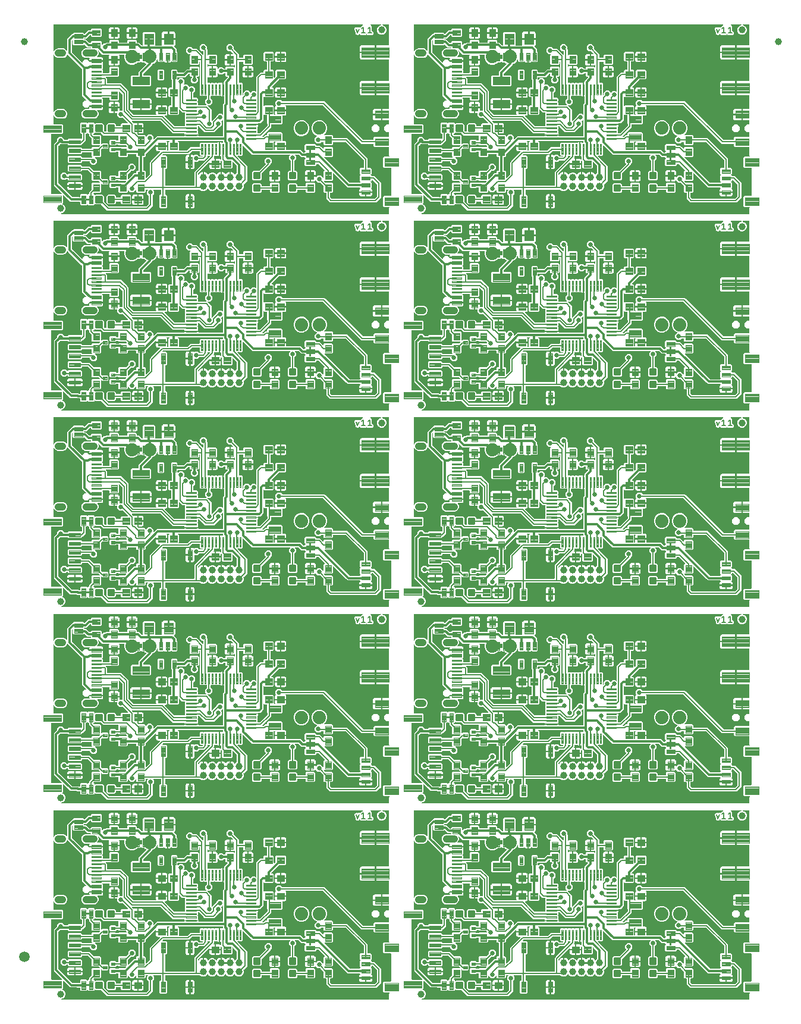
<source format=gtl>
G04 EAGLE Gerber RS-274X export*
G75*
%MOMM*%
%FSLAX34Y34*%
%LPD*%
%INTop Copper*%
%IPPOS*%
%AMOC8*
5,1,8,0,0,1.08239X$1,22.5*%
G01*
%ADD10C,0.203200*%
%ADD11C,1.000000*%
%ADD12C,0.100000*%
%ADD13C,0.099000*%
%ADD14C,0.098000*%
%ADD15C,0.101600*%
%ADD16C,1.879600*%
%ADD17C,0.096000*%
%ADD18C,0.300000*%
%ADD19C,0.102000*%
%ADD20C,1.000000*%
%ADD21C,0.104000*%
%ADD22C,0.100800*%
%ADD23C,0.099059*%
%ADD24C,0.105000*%
%ADD25C,0.101200*%
%ADD26C,1.500000*%
%ADD27C,0.660400*%
%ADD28C,0.304800*%
%ADD29C,0.177800*%

G36*
X983399Y1225610D02*
X983399Y1225610D01*
X983404Y1225609D01*
X983497Y1225630D01*
X983591Y1225648D01*
X983595Y1225651D01*
X983600Y1225652D01*
X983678Y1225708D01*
X983756Y1225761D01*
X983759Y1225765D01*
X983763Y1225768D01*
X983814Y1225850D01*
X983866Y1225929D01*
X983866Y1225934D01*
X983869Y1225939D01*
X983901Y1226116D01*
X983901Y1228888D01*
X985233Y1230220D01*
X1005459Y1230220D01*
X1005464Y1230221D01*
X1005469Y1230220D01*
X1005562Y1230241D01*
X1005656Y1230259D01*
X1005660Y1230262D01*
X1005665Y1230263D01*
X1005743Y1230319D01*
X1005821Y1230372D01*
X1005824Y1230376D01*
X1005828Y1230379D01*
X1005879Y1230461D01*
X1005931Y1230540D01*
X1005931Y1230545D01*
X1005934Y1230550D01*
X1005966Y1230727D01*
X1005966Y1236655D01*
X1005965Y1236660D01*
X1005966Y1236665D01*
X1005945Y1236758D01*
X1005927Y1236852D01*
X1005924Y1236856D01*
X1005923Y1236861D01*
X1005867Y1236939D01*
X1005814Y1237017D01*
X1005810Y1237020D01*
X1005807Y1237024D01*
X1005725Y1237075D01*
X1005646Y1237127D01*
X1005641Y1237127D01*
X1005636Y1237130D01*
X1005459Y1237162D01*
X1002493Y1237162D01*
X999401Y1240254D01*
X999401Y1244628D01*
X1002493Y1247720D01*
X1005459Y1247720D01*
X1005464Y1247721D01*
X1005469Y1247720D01*
X1005562Y1247741D01*
X1005656Y1247759D01*
X1005660Y1247762D01*
X1005665Y1247763D01*
X1005743Y1247819D01*
X1005821Y1247872D01*
X1005824Y1247876D01*
X1005828Y1247879D01*
X1005879Y1247961D01*
X1005931Y1248040D01*
X1005931Y1248045D01*
X1005934Y1248050D01*
X1005966Y1248227D01*
X1005966Y1253393D01*
X1005965Y1253398D01*
X1005966Y1253403D01*
X1005945Y1253496D01*
X1005927Y1253590D01*
X1005924Y1253594D01*
X1005923Y1253599D01*
X1005867Y1253677D01*
X1005814Y1253755D01*
X1005810Y1253758D01*
X1005807Y1253762D01*
X1005725Y1253813D01*
X1005646Y1253865D01*
X1005641Y1253865D01*
X1005636Y1253868D01*
X1005459Y1253900D01*
X996695Y1253900D01*
X996695Y1261433D01*
X996694Y1261438D01*
X996695Y1261443D01*
X996674Y1261536D01*
X996656Y1261629D01*
X996653Y1261634D01*
X996651Y1261639D01*
X996596Y1261717D01*
X996543Y1261795D01*
X996539Y1261798D01*
X996535Y1261802D01*
X996454Y1261853D01*
X996375Y1261904D01*
X996370Y1261905D01*
X996365Y1261908D01*
X996188Y1261940D01*
X995679Y1261940D01*
X995679Y1261942D01*
X996188Y1261942D01*
X996193Y1261943D01*
X996198Y1261942D01*
X996291Y1261963D01*
X996384Y1261981D01*
X996389Y1261984D01*
X996394Y1261986D01*
X996472Y1262041D01*
X996550Y1262094D01*
X996553Y1262098D01*
X996557Y1262102D01*
X996608Y1262183D01*
X996659Y1262262D01*
X996660Y1262267D01*
X996663Y1262272D01*
X996695Y1262449D01*
X996695Y1269982D01*
X1005459Y1269982D01*
X1005464Y1269983D01*
X1005469Y1269982D01*
X1005562Y1270003D01*
X1005656Y1270021D01*
X1005660Y1270024D01*
X1005665Y1270025D01*
X1005743Y1270081D01*
X1005821Y1270134D01*
X1005824Y1270138D01*
X1005828Y1270141D01*
X1005879Y1270223D01*
X1005931Y1270302D01*
X1005931Y1270307D01*
X1005934Y1270312D01*
X1005966Y1270489D01*
X1005966Y1289043D01*
X1005965Y1289048D01*
X1005966Y1289053D01*
X1005945Y1289146D01*
X1005927Y1289240D01*
X1005924Y1289244D01*
X1005923Y1289249D01*
X1005867Y1289327D01*
X1005814Y1289405D01*
X1005810Y1289408D01*
X1005807Y1289412D01*
X1005725Y1289463D01*
X1005646Y1289515D01*
X1005641Y1289515D01*
X1005636Y1289518D01*
X1005459Y1289550D01*
X987805Y1289550D01*
X987805Y1299083D01*
X987804Y1299088D01*
X987805Y1299093D01*
X987784Y1299186D01*
X987766Y1299279D01*
X987763Y1299284D01*
X987761Y1299289D01*
X987706Y1299367D01*
X987653Y1299445D01*
X987649Y1299448D01*
X987645Y1299452D01*
X987564Y1299503D01*
X987485Y1299554D01*
X987480Y1299555D01*
X987475Y1299558D01*
X987298Y1299590D01*
X986789Y1299590D01*
X986789Y1299592D01*
X987298Y1299592D01*
X987303Y1299593D01*
X987308Y1299592D01*
X987401Y1299613D01*
X987494Y1299631D01*
X987499Y1299634D01*
X987504Y1299636D01*
X987582Y1299691D01*
X987660Y1299744D01*
X987663Y1299748D01*
X987667Y1299752D01*
X987718Y1299833D01*
X987769Y1299912D01*
X987770Y1299917D01*
X987773Y1299922D01*
X987805Y1300099D01*
X987805Y1309632D01*
X1005459Y1309632D01*
X1005464Y1309633D01*
X1005469Y1309632D01*
X1005562Y1309653D01*
X1005656Y1309671D01*
X1005660Y1309674D01*
X1005665Y1309675D01*
X1005743Y1309731D01*
X1005821Y1309784D01*
X1005824Y1309788D01*
X1005828Y1309791D01*
X1005879Y1309873D01*
X1005931Y1309952D01*
X1005931Y1309957D01*
X1005934Y1309962D01*
X1005966Y1310139D01*
X1005966Y1339843D01*
X1005965Y1339848D01*
X1005966Y1339853D01*
X1005945Y1339946D01*
X1005927Y1340040D01*
X1005924Y1340044D01*
X1005923Y1340049D01*
X1005867Y1340127D01*
X1005814Y1340205D01*
X1005810Y1340208D01*
X1005807Y1340212D01*
X1005725Y1340263D01*
X1005646Y1340315D01*
X1005641Y1340315D01*
X1005636Y1340318D01*
X1005459Y1340350D01*
X987805Y1340350D01*
X987805Y1349883D01*
X987804Y1349888D01*
X987805Y1349893D01*
X987784Y1349986D01*
X987766Y1350079D01*
X987763Y1350084D01*
X987761Y1350089D01*
X987706Y1350167D01*
X987653Y1350245D01*
X987649Y1350248D01*
X987645Y1350252D01*
X987564Y1350303D01*
X987485Y1350354D01*
X987480Y1350355D01*
X987475Y1350358D01*
X987298Y1350390D01*
X986789Y1350390D01*
X986789Y1350392D01*
X987298Y1350392D01*
X987303Y1350393D01*
X987308Y1350392D01*
X987401Y1350413D01*
X987494Y1350431D01*
X987499Y1350434D01*
X987504Y1350436D01*
X987582Y1350491D01*
X987660Y1350544D01*
X987663Y1350548D01*
X987667Y1350552D01*
X987718Y1350633D01*
X987769Y1350712D01*
X987770Y1350717D01*
X987773Y1350722D01*
X987805Y1350899D01*
X987805Y1360432D01*
X1005459Y1360432D01*
X1005464Y1360433D01*
X1005469Y1360432D01*
X1005562Y1360453D01*
X1005656Y1360471D01*
X1005660Y1360474D01*
X1005665Y1360475D01*
X1005743Y1360531D01*
X1005821Y1360584D01*
X1005824Y1360588D01*
X1005828Y1360591D01*
X1005879Y1360673D01*
X1005931Y1360752D01*
X1005931Y1360757D01*
X1005934Y1360762D01*
X1005966Y1360939D01*
X1005966Y1389420D01*
X1005965Y1389425D01*
X1005966Y1389430D01*
X1005945Y1389523D01*
X1005927Y1389617D01*
X1005924Y1389621D01*
X1005923Y1389626D01*
X1005867Y1389704D01*
X1005814Y1389782D01*
X1005810Y1389785D01*
X1005807Y1389789D01*
X1005725Y1389840D01*
X1005646Y1389892D01*
X1005641Y1389892D01*
X1005636Y1389895D01*
X1005459Y1389927D01*
X997146Y1389927D01*
X997145Y1389927D01*
X997143Y1389927D01*
X997048Y1389908D01*
X996950Y1389888D01*
X996948Y1389887D01*
X996947Y1389887D01*
X996867Y1389831D01*
X996784Y1389775D01*
X996783Y1389774D01*
X996782Y1389773D01*
X996727Y1389688D01*
X996675Y1389607D01*
X996674Y1389606D01*
X996674Y1389605D01*
X996656Y1389506D01*
X996639Y1389410D01*
X996639Y1389408D01*
X996639Y1389407D01*
X996661Y1389311D01*
X996682Y1389214D01*
X996683Y1389213D01*
X996684Y1389212D01*
X996741Y1389131D01*
X996798Y1389051D01*
X996800Y1389050D01*
X996800Y1389049D01*
X996952Y1388951D01*
X999520Y1387888D01*
X1001427Y1385981D01*
X1002459Y1383489D01*
X1002459Y1380793D01*
X1001427Y1378301D01*
X999520Y1376394D01*
X998494Y1375969D01*
X998493Y1375969D01*
X997269Y1375462D01*
X997028Y1375362D01*
X994332Y1375362D01*
X991840Y1376394D01*
X989933Y1378301D01*
X988901Y1380793D01*
X988901Y1383489D01*
X989933Y1385981D01*
X991840Y1387888D01*
X992648Y1388222D01*
X993873Y1388730D01*
X994408Y1388951D01*
X994409Y1388952D01*
X994410Y1388952D01*
X994493Y1389009D01*
X994574Y1389063D01*
X994575Y1389064D01*
X994576Y1389065D01*
X994629Y1389146D01*
X994685Y1389231D01*
X994685Y1389232D01*
X994685Y1389233D01*
X994703Y1389330D01*
X994721Y1389428D01*
X994721Y1389429D01*
X994721Y1389430D01*
X994699Y1389529D01*
X994679Y1389624D01*
X994678Y1389625D01*
X994678Y1389626D01*
X994619Y1389708D01*
X994563Y1389788D01*
X994562Y1389788D01*
X994562Y1389789D01*
X994477Y1389842D01*
X994394Y1389894D01*
X994392Y1389895D01*
X994391Y1389895D01*
X994214Y1389927D01*
X980196Y1389927D01*
X980193Y1389927D01*
X980190Y1389927D01*
X980096Y1389907D01*
X979999Y1389888D01*
X979997Y1389886D01*
X979994Y1389886D01*
X979914Y1389830D01*
X979833Y1389775D01*
X979832Y1389773D01*
X979830Y1389771D01*
X979776Y1389688D01*
X979724Y1389607D01*
X979724Y1389604D01*
X979722Y1389602D01*
X979706Y1389506D01*
X979688Y1389410D01*
X979689Y1389407D01*
X979689Y1389405D01*
X979711Y1389311D01*
X979732Y1389214D01*
X979734Y1389212D01*
X979734Y1389209D01*
X979837Y1389061D01*
X979898Y1389000D01*
X979965Y1388956D01*
X980028Y1388906D01*
X980049Y1388900D01*
X980065Y1388889D01*
X980120Y1388879D01*
X980200Y1388855D01*
X980809Y1388094D01*
X980829Y1388077D01*
X980846Y1388052D01*
X981536Y1387362D01*
X981552Y1387285D01*
X981561Y1387205D01*
X981572Y1387186D01*
X981575Y1387167D01*
X981607Y1387121D01*
X981646Y1387047D01*
X981539Y1386078D01*
X981541Y1386052D01*
X981536Y1386022D01*
X981536Y1381379D01*
X981537Y1381374D01*
X981536Y1381369D01*
X981557Y1381276D01*
X981575Y1381182D01*
X981578Y1381178D01*
X981579Y1381173D01*
X981635Y1381095D01*
X981688Y1381017D01*
X981692Y1381014D01*
X981695Y1381010D01*
X981777Y1380959D01*
X981856Y1380907D01*
X981861Y1380907D01*
X981866Y1380904D01*
X982043Y1380872D01*
X982156Y1380872D01*
X983793Y1379235D01*
X983793Y1376919D01*
X982156Y1375282D01*
X975326Y1375282D01*
X974528Y1376080D01*
X974523Y1376083D01*
X974520Y1376087D01*
X974440Y1376139D01*
X974361Y1376191D01*
X974356Y1376192D01*
X974351Y1376195D01*
X974257Y1376211D01*
X974164Y1376229D01*
X974159Y1376228D01*
X974153Y1376229D01*
X974061Y1376207D01*
X973968Y1376187D01*
X973963Y1376184D01*
X973958Y1376183D01*
X973810Y1376080D01*
X973012Y1375282D01*
X966182Y1375282D01*
X964662Y1376802D01*
X964644Y1376814D01*
X964630Y1376831D01*
X964561Y1376869D01*
X964495Y1376913D01*
X964473Y1376917D01*
X964454Y1376928D01*
X964376Y1376936D01*
X964298Y1376950D01*
X964277Y1376946D01*
X964255Y1376948D01*
X964179Y1376925D01*
X964102Y1376909D01*
X964084Y1376896D01*
X964063Y1376890D01*
X964002Y1376839D01*
X963938Y1376794D01*
X963926Y1376776D01*
X963909Y1376762D01*
X963859Y1376671D01*
X963830Y1376625D01*
X963828Y1376614D01*
X963822Y1376604D01*
X963653Y1376095D01*
X963602Y1376070D01*
X963545Y1376025D01*
X963483Y1375987D01*
X963465Y1375962D01*
X963444Y1375946D01*
X963418Y1375900D01*
X963375Y1375843D01*
X963349Y1375792D01*
X962474Y1375500D01*
X962445Y1375483D01*
X962407Y1375472D01*
X961582Y1375060D01*
X961528Y1375078D01*
X961456Y1375087D01*
X961385Y1375103D01*
X961355Y1375099D01*
X961329Y1375102D01*
X961278Y1375088D01*
X961207Y1375078D01*
X961153Y1375060D01*
X960327Y1375472D01*
X960296Y1375481D01*
X960261Y1375500D01*
X959385Y1375792D01*
X959360Y1375843D01*
X959315Y1375900D01*
X959277Y1375962D01*
X959253Y1375980D01*
X959237Y1376001D01*
X959191Y1376026D01*
X959133Y1376070D01*
X959082Y1376095D01*
X958790Y1376971D01*
X958774Y1376999D01*
X958763Y1377037D01*
X958350Y1377863D01*
X958368Y1377917D01*
X958377Y1377989D01*
X958394Y1378059D01*
X958389Y1378089D01*
X958393Y1378115D01*
X958378Y1378166D01*
X958368Y1378237D01*
X956544Y1383710D01*
X957579Y1385781D01*
X959776Y1386513D01*
X961141Y1385831D01*
X961183Y1385819D01*
X961222Y1385798D01*
X961279Y1385793D01*
X961334Y1385778D01*
X961378Y1385784D01*
X961421Y1385780D01*
X961484Y1385798D01*
X961533Y1385805D01*
X961559Y1385820D01*
X961594Y1385831D01*
X962959Y1386513D01*
X964497Y1386000D01*
X964558Y1385993D01*
X964617Y1385976D01*
X964656Y1385981D01*
X964696Y1385976D01*
X964755Y1385993D01*
X964816Y1386000D01*
X964854Y1386021D01*
X964889Y1386030D01*
X964924Y1386058D01*
X964974Y1386086D01*
X967708Y1388273D01*
X967725Y1388293D01*
X967750Y1388310D01*
X968501Y1389061D01*
X968502Y1389064D01*
X968505Y1389065D01*
X968557Y1389146D01*
X968612Y1389228D01*
X968612Y1389231D01*
X968614Y1389233D01*
X968631Y1389329D01*
X968650Y1389425D01*
X968649Y1389428D01*
X968649Y1389430D01*
X968628Y1389527D01*
X968608Y1389621D01*
X968606Y1389623D01*
X968606Y1389626D01*
X968549Y1389706D01*
X968494Y1389786D01*
X968491Y1389787D01*
X968490Y1389789D01*
X968407Y1389841D01*
X968324Y1389893D01*
X968322Y1389894D01*
X968320Y1389895D01*
X968142Y1389927D01*
X528701Y1389927D01*
X528696Y1389926D01*
X528691Y1389927D01*
X528598Y1389906D01*
X528504Y1389888D01*
X528500Y1389885D01*
X528495Y1389884D01*
X528417Y1389828D01*
X528339Y1389775D01*
X528336Y1389771D01*
X528332Y1389768D01*
X528281Y1389686D01*
X528229Y1389607D01*
X528229Y1389602D01*
X528226Y1389597D01*
X528194Y1389420D01*
X528194Y1352176D01*
X528194Y1352175D01*
X528194Y1352174D01*
X528213Y1352078D01*
X528233Y1351980D01*
X528234Y1351979D01*
X528234Y1351977D01*
X528290Y1351897D01*
X528346Y1351814D01*
X528347Y1351813D01*
X528348Y1351812D01*
X528433Y1351757D01*
X528514Y1351705D01*
X528515Y1351705D01*
X528516Y1351704D01*
X528615Y1351686D01*
X528711Y1351669D01*
X528713Y1351669D01*
X528714Y1351669D01*
X528810Y1351691D01*
X528907Y1351713D01*
X528908Y1351714D01*
X528909Y1351714D01*
X528990Y1351772D01*
X529070Y1351829D01*
X529071Y1351830D01*
X529072Y1351831D01*
X529170Y1351982D01*
X529583Y1352981D01*
X531490Y1354888D01*
X532367Y1355251D01*
X533592Y1355758D01*
X533982Y1355920D01*
X542678Y1355920D01*
X545170Y1354888D01*
X547011Y1353046D01*
X547014Y1353045D01*
X547015Y1353043D01*
X547096Y1352990D01*
X547178Y1352935D01*
X547181Y1352935D01*
X547183Y1352933D01*
X547279Y1352916D01*
X547375Y1352898D01*
X547378Y1352898D01*
X547380Y1352898D01*
X547477Y1352919D01*
X547571Y1352939D01*
X547573Y1352941D01*
X547576Y1352941D01*
X547656Y1352998D01*
X547736Y1353054D01*
X547737Y1353056D01*
X547739Y1353057D01*
X547791Y1353140D01*
X547843Y1353223D01*
X547844Y1353225D01*
X547845Y1353228D01*
X547877Y1353405D01*
X547877Y1369539D01*
X555146Y1376808D01*
X555244Y1376808D01*
X555249Y1376809D01*
X555254Y1376808D01*
X555347Y1376829D01*
X555441Y1376847D01*
X555445Y1376850D01*
X555450Y1376851D01*
X555528Y1376907D01*
X555606Y1376960D01*
X555609Y1376964D01*
X555613Y1376967D01*
X555636Y1377004D01*
X557091Y1378459D01*
X570669Y1378459D01*
X572131Y1376997D01*
X572161Y1376953D01*
X572165Y1376950D01*
X572168Y1376946D01*
X572250Y1376895D01*
X572329Y1376843D01*
X572334Y1376843D01*
X572339Y1376840D01*
X572516Y1376808D01*
X572716Y1376808D01*
X572724Y1376809D01*
X572731Y1376808D01*
X572821Y1376829D01*
X572912Y1376847D01*
X572919Y1376852D01*
X572927Y1376854D01*
X573075Y1376956D01*
X577862Y1381744D01*
X580994Y1381744D01*
X580999Y1381745D01*
X581004Y1381744D01*
X581097Y1381765D01*
X581191Y1381783D01*
X581195Y1381786D01*
X581200Y1381787D01*
X581278Y1381843D01*
X581356Y1381896D01*
X581359Y1381900D01*
X581363Y1381903D01*
X581414Y1381985D01*
X581466Y1382064D01*
X581466Y1382069D01*
X581469Y1382074D01*
X581501Y1382251D01*
X581501Y1382873D01*
X582848Y1384220D01*
X595712Y1384220D01*
X597059Y1382873D01*
X597059Y1374009D01*
X595712Y1372662D01*
X582848Y1372662D01*
X581501Y1374009D01*
X581501Y1374631D01*
X581500Y1374636D01*
X581501Y1374641D01*
X581480Y1374734D01*
X581462Y1374828D01*
X581459Y1374832D01*
X581458Y1374837D01*
X581402Y1374915D01*
X581349Y1374993D01*
X581345Y1374996D01*
X581342Y1375000D01*
X581260Y1375051D01*
X581181Y1375103D01*
X581176Y1375103D01*
X581171Y1375106D01*
X580994Y1375138D01*
X580808Y1375138D01*
X580800Y1375137D01*
X580793Y1375138D01*
X580703Y1375117D01*
X580612Y1375099D01*
X580605Y1375094D01*
X580597Y1375092D01*
X580449Y1374990D01*
X575662Y1370202D01*
X572516Y1370202D01*
X572511Y1370201D01*
X572506Y1370202D01*
X572413Y1370181D01*
X572319Y1370163D01*
X572315Y1370160D01*
X572310Y1370159D01*
X572232Y1370103D01*
X572154Y1370050D01*
X572151Y1370046D01*
X572147Y1370043D01*
X572124Y1370006D01*
X571918Y1369800D01*
X571915Y1369795D01*
X571910Y1369792D01*
X571859Y1369712D01*
X571807Y1369633D01*
X571806Y1369628D01*
X571803Y1369623D01*
X571787Y1369529D01*
X571769Y1369436D01*
X571770Y1369431D01*
X571769Y1369426D01*
X571791Y1369333D01*
X571811Y1369240D01*
X571814Y1369236D01*
X571815Y1369230D01*
X571918Y1369082D01*
X572131Y1368869D01*
X572161Y1368825D01*
X572165Y1368822D01*
X572168Y1368818D01*
X572250Y1368767D01*
X572329Y1368715D01*
X572334Y1368715D01*
X572339Y1368712D01*
X572516Y1368680D01*
X574392Y1368680D01*
X579179Y1363892D01*
X579186Y1363888D01*
X579191Y1363882D01*
X579269Y1363833D01*
X579346Y1363781D01*
X579354Y1363780D01*
X579361Y1363776D01*
X579538Y1363744D01*
X580994Y1363744D01*
X580999Y1363745D01*
X581004Y1363744D01*
X581097Y1363765D01*
X581191Y1363783D01*
X581195Y1363786D01*
X581200Y1363787D01*
X581278Y1363843D01*
X581356Y1363896D01*
X581359Y1363900D01*
X581363Y1363903D01*
X581414Y1363985D01*
X581466Y1364064D01*
X581466Y1364069D01*
X581469Y1364074D01*
X581501Y1364251D01*
X581501Y1364873D01*
X582848Y1366220D01*
X595712Y1366220D01*
X597059Y1364873D01*
X597059Y1361754D01*
X597059Y1361751D01*
X597059Y1361748D01*
X597079Y1361653D01*
X597098Y1361557D01*
X597100Y1361555D01*
X597100Y1361552D01*
X597156Y1361472D01*
X597211Y1361391D01*
X597213Y1361390D01*
X597215Y1361388D01*
X597299Y1361334D01*
X597379Y1361282D01*
X597382Y1361282D01*
X597384Y1361280D01*
X597480Y1361264D01*
X597576Y1361246D01*
X597579Y1361247D01*
X597581Y1361247D01*
X597676Y1361269D01*
X597772Y1361290D01*
X597774Y1361292D01*
X597777Y1361292D01*
X597925Y1361395D01*
X599875Y1363346D01*
X602180Y1363346D01*
X602188Y1363347D01*
X602195Y1363346D01*
X602285Y1363367D01*
X602376Y1363385D01*
X602383Y1363390D01*
X602391Y1363392D01*
X602539Y1363494D01*
X603288Y1364244D01*
X607394Y1364244D01*
X607399Y1364245D01*
X607404Y1364244D01*
X607497Y1364265D01*
X607591Y1364283D01*
X607595Y1364286D01*
X607600Y1364287D01*
X607678Y1364343D01*
X607756Y1364396D01*
X607759Y1364400D01*
X607763Y1364403D01*
X607814Y1364485D01*
X607866Y1364564D01*
X607866Y1364569D01*
X607869Y1364574D01*
X607901Y1364751D01*
X607901Y1366885D01*
X609236Y1368220D01*
X620124Y1368220D01*
X621459Y1366885D01*
X621459Y1364751D01*
X621460Y1364746D01*
X621459Y1364741D01*
X621480Y1364648D01*
X621498Y1364554D01*
X621501Y1364550D01*
X621502Y1364545D01*
X621558Y1364467D01*
X621611Y1364389D01*
X621615Y1364386D01*
X621618Y1364382D01*
X621700Y1364331D01*
X621779Y1364279D01*
X621784Y1364279D01*
X621789Y1364276D01*
X621966Y1364244D01*
X632794Y1364244D01*
X632799Y1364245D01*
X632804Y1364244D01*
X632897Y1364265D01*
X632991Y1364283D01*
X632995Y1364286D01*
X633000Y1364287D01*
X633078Y1364343D01*
X633156Y1364396D01*
X633159Y1364400D01*
X633163Y1364403D01*
X633214Y1364485D01*
X633266Y1364564D01*
X633266Y1364569D01*
X633269Y1364574D01*
X633301Y1364751D01*
X633301Y1366885D01*
X634636Y1368220D01*
X645524Y1368220D01*
X646859Y1366885D01*
X646859Y1364751D01*
X646860Y1364746D01*
X646859Y1364741D01*
X646880Y1364648D01*
X646898Y1364554D01*
X646901Y1364550D01*
X646902Y1364545D01*
X646958Y1364467D01*
X647011Y1364389D01*
X647015Y1364386D01*
X647018Y1364382D01*
X647100Y1364331D01*
X647179Y1364279D01*
X647184Y1364279D01*
X647189Y1364276D01*
X647366Y1364244D01*
X649948Y1364244D01*
X653999Y1360192D01*
X654006Y1360188D01*
X654011Y1360182D01*
X654089Y1360133D01*
X654166Y1360081D01*
X654174Y1360080D01*
X654181Y1360076D01*
X654358Y1360044D01*
X655124Y1360044D01*
X655127Y1360044D01*
X655129Y1360044D01*
X655223Y1360064D01*
X655321Y1360083D01*
X655323Y1360085D01*
X655325Y1360085D01*
X655405Y1360141D01*
X655487Y1360196D01*
X655488Y1360198D01*
X655490Y1360200D01*
X655543Y1360283D01*
X655596Y1360364D01*
X655596Y1360367D01*
X655598Y1360369D01*
X655614Y1360465D01*
X655631Y1360561D01*
X655631Y1360564D01*
X655631Y1360566D01*
X655609Y1360660D01*
X655588Y1360757D01*
X655586Y1360759D01*
X655586Y1360762D01*
X655483Y1360910D01*
X655401Y1360991D01*
X655401Y1377891D01*
X656730Y1379220D01*
X671630Y1379220D01*
X672959Y1377891D01*
X672959Y1360991D01*
X672877Y1360910D01*
X672876Y1360907D01*
X672873Y1360906D01*
X672820Y1360823D01*
X672766Y1360743D01*
X672766Y1360740D01*
X672764Y1360738D01*
X672746Y1360639D01*
X672729Y1360546D01*
X672729Y1360543D01*
X672729Y1360541D01*
X672750Y1360444D01*
X672770Y1360350D01*
X672772Y1360348D01*
X672772Y1360345D01*
X672829Y1360265D01*
X672884Y1360185D01*
X672887Y1360184D01*
X672888Y1360182D01*
X672972Y1360130D01*
X673054Y1360078D01*
X673056Y1360077D01*
X673058Y1360076D01*
X673236Y1360044D01*
X682381Y1360044D01*
X682418Y1360051D01*
X682456Y1360049D01*
X682516Y1360071D01*
X682578Y1360083D01*
X682609Y1360105D01*
X682645Y1360117D01*
X682691Y1360160D01*
X682744Y1360196D01*
X682764Y1360228D01*
X682792Y1360253D01*
X682818Y1360311D01*
X682853Y1360364D01*
X682860Y1360401D01*
X682875Y1360435D01*
X682877Y1360499D01*
X682889Y1360561D01*
X682880Y1360598D01*
X682882Y1360636D01*
X682864Y1360684D01*
X682863Y1360697D01*
X682639Y1361532D01*
X682639Y1368426D01*
X691672Y1368426D01*
X691677Y1368427D01*
X691682Y1368426D01*
X691775Y1368447D01*
X691868Y1368465D01*
X691873Y1368468D01*
X691878Y1368469D01*
X691956Y1368525D01*
X692034Y1368578D01*
X692037Y1368582D01*
X692041Y1368585D01*
X692092Y1368667D01*
X692143Y1368746D01*
X692144Y1368751D01*
X692147Y1368756D01*
X692179Y1368933D01*
X692179Y1369442D01*
X692181Y1369442D01*
X692181Y1368933D01*
X692182Y1368928D01*
X692181Y1368923D01*
X692202Y1368830D01*
X692220Y1368737D01*
X692223Y1368732D01*
X692225Y1368727D01*
X692280Y1368649D01*
X692333Y1368571D01*
X692337Y1368568D01*
X692341Y1368564D01*
X692422Y1368513D01*
X692501Y1368462D01*
X692506Y1368461D01*
X692511Y1368458D01*
X692688Y1368426D01*
X701721Y1368426D01*
X701721Y1361532D01*
X701514Y1360761D01*
X701115Y1360070D01*
X700551Y1359506D01*
X700226Y1359318D01*
X700173Y1359271D01*
X700114Y1359230D01*
X700098Y1359205D01*
X700076Y1359186D01*
X700045Y1359122D01*
X700007Y1359061D01*
X700002Y1359032D01*
X699989Y1359005D01*
X699985Y1358934D01*
X699973Y1358864D01*
X699980Y1358835D01*
X699978Y1358805D01*
X700002Y1358738D01*
X700019Y1358668D01*
X700037Y1358642D01*
X700046Y1358617D01*
X700081Y1358578D01*
X700121Y1358520D01*
X703683Y1354959D01*
X703683Y1352225D01*
X703684Y1352217D01*
X703683Y1352209D01*
X703704Y1352120D01*
X703722Y1352028D01*
X703727Y1352022D01*
X703729Y1352014D01*
X703831Y1351866D01*
X704909Y1350789D01*
X704909Y1337895D01*
X703577Y1336563D01*
X697183Y1336563D01*
X696474Y1337272D01*
X696415Y1337312D01*
X696360Y1337358D01*
X696332Y1337367D01*
X696307Y1337383D01*
X696237Y1337397D01*
X696169Y1337418D01*
X696139Y1337415D01*
X696110Y1337421D01*
X696041Y1337406D01*
X695969Y1337399D01*
X695943Y1337385D01*
X695914Y1337379D01*
X695856Y1337338D01*
X695793Y1337305D01*
X695772Y1337280D01*
X695750Y1337265D01*
X695722Y1337221D01*
X695676Y1337167D01*
X695564Y1336973D01*
X694999Y1336408D01*
X694307Y1336008D01*
X693535Y1335801D01*
X691895Y1335801D01*
X691895Y1343834D01*
X691894Y1343839D01*
X691895Y1343844D01*
X691874Y1343937D01*
X691856Y1344030D01*
X691853Y1344035D01*
X691851Y1344040D01*
X691796Y1344118D01*
X691743Y1344196D01*
X691739Y1344199D01*
X691735Y1344203D01*
X691654Y1344254D01*
X691575Y1344305D01*
X691570Y1344306D01*
X691565Y1344309D01*
X691388Y1344341D01*
X690372Y1344341D01*
X690367Y1344340D01*
X690362Y1344341D01*
X690269Y1344320D01*
X690176Y1344302D01*
X690171Y1344299D01*
X690166Y1344297D01*
X690088Y1344242D01*
X690010Y1344189D01*
X690007Y1344185D01*
X690003Y1344181D01*
X689952Y1344100D01*
X689901Y1344021D01*
X689900Y1344016D01*
X689897Y1344011D01*
X689865Y1343834D01*
X689865Y1335801D01*
X688225Y1335801D01*
X687453Y1336008D01*
X686761Y1336408D01*
X686196Y1336973D01*
X686084Y1337167D01*
X686036Y1337221D01*
X685996Y1337279D01*
X685971Y1337295D01*
X685951Y1337318D01*
X685887Y1337349D01*
X685827Y1337387D01*
X685797Y1337392D01*
X685771Y1337405D01*
X685699Y1337409D01*
X685629Y1337421D01*
X685600Y1337414D01*
X685571Y1337415D01*
X685503Y1337391D01*
X685434Y1337375D01*
X685408Y1337357D01*
X685382Y1337348D01*
X685344Y1337312D01*
X685286Y1337272D01*
X684577Y1336563D01*
X678183Y1336563D01*
X676851Y1337895D01*
X676851Y1339737D01*
X676851Y1339739D01*
X676851Y1339740D01*
X676832Y1339835D01*
X676812Y1339934D01*
X676811Y1339935D01*
X676811Y1339936D01*
X676755Y1340017D01*
X676699Y1340100D01*
X676698Y1340100D01*
X676697Y1340102D01*
X676612Y1340157D01*
X676531Y1340209D01*
X676530Y1340209D01*
X676529Y1340210D01*
X676430Y1340227D01*
X676334Y1340245D01*
X676332Y1340244D01*
X676331Y1340244D01*
X676235Y1340223D01*
X676138Y1340201D01*
X676137Y1340200D01*
X676136Y1340200D01*
X676055Y1340142D01*
X675975Y1340085D01*
X675974Y1340084D01*
X675973Y1340083D01*
X675875Y1339932D01*
X674955Y1337710D01*
X671811Y1334566D01*
X671350Y1334375D01*
X671349Y1334375D01*
X670125Y1333867D01*
X669096Y1333441D01*
X669090Y1333438D01*
X669084Y1333436D01*
X669007Y1333381D01*
X668929Y1333329D01*
X668926Y1333324D01*
X668921Y1333320D01*
X668871Y1333240D01*
X668819Y1333162D01*
X668818Y1333155D01*
X668815Y1333150D01*
X668783Y1332973D01*
X668783Y1332513D01*
X666700Y1330430D01*
X666699Y1330430D01*
X656231Y1319962D01*
X656227Y1319955D01*
X656221Y1319950D01*
X656172Y1319872D01*
X656120Y1319795D01*
X656119Y1319787D01*
X656115Y1319780D01*
X656083Y1319603D01*
X656083Y1318027D01*
X656084Y1318022D01*
X656083Y1318017D01*
X656104Y1317924D01*
X656122Y1317830D01*
X656125Y1317826D01*
X656126Y1317821D01*
X656182Y1317743D01*
X656235Y1317665D01*
X656239Y1317662D01*
X656242Y1317658D01*
X656324Y1317607D01*
X656403Y1317555D01*
X656408Y1317555D01*
X656413Y1317552D01*
X656590Y1317520D01*
X665736Y1317520D01*
X667059Y1316197D01*
X667059Y1303285D01*
X665736Y1301962D01*
X639824Y1301962D01*
X638501Y1303285D01*
X638501Y1316197D01*
X639824Y1317520D01*
X648970Y1317520D01*
X648975Y1317521D01*
X648980Y1317520D01*
X649073Y1317541D01*
X649167Y1317559D01*
X649171Y1317562D01*
X649176Y1317563D01*
X649254Y1317619D01*
X649332Y1317672D01*
X649335Y1317676D01*
X649339Y1317679D01*
X649390Y1317761D01*
X649442Y1317840D01*
X649442Y1317845D01*
X649445Y1317850D01*
X649477Y1318027D01*
X649477Y1322549D01*
X651560Y1324632D01*
X651561Y1324632D01*
X660270Y1333342D01*
X660273Y1333345D01*
X660276Y1333348D01*
X660328Y1333429D01*
X660381Y1333509D01*
X660382Y1333513D01*
X660384Y1333516D01*
X660401Y1333612D01*
X660419Y1333706D01*
X660418Y1333710D01*
X660419Y1333714D01*
X660397Y1333808D01*
X660377Y1333902D01*
X660375Y1333905D01*
X660374Y1333909D01*
X660318Y1333988D01*
X660263Y1334067D01*
X660260Y1334069D01*
X660257Y1334072D01*
X660106Y1334169D01*
X659149Y1334566D01*
X657951Y1335764D01*
X657944Y1335768D01*
X657940Y1335774D01*
X657861Y1335823D01*
X657784Y1335875D01*
X657776Y1335876D01*
X657770Y1335880D01*
X657592Y1335912D01*
X654246Y1335912D01*
X653139Y1337019D01*
X653134Y1337022D01*
X653131Y1337027D01*
X653051Y1337078D01*
X652972Y1337130D01*
X652967Y1337131D01*
X652962Y1337134D01*
X652868Y1337150D01*
X652775Y1337168D01*
X652770Y1337167D01*
X652764Y1337168D01*
X652672Y1337146D01*
X652579Y1337126D01*
X652574Y1337123D01*
X652569Y1337122D01*
X652421Y1337019D01*
X651314Y1335912D01*
X647968Y1335912D01*
X647960Y1335911D01*
X647952Y1335912D01*
X647862Y1335891D01*
X647771Y1335873D01*
X647765Y1335868D01*
X647757Y1335866D01*
X647609Y1335764D01*
X646411Y1334566D01*
X645950Y1334375D01*
X645949Y1334375D01*
X644725Y1333867D01*
X643500Y1333360D01*
X642303Y1332864D01*
X637857Y1332864D01*
X633749Y1334566D01*
X630605Y1337710D01*
X628903Y1341818D01*
X628903Y1346264D01*
X628954Y1346387D01*
X628955Y1346391D01*
X628957Y1346394D01*
X628974Y1346489D01*
X628993Y1346584D01*
X628992Y1346587D01*
X628993Y1346591D01*
X628971Y1346686D01*
X628952Y1346780D01*
X628950Y1346783D01*
X628949Y1346787D01*
X628893Y1346866D01*
X628839Y1346945D01*
X628835Y1346947D01*
X628833Y1346950D01*
X628751Y1347001D01*
X628670Y1347053D01*
X628666Y1347054D01*
X628663Y1347056D01*
X628485Y1347088D01*
X622272Y1347088D01*
X622236Y1347081D01*
X622198Y1347083D01*
X622138Y1347061D01*
X622076Y1347049D01*
X622045Y1347028D01*
X622010Y1347015D01*
X621963Y1346972D01*
X621910Y1346936D01*
X621890Y1346905D01*
X621862Y1346879D01*
X621835Y1346821D01*
X621801Y1346768D01*
X621794Y1346731D01*
X621778Y1346697D01*
X621776Y1346634D01*
X621765Y1346571D01*
X621773Y1346534D01*
X621772Y1346497D01*
X621797Y1346427D01*
X621809Y1346375D01*
X621823Y1346355D01*
X621833Y1346327D01*
X622014Y1346015D01*
X622221Y1345241D01*
X622221Y1340856D01*
X615188Y1340856D01*
X615183Y1340855D01*
X615178Y1340856D01*
X615085Y1340835D01*
X614992Y1340817D01*
X614987Y1340814D01*
X614982Y1340812D01*
X614904Y1340757D01*
X614826Y1340704D01*
X614823Y1340700D01*
X614819Y1340696D01*
X614768Y1340615D01*
X614717Y1340536D01*
X614716Y1340531D01*
X614713Y1340526D01*
X614681Y1340349D01*
X614681Y1339840D01*
X614679Y1339840D01*
X614679Y1340349D01*
X614678Y1340354D01*
X614679Y1340359D01*
X614658Y1340452D01*
X614640Y1340545D01*
X614637Y1340550D01*
X614635Y1340555D01*
X614580Y1340633D01*
X614527Y1340711D01*
X614523Y1340714D01*
X614519Y1340718D01*
X614438Y1340769D01*
X614359Y1340820D01*
X614354Y1340821D01*
X614349Y1340824D01*
X614172Y1340856D01*
X607139Y1340856D01*
X607139Y1345241D01*
X607346Y1346015D01*
X607527Y1346327D01*
X607539Y1346363D01*
X607559Y1346394D01*
X607571Y1346457D01*
X607591Y1346517D01*
X607588Y1346555D01*
X607595Y1346591D01*
X607581Y1346654D01*
X607576Y1346717D01*
X607559Y1346751D01*
X607551Y1346787D01*
X607514Y1346839D01*
X607485Y1346896D01*
X607457Y1346920D01*
X607435Y1346950D01*
X607381Y1346984D01*
X607332Y1347025D01*
X607297Y1347037D01*
X607265Y1347056D01*
X607192Y1347069D01*
X607141Y1347085D01*
X607116Y1347083D01*
X607088Y1347088D01*
X597962Y1347088D01*
X592690Y1352360D01*
X592689Y1352361D01*
X592688Y1352362D01*
X592606Y1352416D01*
X592523Y1352471D01*
X592522Y1352471D01*
X592521Y1352472D01*
X592423Y1352490D01*
X592326Y1352509D01*
X592325Y1352508D01*
X592324Y1352509D01*
X592227Y1352487D01*
X592130Y1352467D01*
X592129Y1352466D01*
X592128Y1352466D01*
X592047Y1352409D01*
X591966Y1352353D01*
X591965Y1352352D01*
X591964Y1352351D01*
X591911Y1352266D01*
X591858Y1352184D01*
X591858Y1352182D01*
X591857Y1352181D01*
X591841Y1352083D01*
X591824Y1351986D01*
X591825Y1351985D01*
X591825Y1351983D01*
X591863Y1351807D01*
X592409Y1350489D01*
X592409Y1347793D01*
X591377Y1345301D01*
X590673Y1344598D01*
X590672Y1344595D01*
X590670Y1344594D01*
X590618Y1344514D01*
X590562Y1344431D01*
X590562Y1344428D01*
X590560Y1344426D01*
X590543Y1344330D01*
X590525Y1344234D01*
X590525Y1344231D01*
X590525Y1344229D01*
X590546Y1344132D01*
X590566Y1344038D01*
X590568Y1344036D01*
X590568Y1344033D01*
X590625Y1343953D01*
X590681Y1343873D01*
X590683Y1343872D01*
X590684Y1343870D01*
X590768Y1343818D01*
X590850Y1343766D01*
X590852Y1343765D01*
X590855Y1343764D01*
X591032Y1343732D01*
X596422Y1343732D01*
X597198Y1343524D01*
X597893Y1343122D01*
X598461Y1342554D01*
X598863Y1341859D01*
X599071Y1341083D01*
X599071Y1339206D01*
X589788Y1339206D01*
X589783Y1339205D01*
X589778Y1339206D01*
X589685Y1339185D01*
X589592Y1339167D01*
X589587Y1339164D01*
X589582Y1339162D01*
X589504Y1339107D01*
X589426Y1339054D01*
X589423Y1339050D01*
X589419Y1339046D01*
X589368Y1338965D01*
X589317Y1338886D01*
X589316Y1338881D01*
X589313Y1338876D01*
X589281Y1338699D01*
X589281Y1337683D01*
X589282Y1337678D01*
X589281Y1337673D01*
X589302Y1337580D01*
X589320Y1337487D01*
X589323Y1337482D01*
X589325Y1337477D01*
X589380Y1337399D01*
X589433Y1337321D01*
X589437Y1337318D01*
X589441Y1337314D01*
X589522Y1337263D01*
X589601Y1337212D01*
X589606Y1337211D01*
X589611Y1337208D01*
X589788Y1337176D01*
X599071Y1337176D01*
X599071Y1335299D01*
X598863Y1334523D01*
X598461Y1333828D01*
X598457Y1333824D01*
X598453Y1333817D01*
X598447Y1333813D01*
X598398Y1333734D01*
X598346Y1333657D01*
X598345Y1333649D01*
X598341Y1333643D01*
X598309Y1333465D01*
X598309Y1327244D01*
X597735Y1326670D01*
X597732Y1326666D01*
X597728Y1326663D01*
X597677Y1326583D01*
X597624Y1326503D01*
X597623Y1326498D01*
X597620Y1326494D01*
X597604Y1326400D01*
X597586Y1326306D01*
X597587Y1326301D01*
X597586Y1326296D01*
X597608Y1326203D01*
X597628Y1326110D01*
X597631Y1326106D01*
X597632Y1326101D01*
X597735Y1325953D01*
X598309Y1325379D01*
X598309Y1321616D01*
X598310Y1321611D01*
X598309Y1321606D01*
X598330Y1321513D01*
X598348Y1321419D01*
X598351Y1321415D01*
X598352Y1321410D01*
X598408Y1321332D01*
X598461Y1321254D01*
X598465Y1321251D01*
X598468Y1321247D01*
X598550Y1321196D01*
X598629Y1321144D01*
X598634Y1321144D01*
X598639Y1321141D01*
X598816Y1321109D01*
X607394Y1321109D01*
X607399Y1321110D01*
X607404Y1321109D01*
X607497Y1321130D01*
X607591Y1321148D01*
X607595Y1321151D01*
X607600Y1321152D01*
X607678Y1321208D01*
X607756Y1321261D01*
X607759Y1321265D01*
X607763Y1321268D01*
X607814Y1321350D01*
X607866Y1321429D01*
X607866Y1321434D01*
X607869Y1321439D01*
X607901Y1321616D01*
X607901Y1328785D01*
X609236Y1330120D01*
X620124Y1330120D01*
X621459Y1328785D01*
X621459Y1316897D01*
X620124Y1315562D01*
X609236Y1315562D01*
X609174Y1315625D01*
X609167Y1315629D01*
X609163Y1315635D01*
X609084Y1315684D01*
X609007Y1315736D01*
X608999Y1315737D01*
X608992Y1315741D01*
X608815Y1315773D01*
X603495Y1315773D01*
X603492Y1315773D01*
X603490Y1315773D01*
X603395Y1315753D01*
X603299Y1315734D01*
X603296Y1315732D01*
X603294Y1315732D01*
X603213Y1315676D01*
X603133Y1315621D01*
X603131Y1315619D01*
X603129Y1315617D01*
X603076Y1315534D01*
X603024Y1315453D01*
X603023Y1315450D01*
X603022Y1315448D01*
X603005Y1315352D01*
X602988Y1315256D01*
X602989Y1315253D01*
X602988Y1315251D01*
X603010Y1315156D01*
X603032Y1315060D01*
X603033Y1315058D01*
X603034Y1315055D01*
X603136Y1314907D01*
X604648Y1313396D01*
X604648Y1306616D01*
X604649Y1306611D01*
X604648Y1306606D01*
X604669Y1306513D01*
X604687Y1306419D01*
X604690Y1306415D01*
X604691Y1306410D01*
X604747Y1306332D01*
X604800Y1306254D01*
X604804Y1306251D01*
X604807Y1306247D01*
X604889Y1306196D01*
X604968Y1306144D01*
X604973Y1306144D01*
X604978Y1306141D01*
X605155Y1306109D01*
X624635Y1306109D01*
X626346Y1304398D01*
X626346Y1304397D01*
X633416Y1297327D01*
X633417Y1297327D01*
X635128Y1295616D01*
X635128Y1269156D01*
X635129Y1269148D01*
X635128Y1269141D01*
X635149Y1269051D01*
X635167Y1268960D01*
X635172Y1268953D01*
X635174Y1268945D01*
X635276Y1268797D01*
X642306Y1261767D01*
X642313Y1261763D01*
X642318Y1261757D01*
X642396Y1261708D01*
X642473Y1261656D01*
X642481Y1261655D01*
X642488Y1261651D01*
X642665Y1261619D01*
X674032Y1261619D01*
X674102Y1261633D01*
X674174Y1261639D01*
X674200Y1261652D01*
X674229Y1261658D01*
X674288Y1261699D01*
X674351Y1261732D01*
X674370Y1261754D01*
X674395Y1261771D01*
X674434Y1261831D01*
X674479Y1261886D01*
X674488Y1261914D01*
X674504Y1261939D01*
X674517Y1262009D01*
X674537Y1262078D01*
X674535Y1262109D01*
X674540Y1262136D01*
X674528Y1262187D01*
X674522Y1262257D01*
X674339Y1262941D01*
X674339Y1266826D01*
X681872Y1266826D01*
X681877Y1266827D01*
X681882Y1266826D01*
X681975Y1266847D01*
X682068Y1266865D01*
X682073Y1266868D01*
X682078Y1266869D01*
X682156Y1266925D01*
X682234Y1266978D01*
X682237Y1266982D01*
X682241Y1266985D01*
X682292Y1267067D01*
X682343Y1267146D01*
X682344Y1267151D01*
X682347Y1267156D01*
X682379Y1267333D01*
X682379Y1267842D01*
X682381Y1267842D01*
X682381Y1267333D01*
X682382Y1267328D01*
X682381Y1267323D01*
X682402Y1267229D01*
X682420Y1267137D01*
X682423Y1267132D01*
X682425Y1267127D01*
X682480Y1267049D01*
X682533Y1266971D01*
X682537Y1266968D01*
X682541Y1266964D01*
X682622Y1266913D01*
X682701Y1266862D01*
X682706Y1266861D01*
X682711Y1266858D01*
X682888Y1266826D01*
X690421Y1266826D01*
X690421Y1262941D01*
X690214Y1262167D01*
X689813Y1261474D01*
X689247Y1260908D01*
X688554Y1260507D01*
X687780Y1260300D01*
X686908Y1260300D01*
X686905Y1260300D01*
X686903Y1260300D01*
X686808Y1260280D01*
X686712Y1260261D01*
X686709Y1260259D01*
X686707Y1260259D01*
X686626Y1260203D01*
X686546Y1260148D01*
X686544Y1260146D01*
X686542Y1260144D01*
X686489Y1260061D01*
X686437Y1259980D01*
X686436Y1259977D01*
X686435Y1259975D01*
X686418Y1259879D01*
X686401Y1259783D01*
X686402Y1259780D01*
X686401Y1259778D01*
X686423Y1259684D01*
X686445Y1259587D01*
X686446Y1259585D01*
X686447Y1259582D01*
X686549Y1259434D01*
X700526Y1245457D01*
X700533Y1245453D01*
X700538Y1245447D01*
X700616Y1245398D01*
X700693Y1245346D01*
X700701Y1245345D01*
X700708Y1245341D01*
X700885Y1245309D01*
X714794Y1245309D01*
X714799Y1245310D01*
X714804Y1245309D01*
X714897Y1245330D01*
X714991Y1245348D01*
X714995Y1245351D01*
X715000Y1245352D01*
X715078Y1245408D01*
X715156Y1245461D01*
X715159Y1245465D01*
X715163Y1245468D01*
X715214Y1245550D01*
X715266Y1245629D01*
X715266Y1245634D01*
X715269Y1245639D01*
X715301Y1245816D01*
X715301Y1249483D01*
X715601Y1249782D01*
X715604Y1249787D01*
X715608Y1249790D01*
X715659Y1249870D01*
X715712Y1249949D01*
X715713Y1249954D01*
X715716Y1249959D01*
X715732Y1250053D01*
X715750Y1250146D01*
X715748Y1250151D01*
X715749Y1250157D01*
X715728Y1250249D01*
X715708Y1250342D01*
X715705Y1250347D01*
X715704Y1250352D01*
X715601Y1250500D01*
X715301Y1250799D01*
X715301Y1254483D01*
X715601Y1254782D01*
X715604Y1254787D01*
X715608Y1254790D01*
X715659Y1254870D01*
X715712Y1254949D01*
X715713Y1254954D01*
X715716Y1254959D01*
X715732Y1255053D01*
X715750Y1255146D01*
X715748Y1255151D01*
X715749Y1255157D01*
X715728Y1255249D01*
X715708Y1255342D01*
X715705Y1255347D01*
X715704Y1255352D01*
X715601Y1255500D01*
X715301Y1255799D01*
X715301Y1259483D01*
X715601Y1259782D01*
X715604Y1259787D01*
X715608Y1259790D01*
X715659Y1259870D01*
X715712Y1259949D01*
X715713Y1259954D01*
X715716Y1259959D01*
X715732Y1260053D01*
X715750Y1260146D01*
X715748Y1260151D01*
X715749Y1260157D01*
X715728Y1260249D01*
X715708Y1260342D01*
X715705Y1260347D01*
X715704Y1260352D01*
X715601Y1260500D01*
X715301Y1260799D01*
X715301Y1264466D01*
X715300Y1264471D01*
X715301Y1264476D01*
X715280Y1264569D01*
X715262Y1264663D01*
X715259Y1264667D01*
X715258Y1264672D01*
X715202Y1264750D01*
X715149Y1264828D01*
X715145Y1264831D01*
X715142Y1264835D01*
X715060Y1264886D01*
X714981Y1264938D01*
X714976Y1264938D01*
X714971Y1264941D01*
X714794Y1264973D01*
X711565Y1264973D01*
X707704Y1268835D01*
X707525Y1269014D01*
X707522Y1269015D01*
X707521Y1269017D01*
X707440Y1269070D01*
X707358Y1269125D01*
X707355Y1269125D01*
X707353Y1269126D01*
X707256Y1269144D01*
X707161Y1269162D01*
X707158Y1269162D01*
X707156Y1269162D01*
X707059Y1269140D01*
X706965Y1269121D01*
X706963Y1269119D01*
X706960Y1269118D01*
X706880Y1269062D01*
X706800Y1269006D01*
X706799Y1269004D01*
X706797Y1269002D01*
X706744Y1268919D01*
X706693Y1268837D01*
X706692Y1268834D01*
X706691Y1268832D01*
X706659Y1268655D01*
X706659Y1262397D01*
X705324Y1261062D01*
X693436Y1261062D01*
X692101Y1262397D01*
X692101Y1273285D01*
X693436Y1274620D01*
X695570Y1274620D01*
X695575Y1274621D01*
X695580Y1274620D01*
X695673Y1274641D01*
X695767Y1274659D01*
X695771Y1274662D01*
X695776Y1274663D01*
X695854Y1274719D01*
X695932Y1274772D01*
X695935Y1274776D01*
X695939Y1274779D01*
X695990Y1274860D01*
X696042Y1274940D01*
X696042Y1274945D01*
X696045Y1274950D01*
X696077Y1275127D01*
X696077Y1285955D01*
X696076Y1285960D01*
X696077Y1285965D01*
X696057Y1286058D01*
X696038Y1286152D01*
X696035Y1286156D01*
X696034Y1286161D01*
X695978Y1286239D01*
X695925Y1286317D01*
X695921Y1286320D01*
X695918Y1286324D01*
X695836Y1286375D01*
X695757Y1286427D01*
X695752Y1286427D01*
X695747Y1286430D01*
X695570Y1286462D01*
X693436Y1286462D01*
X692101Y1287797D01*
X692101Y1298685D01*
X693436Y1300020D01*
X696570Y1300020D01*
X696575Y1300021D01*
X696580Y1300020D01*
X696673Y1300041D01*
X696767Y1300059D01*
X696771Y1300062D01*
X696776Y1300063D01*
X696854Y1300119D01*
X696932Y1300172D01*
X696935Y1300176D01*
X696939Y1300179D01*
X696990Y1300261D01*
X697042Y1300340D01*
X697042Y1300345D01*
X697045Y1300350D01*
X697077Y1300527D01*
X697077Y1310457D01*
X697076Y1310465D01*
X697077Y1310473D01*
X697056Y1310563D01*
X697038Y1310654D01*
X697033Y1310660D01*
X697031Y1310668D01*
X696929Y1310816D01*
X695851Y1311893D01*
X695851Y1324787D01*
X697183Y1326119D01*
X703577Y1326119D01*
X704909Y1324787D01*
X704909Y1322150D01*
X704910Y1322145D01*
X704909Y1322140D01*
X704930Y1322047D01*
X704948Y1321953D01*
X704951Y1321949D01*
X704952Y1321944D01*
X705008Y1321866D01*
X705061Y1321788D01*
X705065Y1321785D01*
X705068Y1321781D01*
X705150Y1321730D01*
X705229Y1321678D01*
X705234Y1321678D01*
X705239Y1321675D01*
X705416Y1321643D01*
X713131Y1321643D01*
X713139Y1321644D01*
X713146Y1321643D01*
X713236Y1321664D01*
X713327Y1321682D01*
X713334Y1321687D01*
X713342Y1321689D01*
X713490Y1321791D01*
X717842Y1326144D01*
X721694Y1326144D01*
X721699Y1326145D01*
X721704Y1326144D01*
X721797Y1326165D01*
X721891Y1326183D01*
X721895Y1326186D01*
X721900Y1326187D01*
X721978Y1326243D01*
X722056Y1326296D01*
X722059Y1326300D01*
X722063Y1326303D01*
X722114Y1326385D01*
X722166Y1326464D01*
X722166Y1326469D01*
X722169Y1326474D01*
X722201Y1326651D01*
X722201Y1328785D01*
X723536Y1330120D01*
X734424Y1330120D01*
X735759Y1328785D01*
X735759Y1316897D01*
X734424Y1315562D01*
X732849Y1315562D01*
X732846Y1315562D01*
X732843Y1315562D01*
X732749Y1315542D01*
X732652Y1315523D01*
X732650Y1315521D01*
X732647Y1315521D01*
X732567Y1315465D01*
X732486Y1315410D01*
X732485Y1315408D01*
X732483Y1315406D01*
X732429Y1315323D01*
X732377Y1315242D01*
X732377Y1315239D01*
X732375Y1315237D01*
X732359Y1315141D01*
X732341Y1315045D01*
X732342Y1315042D01*
X732342Y1315040D01*
X732364Y1314945D01*
X732385Y1314849D01*
X732387Y1314847D01*
X732387Y1314844D01*
X732490Y1314696D01*
X734061Y1313126D01*
X734061Y1308916D01*
X731085Y1305940D01*
X726875Y1305940D01*
X723899Y1308916D01*
X723899Y1313126D01*
X725470Y1314696D01*
X725472Y1314699D01*
X725474Y1314700D01*
X725526Y1314781D01*
X725581Y1314863D01*
X725582Y1314866D01*
X725583Y1314868D01*
X725600Y1314964D01*
X725619Y1315060D01*
X725618Y1315063D01*
X725619Y1315065D01*
X725597Y1315161D01*
X725577Y1315256D01*
X725576Y1315258D01*
X725575Y1315261D01*
X725518Y1315341D01*
X725463Y1315421D01*
X725461Y1315422D01*
X725459Y1315424D01*
X725375Y1315477D01*
X725294Y1315528D01*
X725291Y1315529D01*
X725289Y1315530D01*
X725111Y1315562D01*
X723536Y1315562D01*
X722201Y1316897D01*
X722201Y1319031D01*
X722200Y1319036D01*
X722201Y1319041D01*
X722180Y1319134D01*
X722162Y1319228D01*
X722159Y1319232D01*
X722158Y1319237D01*
X722102Y1319315D01*
X722049Y1319393D01*
X722045Y1319396D01*
X722042Y1319400D01*
X721960Y1319451D01*
X721881Y1319503D01*
X721876Y1319503D01*
X721871Y1319506D01*
X721694Y1319538D01*
X720788Y1319538D01*
X720780Y1319537D01*
X720773Y1319538D01*
X720683Y1319517D01*
X720592Y1319499D01*
X720585Y1319494D01*
X720577Y1319492D01*
X720429Y1319390D01*
X716077Y1315037D01*
X705416Y1315037D01*
X705411Y1315036D01*
X705406Y1315037D01*
X705313Y1315016D01*
X705219Y1314998D01*
X705215Y1314995D01*
X705210Y1314994D01*
X705132Y1314938D01*
X705054Y1314885D01*
X705051Y1314881D01*
X705047Y1314878D01*
X704996Y1314796D01*
X704944Y1314717D01*
X704944Y1314712D01*
X704941Y1314707D01*
X704909Y1314530D01*
X704909Y1311870D01*
X704909Y1311867D01*
X704909Y1311864D01*
X704929Y1311770D01*
X704948Y1311673D01*
X704950Y1311671D01*
X704950Y1311668D01*
X705006Y1311588D01*
X705061Y1311507D01*
X705063Y1311506D01*
X705065Y1311504D01*
X705149Y1311450D01*
X705229Y1311398D01*
X705232Y1311398D01*
X705234Y1311396D01*
X705330Y1311380D01*
X705426Y1311362D01*
X705429Y1311363D01*
X705431Y1311363D01*
X705526Y1311385D01*
X705622Y1311406D01*
X705624Y1311408D01*
X705627Y1311408D01*
X705775Y1311511D01*
X707825Y1313562D01*
X712035Y1313562D01*
X715011Y1310586D01*
X715011Y1306376D01*
X714172Y1305538D01*
X714170Y1305535D01*
X714168Y1305534D01*
X714116Y1305454D01*
X714061Y1305371D01*
X714060Y1305368D01*
X714059Y1305366D01*
X714042Y1305270D01*
X714023Y1305174D01*
X714024Y1305171D01*
X714023Y1305169D01*
X714045Y1305072D01*
X714065Y1304978D01*
X714066Y1304976D01*
X714067Y1304973D01*
X714124Y1304893D01*
X714179Y1304813D01*
X714181Y1304812D01*
X714183Y1304810D01*
X714266Y1304758D01*
X714348Y1304706D01*
X714351Y1304705D01*
X714353Y1304704D01*
X714531Y1304672D01*
X718385Y1304672D01*
X721361Y1301696D01*
X721361Y1301652D01*
X721361Y1301649D01*
X721361Y1301646D01*
X721381Y1301550D01*
X721400Y1301455D01*
X721402Y1301453D01*
X721402Y1301450D01*
X721458Y1301370D01*
X721513Y1301289D01*
X721515Y1301288D01*
X721517Y1301286D01*
X721600Y1301232D01*
X721681Y1301180D01*
X721684Y1301180D01*
X721686Y1301178D01*
X721782Y1301162D01*
X721878Y1301144D01*
X721881Y1301145D01*
X721883Y1301145D01*
X721978Y1301167D01*
X722074Y1301188D01*
X722076Y1301190D01*
X722079Y1301190D01*
X722227Y1301293D01*
X723065Y1302132D01*
X727275Y1302132D01*
X730251Y1299156D01*
X730251Y1294946D01*
X727396Y1292092D01*
X727392Y1292085D01*
X727386Y1292081D01*
X727337Y1292002D01*
X727285Y1291925D01*
X727284Y1291917D01*
X727280Y1291911D01*
X727248Y1291733D01*
X727248Y1286327D01*
X727249Y1286322D01*
X727248Y1286317D01*
X727269Y1286224D01*
X727287Y1286130D01*
X727290Y1286126D01*
X727291Y1286121D01*
X727347Y1286043D01*
X727400Y1285965D01*
X727404Y1285962D01*
X727407Y1285958D01*
X727489Y1285907D01*
X727568Y1285855D01*
X727573Y1285855D01*
X727578Y1285852D01*
X727755Y1285820D01*
X732522Y1285820D01*
X733859Y1284483D01*
X733859Y1280799D01*
X733559Y1280500D01*
X733556Y1280495D01*
X733552Y1280492D01*
X733501Y1280412D01*
X733448Y1280333D01*
X733447Y1280328D01*
X733444Y1280323D01*
X733428Y1280229D01*
X733410Y1280136D01*
X733412Y1280131D01*
X733411Y1280126D01*
X733432Y1280033D01*
X733452Y1279940D01*
X733455Y1279936D01*
X733456Y1279930D01*
X733559Y1279782D01*
X733859Y1279483D01*
X733859Y1275816D01*
X733860Y1275811D01*
X733859Y1275806D01*
X733880Y1275713D01*
X733898Y1275619D01*
X733901Y1275615D01*
X733902Y1275610D01*
X733958Y1275531D01*
X734011Y1275454D01*
X734015Y1275451D01*
X734018Y1275447D01*
X734100Y1275396D01*
X734179Y1275344D01*
X734184Y1275344D01*
X734189Y1275341D01*
X734366Y1275309D01*
X745868Y1275309D01*
X745871Y1275309D01*
X745874Y1275309D01*
X745968Y1275329D01*
X746065Y1275348D01*
X746067Y1275350D01*
X746070Y1275350D01*
X746150Y1275406D01*
X746231Y1275461D01*
X746232Y1275463D01*
X746234Y1275465D01*
X746288Y1275548D01*
X746340Y1275629D01*
X746340Y1275632D01*
X746342Y1275634D01*
X746358Y1275730D01*
X746376Y1275826D01*
X746375Y1275829D01*
X746375Y1275831D01*
X746353Y1275926D01*
X746332Y1276022D01*
X746330Y1276024D01*
X746330Y1276027D01*
X746227Y1276175D01*
X744219Y1278182D01*
X744219Y1282392D01*
X746764Y1284936D01*
X746768Y1284943D01*
X746774Y1284947D01*
X746823Y1285026D01*
X746875Y1285103D01*
X746876Y1285111D01*
X746880Y1285117D01*
X746912Y1285295D01*
X746912Y1287855D01*
X746911Y1287860D01*
X746912Y1287865D01*
X746891Y1287958D01*
X746873Y1288052D01*
X746870Y1288056D01*
X746869Y1288061D01*
X746813Y1288139D01*
X746760Y1288217D01*
X746756Y1288220D01*
X746753Y1288224D01*
X746671Y1288275D01*
X746592Y1288327D01*
X746587Y1288327D01*
X746582Y1288330D01*
X746405Y1288362D01*
X742738Y1288362D01*
X742439Y1288662D01*
X742434Y1288665D01*
X742431Y1288669D01*
X742351Y1288720D01*
X742272Y1288773D01*
X742267Y1288774D01*
X742262Y1288777D01*
X742168Y1288793D01*
X742075Y1288811D01*
X742070Y1288809D01*
X742065Y1288810D01*
X741972Y1288789D01*
X741879Y1288769D01*
X741875Y1288766D01*
X741869Y1288765D01*
X741721Y1288662D01*
X741422Y1288362D01*
X737738Y1288362D01*
X736401Y1289699D01*
X736401Y1305583D01*
X736764Y1305945D01*
X736768Y1305952D01*
X736774Y1305956D01*
X736823Y1306035D01*
X736875Y1306112D01*
X736876Y1306120D01*
X736880Y1306126D01*
X736912Y1306304D01*
X736912Y1336666D01*
X736911Y1336671D01*
X736912Y1336676D01*
X736891Y1336769D01*
X736873Y1336863D01*
X736870Y1336867D01*
X736869Y1336872D01*
X736813Y1336950D01*
X736760Y1337028D01*
X736756Y1337031D01*
X736753Y1337035D01*
X736671Y1337086D01*
X736592Y1337138D01*
X736587Y1337138D01*
X736582Y1337141D01*
X736405Y1337173D01*
X736266Y1337173D01*
X736261Y1337172D01*
X736256Y1337173D01*
X736163Y1337152D01*
X736069Y1337134D01*
X736065Y1337131D01*
X736060Y1337130D01*
X735982Y1337074D01*
X735904Y1337021D01*
X735901Y1337017D01*
X735897Y1337014D01*
X735846Y1336932D01*
X735794Y1336853D01*
X735794Y1336848D01*
X735791Y1336843D01*
X735759Y1336666D01*
X735759Y1333897D01*
X734424Y1332562D01*
X723536Y1332562D01*
X722201Y1333897D01*
X722201Y1345785D01*
X723401Y1346984D01*
X723402Y1346987D01*
X723404Y1346988D01*
X723456Y1347068D01*
X723512Y1347151D01*
X723512Y1347154D01*
X723514Y1347156D01*
X723531Y1347252D01*
X723549Y1347348D01*
X723549Y1347351D01*
X723549Y1347353D01*
X723528Y1347450D01*
X723508Y1347544D01*
X723506Y1347546D01*
X723506Y1347549D01*
X723449Y1347629D01*
X723393Y1347709D01*
X723391Y1347710D01*
X723390Y1347712D01*
X723306Y1347765D01*
X723224Y1347816D01*
X723222Y1347817D01*
X723219Y1347818D01*
X723042Y1347850D01*
X720525Y1347850D01*
X717549Y1350826D01*
X717549Y1355036D01*
X720525Y1358012D01*
X724735Y1358012D01*
X726999Y1355747D01*
X727006Y1355743D01*
X727010Y1355737D01*
X727089Y1355688D01*
X727166Y1355636D01*
X727174Y1355635D01*
X727180Y1355631D01*
X727358Y1355599D01*
X732625Y1355599D01*
X741046Y1347177D01*
X741049Y1347176D01*
X741050Y1347174D01*
X741131Y1347121D01*
X741213Y1347066D01*
X741216Y1347066D01*
X741218Y1347065D01*
X741314Y1347047D01*
X741410Y1347029D01*
X741413Y1347029D01*
X741415Y1347029D01*
X741512Y1347050D01*
X741606Y1347070D01*
X741608Y1347072D01*
X741611Y1347073D01*
X741691Y1347129D01*
X741771Y1347185D01*
X741772Y1347187D01*
X741774Y1347189D01*
X741825Y1347270D01*
X741878Y1347354D01*
X741879Y1347357D01*
X741880Y1347359D01*
X741912Y1347536D01*
X741912Y1351153D01*
X741911Y1351158D01*
X741912Y1351163D01*
X741891Y1351256D01*
X741873Y1351350D01*
X741870Y1351354D01*
X741869Y1351359D01*
X741813Y1351437D01*
X741760Y1351515D01*
X741756Y1351518D01*
X741753Y1351522D01*
X741671Y1351573D01*
X741592Y1351625D01*
X741587Y1351625D01*
X741582Y1351628D01*
X741405Y1351660D01*
X739575Y1351660D01*
X736599Y1354636D01*
X736599Y1358846D01*
X739575Y1361822D01*
X743785Y1361822D01*
X746761Y1358846D01*
X746761Y1355643D01*
X746762Y1355635D01*
X746761Y1355628D01*
X746782Y1355538D01*
X746800Y1355447D01*
X746805Y1355440D01*
X746807Y1355432D01*
X746909Y1355284D01*
X747248Y1354946D01*
X747248Y1346656D01*
X747248Y1346653D01*
X747248Y1346651D01*
X747268Y1346556D01*
X747287Y1346459D01*
X747289Y1346457D01*
X747289Y1346455D01*
X747345Y1346374D01*
X747400Y1346294D01*
X747402Y1346292D01*
X747404Y1346290D01*
X747487Y1346237D01*
X747568Y1346184D01*
X747571Y1346184D01*
X747573Y1346183D01*
X747669Y1346166D01*
X747765Y1346149D01*
X747768Y1346149D01*
X747770Y1346149D01*
X747865Y1346171D01*
X747961Y1346192D01*
X747963Y1346194D01*
X747966Y1346195D01*
X748114Y1346297D01*
X748936Y1347120D01*
X759824Y1347120D01*
X761159Y1345785D01*
X761159Y1333897D01*
X759824Y1332562D01*
X748936Y1332562D01*
X748114Y1333385D01*
X748111Y1333386D01*
X748110Y1333388D01*
X748030Y1333440D01*
X747947Y1333496D01*
X747944Y1333496D01*
X747942Y1333498D01*
X747846Y1333515D01*
X747750Y1333533D01*
X747747Y1333533D01*
X747745Y1333533D01*
X747648Y1333512D01*
X747554Y1333492D01*
X747552Y1333490D01*
X747549Y1333490D01*
X747469Y1333433D01*
X747389Y1333377D01*
X747388Y1333375D01*
X747386Y1333374D01*
X747334Y1333290D01*
X747282Y1333208D01*
X747281Y1333206D01*
X747280Y1333203D01*
X747248Y1333026D01*
X747248Y1330711D01*
X747255Y1330674D01*
X747253Y1330637D01*
X747275Y1330577D01*
X747287Y1330514D01*
X747308Y1330484D01*
X747321Y1330448D01*
X747364Y1330401D01*
X747400Y1330349D01*
X747431Y1330328D01*
X747457Y1330301D01*
X747515Y1330274D01*
X747568Y1330239D01*
X747605Y1330233D01*
X747639Y1330217D01*
X747702Y1330215D01*
X747765Y1330204D01*
X747802Y1330212D01*
X747839Y1330211D01*
X747909Y1330236D01*
X747961Y1330247D01*
X747981Y1330262D01*
X748009Y1330272D01*
X748706Y1330675D01*
X749480Y1330882D01*
X753365Y1330882D01*
X753365Y1323349D01*
X753366Y1323344D01*
X753365Y1323339D01*
X753386Y1323246D01*
X753404Y1323153D01*
X753407Y1323148D01*
X753408Y1323143D01*
X753464Y1323065D01*
X753517Y1322987D01*
X753521Y1322984D01*
X753524Y1322980D01*
X753606Y1322929D01*
X753685Y1322878D01*
X753690Y1322877D01*
X753695Y1322874D01*
X753872Y1322842D01*
X754888Y1322842D01*
X754893Y1322843D01*
X754898Y1322842D01*
X754991Y1322863D01*
X755084Y1322881D01*
X755089Y1322884D01*
X755094Y1322886D01*
X755172Y1322941D01*
X755250Y1322994D01*
X755253Y1322998D01*
X755257Y1323002D01*
X755308Y1323083D01*
X755359Y1323162D01*
X755360Y1323167D01*
X755363Y1323172D01*
X755395Y1323349D01*
X755395Y1330882D01*
X759280Y1330882D01*
X760054Y1330675D01*
X760747Y1330274D01*
X761313Y1329708D01*
X761714Y1329015D01*
X761921Y1328241D01*
X761921Y1326972D01*
X761921Y1326969D01*
X761921Y1326966D01*
X761941Y1326872D01*
X761960Y1326775D01*
X761962Y1326773D01*
X761962Y1326770D01*
X762018Y1326690D01*
X762073Y1326609D01*
X762075Y1326608D01*
X762077Y1326606D01*
X762160Y1326552D01*
X762241Y1326500D01*
X762244Y1326500D01*
X762246Y1326498D01*
X762342Y1326482D01*
X762438Y1326464D01*
X762441Y1326465D01*
X762443Y1326465D01*
X762538Y1326487D01*
X762634Y1326508D01*
X762636Y1326510D01*
X762639Y1326510D01*
X762787Y1326613D01*
X764975Y1328802D01*
X769185Y1328802D01*
X770814Y1327172D01*
X770821Y1327168D01*
X770825Y1327162D01*
X770904Y1327112D01*
X770981Y1327061D01*
X770989Y1327060D01*
X770995Y1327056D01*
X771173Y1327024D01*
X772494Y1327024D01*
X772499Y1327025D01*
X772504Y1327024D01*
X772597Y1327045D01*
X772691Y1327063D01*
X772695Y1327066D01*
X772700Y1327067D01*
X772778Y1327123D01*
X772856Y1327176D01*
X772859Y1327180D01*
X772863Y1327183D01*
X772914Y1327265D01*
X772966Y1327344D01*
X772966Y1327349D01*
X772969Y1327354D01*
X773001Y1327531D01*
X773001Y1328785D01*
X774336Y1330120D01*
X785224Y1330120D01*
X786046Y1329297D01*
X786049Y1329296D01*
X786050Y1329294D01*
X786130Y1329242D01*
X786213Y1329186D01*
X786216Y1329186D01*
X786218Y1329184D01*
X786314Y1329167D01*
X786410Y1329149D01*
X786413Y1329149D01*
X786415Y1329149D01*
X786512Y1329170D01*
X786606Y1329190D01*
X786608Y1329192D01*
X786611Y1329192D01*
X786691Y1329249D01*
X786771Y1329305D01*
X786772Y1329307D01*
X786774Y1329308D01*
X786826Y1329392D01*
X786878Y1329474D01*
X786879Y1329476D01*
X786880Y1329479D01*
X786912Y1329656D01*
X786912Y1331971D01*
X786905Y1332008D01*
X786907Y1332045D01*
X786885Y1332105D01*
X786873Y1332168D01*
X786852Y1332198D01*
X786839Y1332234D01*
X786796Y1332281D01*
X786760Y1332333D01*
X786729Y1332354D01*
X786703Y1332381D01*
X786645Y1332408D01*
X786592Y1332443D01*
X786555Y1332449D01*
X786521Y1332465D01*
X786458Y1332467D01*
X786395Y1332478D01*
X786358Y1332470D01*
X786321Y1332471D01*
X786251Y1332446D01*
X786199Y1332435D01*
X786179Y1332420D01*
X786151Y1332410D01*
X785454Y1332007D01*
X784680Y1331800D01*
X780795Y1331800D01*
X780795Y1339333D01*
X780794Y1339338D01*
X780795Y1339343D01*
X780774Y1339436D01*
X780756Y1339529D01*
X780753Y1339534D01*
X780751Y1339539D01*
X780696Y1339617D01*
X780643Y1339695D01*
X780639Y1339698D01*
X780635Y1339702D01*
X780554Y1339753D01*
X780475Y1339804D01*
X780470Y1339805D01*
X780465Y1339808D01*
X780288Y1339840D01*
X779779Y1339840D01*
X779779Y1339842D01*
X780288Y1339842D01*
X780293Y1339843D01*
X780298Y1339842D01*
X780391Y1339863D01*
X780484Y1339881D01*
X780489Y1339884D01*
X780494Y1339886D01*
X780572Y1339941D01*
X780650Y1339994D01*
X780653Y1339998D01*
X780657Y1340002D01*
X780708Y1340083D01*
X780759Y1340162D01*
X780760Y1340167D01*
X780763Y1340172D01*
X780795Y1340349D01*
X780795Y1347882D01*
X783642Y1347882D01*
X783645Y1347882D01*
X783647Y1347882D01*
X783742Y1347902D01*
X783838Y1347921D01*
X783841Y1347923D01*
X783843Y1347923D01*
X783924Y1347979D01*
X784004Y1348034D01*
X784006Y1348036D01*
X784008Y1348038D01*
X784060Y1348120D01*
X784113Y1348202D01*
X784114Y1348205D01*
X784115Y1348207D01*
X784132Y1348303D01*
X784149Y1348399D01*
X784148Y1348402D01*
X784149Y1348404D01*
X784127Y1348498D01*
X784105Y1348595D01*
X784104Y1348597D01*
X784103Y1348600D01*
X784001Y1348748D01*
X781237Y1351512D01*
X781230Y1351516D01*
X781225Y1351522D01*
X781147Y1351571D01*
X781070Y1351623D01*
X781062Y1351624D01*
X781055Y1351628D01*
X780878Y1351660D01*
X777675Y1351660D01*
X774699Y1354636D01*
X774699Y1358846D01*
X777675Y1361822D01*
X781885Y1361822D01*
X784861Y1358846D01*
X784861Y1355643D01*
X784862Y1355635D01*
X784861Y1355628D01*
X784882Y1355538D01*
X784900Y1355447D01*
X784905Y1355440D01*
X784907Y1355432D01*
X785009Y1355284D01*
X792248Y1348046D01*
X792248Y1343016D01*
X792249Y1343011D01*
X792248Y1343006D01*
X792269Y1342913D01*
X792287Y1342819D01*
X792290Y1342815D01*
X792291Y1342810D01*
X792347Y1342732D01*
X792400Y1342654D01*
X792404Y1342651D01*
X792407Y1342647D01*
X792489Y1342596D01*
X792568Y1342544D01*
X792573Y1342544D01*
X792578Y1342541D01*
X792755Y1342509D01*
X797894Y1342509D01*
X797899Y1342510D01*
X797904Y1342509D01*
X797997Y1342530D01*
X798091Y1342548D01*
X798095Y1342551D01*
X798100Y1342552D01*
X798177Y1342607D01*
X798256Y1342661D01*
X798259Y1342665D01*
X798263Y1342668D01*
X798314Y1342749D01*
X798366Y1342829D01*
X798366Y1342834D01*
X798369Y1342839D01*
X798401Y1343016D01*
X798401Y1345785D01*
X799736Y1347120D01*
X810624Y1347120D01*
X811959Y1345785D01*
X811959Y1333897D01*
X810624Y1332562D01*
X799736Y1332562D01*
X798401Y1333897D01*
X798401Y1336666D01*
X798400Y1336671D01*
X798401Y1336676D01*
X798380Y1336769D01*
X798362Y1336863D01*
X798359Y1336867D01*
X798358Y1336872D01*
X798302Y1336950D01*
X798249Y1337028D01*
X798245Y1337031D01*
X798242Y1337035D01*
X798160Y1337086D01*
X798081Y1337138D01*
X798076Y1337138D01*
X798071Y1337141D01*
X797894Y1337173D01*
X792755Y1337173D01*
X792750Y1337172D01*
X792745Y1337173D01*
X792652Y1337152D01*
X792558Y1337134D01*
X792554Y1337131D01*
X792549Y1337130D01*
X792471Y1337074D01*
X792393Y1337021D01*
X792390Y1337017D01*
X792386Y1337014D01*
X792335Y1336932D01*
X792283Y1336853D01*
X792283Y1336848D01*
X792280Y1336843D01*
X792248Y1336666D01*
X792248Y1307427D01*
X792249Y1307422D01*
X792248Y1307417D01*
X792269Y1307324D01*
X792287Y1307230D01*
X792290Y1307226D01*
X792291Y1307221D01*
X792347Y1307143D01*
X792400Y1307065D01*
X792404Y1307062D01*
X792407Y1307058D01*
X792489Y1307007D01*
X792568Y1306955D01*
X792573Y1306955D01*
X792578Y1306952D01*
X792755Y1306920D01*
X796422Y1306920D01*
X797759Y1305583D01*
X797759Y1289547D01*
X797759Y1289544D01*
X797759Y1289542D01*
X797779Y1289447D01*
X797798Y1289351D01*
X797800Y1289348D01*
X797800Y1289346D01*
X797856Y1289265D01*
X797911Y1289185D01*
X797913Y1289183D01*
X797915Y1289181D01*
X797998Y1289128D01*
X798079Y1289076D01*
X798082Y1289075D01*
X798084Y1289074D01*
X798180Y1289057D01*
X798276Y1289040D01*
X798279Y1289041D01*
X798282Y1289040D01*
X798376Y1289062D01*
X798472Y1289084D01*
X798474Y1289085D01*
X798477Y1289086D01*
X798625Y1289188D01*
X798681Y1289245D01*
X798685Y1289251D01*
X798691Y1289256D01*
X798740Y1289334D01*
X798792Y1289412D01*
X798793Y1289419D01*
X798797Y1289426D01*
X798829Y1289603D01*
X798829Y1292806D01*
X801805Y1295782D01*
X806015Y1295782D01*
X808538Y1293258D01*
X808543Y1293255D01*
X808546Y1293251D01*
X808626Y1293200D01*
X808705Y1293147D01*
X808711Y1293146D01*
X808715Y1293143D01*
X808809Y1293127D01*
X808902Y1293109D01*
X808907Y1293110D01*
X808913Y1293110D01*
X809005Y1293131D01*
X809098Y1293151D01*
X809103Y1293154D01*
X809108Y1293155D01*
X809256Y1293258D01*
X811272Y1295274D01*
X815481Y1295274D01*
X816505Y1294249D01*
X816508Y1294248D01*
X816509Y1294245D01*
X816589Y1294193D01*
X816672Y1294138D01*
X816675Y1294138D01*
X816677Y1294136D01*
X816773Y1294119D01*
X816869Y1294101D01*
X816872Y1294101D01*
X816874Y1294101D01*
X816971Y1294122D01*
X817065Y1294142D01*
X817067Y1294144D01*
X817070Y1294144D01*
X817150Y1294201D01*
X817230Y1294256D01*
X817231Y1294259D01*
X817233Y1294260D01*
X817286Y1294344D01*
X817337Y1294426D01*
X817338Y1294428D01*
X817339Y1294430D01*
X817371Y1294608D01*
X817371Y1315555D01*
X823125Y1321309D01*
X826994Y1321309D01*
X826999Y1321310D01*
X827004Y1321309D01*
X827097Y1321330D01*
X827191Y1321348D01*
X827195Y1321351D01*
X827200Y1321352D01*
X827278Y1321408D01*
X827356Y1321461D01*
X827359Y1321465D01*
X827363Y1321468D01*
X827414Y1321550D01*
X827466Y1321629D01*
X827466Y1321634D01*
X827469Y1321639D01*
X827501Y1321816D01*
X827501Y1324085D01*
X828836Y1325420D01*
X831605Y1325420D01*
X831610Y1325421D01*
X831615Y1325420D01*
X831708Y1325441D01*
X831802Y1325459D01*
X831806Y1325462D01*
X831811Y1325463D01*
X831889Y1325519D01*
X831967Y1325572D01*
X831970Y1325576D01*
X831974Y1325579D01*
X832025Y1325661D01*
X832077Y1325740D01*
X832077Y1325745D01*
X832080Y1325750D01*
X832112Y1325927D01*
X832112Y1336755D01*
X832111Y1336760D01*
X832112Y1336765D01*
X832092Y1336858D01*
X832073Y1336952D01*
X832070Y1336956D01*
X832069Y1336961D01*
X832013Y1337039D01*
X831960Y1337117D01*
X831956Y1337120D01*
X831953Y1337124D01*
X831871Y1337175D01*
X831792Y1337227D01*
X831787Y1337227D01*
X831782Y1337230D01*
X831605Y1337262D01*
X828836Y1337262D01*
X827501Y1338597D01*
X827501Y1349485D01*
X828836Y1350820D01*
X840724Y1350820D01*
X842059Y1349485D01*
X842059Y1338597D01*
X840724Y1337262D01*
X837955Y1337262D01*
X837950Y1337261D01*
X837945Y1337262D01*
X837852Y1337241D01*
X837758Y1337223D01*
X837754Y1337220D01*
X837749Y1337219D01*
X837671Y1337163D01*
X837593Y1337110D01*
X837590Y1337106D01*
X837586Y1337103D01*
X837535Y1337021D01*
X837483Y1336942D01*
X837483Y1336937D01*
X837480Y1336932D01*
X837448Y1336755D01*
X837448Y1325927D01*
X837449Y1325922D01*
X837448Y1325917D01*
X837469Y1325823D01*
X837487Y1325730D01*
X837490Y1325726D01*
X837491Y1325721D01*
X837547Y1325643D01*
X837600Y1325565D01*
X837604Y1325562D01*
X837607Y1325558D01*
X837689Y1325507D01*
X837768Y1325455D01*
X837773Y1325455D01*
X837778Y1325452D01*
X837955Y1325420D01*
X840724Y1325420D01*
X842059Y1324085D01*
X842059Y1314815D01*
X842059Y1314813D01*
X842059Y1314810D01*
X842079Y1314715D01*
X842098Y1314619D01*
X842100Y1314616D01*
X842100Y1314614D01*
X842156Y1314533D01*
X842211Y1314453D01*
X842213Y1314451D01*
X842215Y1314449D01*
X842298Y1314396D01*
X842379Y1314344D01*
X842382Y1314343D01*
X842384Y1314342D01*
X842480Y1314325D01*
X842576Y1314308D01*
X842579Y1314309D01*
X842581Y1314308D01*
X842676Y1314330D01*
X842772Y1314352D01*
X842774Y1314353D01*
X842777Y1314354D01*
X842925Y1314456D01*
X844353Y1315884D01*
X844357Y1315891D01*
X844363Y1315896D01*
X844412Y1315974D01*
X844464Y1316051D01*
X844465Y1316059D01*
X844469Y1316066D01*
X844501Y1316243D01*
X844501Y1324085D01*
X845836Y1325420D01*
X857724Y1325420D01*
X859059Y1324085D01*
X859059Y1313197D01*
X857724Y1311862D01*
X849882Y1311862D01*
X849874Y1311861D01*
X849867Y1311862D01*
X849777Y1311841D01*
X849686Y1311823D01*
X849679Y1311818D01*
X849671Y1311816D01*
X849523Y1311714D01*
X838695Y1300886D01*
X838694Y1300883D01*
X838692Y1300882D01*
X838639Y1300801D01*
X838584Y1300719D01*
X838584Y1300716D01*
X838583Y1300714D01*
X838565Y1300618D01*
X838547Y1300522D01*
X838547Y1300519D01*
X838547Y1300517D01*
X838569Y1300418D01*
X838588Y1300326D01*
X838590Y1300324D01*
X838591Y1300321D01*
X838647Y1300241D01*
X838703Y1300161D01*
X838705Y1300160D01*
X838707Y1300158D01*
X838789Y1300106D01*
X838872Y1300054D01*
X838875Y1300053D01*
X838877Y1300052D01*
X839054Y1300020D01*
X840724Y1300020D01*
X842059Y1298685D01*
X842059Y1287797D01*
X840724Y1286462D01*
X828836Y1286462D01*
X828399Y1286900D01*
X828396Y1286901D01*
X828395Y1286903D01*
X828314Y1286956D01*
X828232Y1287011D01*
X828229Y1287011D01*
X828227Y1287013D01*
X828131Y1287030D01*
X828035Y1287048D01*
X828032Y1287048D01*
X828030Y1287048D01*
X827933Y1287027D01*
X827839Y1287007D01*
X827837Y1287005D01*
X827834Y1287005D01*
X827754Y1286948D01*
X827674Y1286892D01*
X827673Y1286890D01*
X827671Y1286889D01*
X827619Y1286805D01*
X827567Y1286723D01*
X827566Y1286721D01*
X827565Y1286718D01*
X827533Y1286541D01*
X827533Y1274541D01*
X827533Y1274538D01*
X827533Y1274536D01*
X827553Y1274441D01*
X827572Y1274344D01*
X827574Y1274342D01*
X827574Y1274340D01*
X827631Y1274257D01*
X827685Y1274179D01*
X827687Y1274177D01*
X827689Y1274175D01*
X827772Y1274122D01*
X827853Y1274069D01*
X827856Y1274069D01*
X827858Y1274068D01*
X827954Y1274051D01*
X828050Y1274034D01*
X828053Y1274034D01*
X828055Y1274034D01*
X828150Y1274056D01*
X828246Y1274077D01*
X828248Y1274079D01*
X828251Y1274080D01*
X828399Y1274182D01*
X828836Y1274620D01*
X840724Y1274620D01*
X842059Y1273285D01*
X842059Y1262227D01*
X842060Y1262222D01*
X842059Y1262217D01*
X842080Y1262124D01*
X842098Y1262030D01*
X842101Y1262026D01*
X842102Y1262021D01*
X842158Y1261943D01*
X842211Y1261865D01*
X842215Y1261862D01*
X842218Y1261858D01*
X842300Y1261807D01*
X842379Y1261755D01*
X842384Y1261755D01*
X842389Y1261752D01*
X842566Y1261720D01*
X843405Y1261720D01*
X843475Y1261734D01*
X843547Y1261740D01*
X843573Y1261753D01*
X843602Y1261759D01*
X843661Y1261800D01*
X843724Y1261833D01*
X843743Y1261855D01*
X843768Y1261872D01*
X843807Y1261932D01*
X843852Y1261987D01*
X843861Y1262015D01*
X843877Y1262040D01*
X843890Y1262110D01*
X843910Y1262179D01*
X843908Y1262210D01*
X843913Y1262237D01*
X843901Y1262288D01*
X843895Y1262358D01*
X843739Y1262941D01*
X843739Y1266826D01*
X851272Y1266826D01*
X851277Y1266827D01*
X851282Y1266826D01*
X851375Y1266847D01*
X851468Y1266865D01*
X851473Y1266868D01*
X851478Y1266869D01*
X851556Y1266925D01*
X851634Y1266978D01*
X851637Y1266982D01*
X851641Y1266985D01*
X851692Y1267067D01*
X851743Y1267146D01*
X851744Y1267151D01*
X851747Y1267156D01*
X851779Y1267333D01*
X851779Y1268349D01*
X851778Y1268354D01*
X851779Y1268359D01*
X851759Y1268451D01*
X851740Y1268545D01*
X851737Y1268550D01*
X851735Y1268555D01*
X851680Y1268633D01*
X851627Y1268711D01*
X851623Y1268714D01*
X851619Y1268718D01*
X851538Y1268769D01*
X851459Y1268820D01*
X851454Y1268821D01*
X851449Y1268824D01*
X851272Y1268856D01*
X843739Y1268856D01*
X843739Y1272741D01*
X843946Y1273515D01*
X844347Y1274208D01*
X844894Y1274755D01*
X844897Y1274759D01*
X844901Y1274762D01*
X844952Y1274842D01*
X845005Y1274922D01*
X845005Y1274927D01*
X845008Y1274931D01*
X845024Y1275025D01*
X845042Y1275119D01*
X845041Y1275124D01*
X845042Y1275129D01*
X845020Y1275221D01*
X845001Y1275315D01*
X844998Y1275319D01*
X844996Y1275324D01*
X844894Y1275472D01*
X844549Y1275816D01*
X844549Y1280026D01*
X847525Y1283002D01*
X851735Y1283002D01*
X853999Y1280737D01*
X854006Y1280733D01*
X854010Y1280727D01*
X854089Y1280678D01*
X854166Y1280626D01*
X854174Y1280625D01*
X854180Y1280621D01*
X854358Y1280589D01*
X914264Y1280589D01*
X969095Y1225757D01*
X969102Y1225753D01*
X969107Y1225747D01*
X969185Y1225698D01*
X969262Y1225646D01*
X969270Y1225645D01*
X969277Y1225641D01*
X969454Y1225609D01*
X983394Y1225609D01*
X983399Y1225610D01*
G37*
G36*
X983399Y946108D02*
X983399Y946108D01*
X983404Y946107D01*
X983497Y946128D01*
X983591Y946147D01*
X983595Y946150D01*
X983600Y946151D01*
X983678Y946206D01*
X983756Y946259D01*
X983759Y946264D01*
X983763Y946267D01*
X983814Y946348D01*
X983866Y946427D01*
X983866Y946433D01*
X983869Y946437D01*
X983901Y946614D01*
X983901Y949386D01*
X985233Y950718D01*
X1005459Y950718D01*
X1005464Y950719D01*
X1005469Y950718D01*
X1005562Y950739D01*
X1005656Y950758D01*
X1005660Y950761D01*
X1005665Y950762D01*
X1005743Y950817D01*
X1005821Y950870D01*
X1005824Y950875D01*
X1005828Y950878D01*
X1005879Y950959D01*
X1005931Y951038D01*
X1005931Y951044D01*
X1005934Y951048D01*
X1005966Y951225D01*
X1005966Y957153D01*
X1005965Y957159D01*
X1005966Y957164D01*
X1005945Y957257D01*
X1005927Y957350D01*
X1005924Y957354D01*
X1005923Y957359D01*
X1005867Y957437D01*
X1005814Y957516D01*
X1005810Y957519D01*
X1005807Y957523D01*
X1005725Y957573D01*
X1005646Y957625D01*
X1005641Y957626D01*
X1005636Y957629D01*
X1005459Y957661D01*
X1002493Y957661D01*
X999401Y960753D01*
X999401Y965126D01*
X1002493Y968218D01*
X1005459Y968218D01*
X1005464Y968219D01*
X1005469Y968218D01*
X1005562Y968239D01*
X1005656Y968258D01*
X1005660Y968261D01*
X1005665Y968262D01*
X1005743Y968317D01*
X1005821Y968370D01*
X1005824Y968375D01*
X1005828Y968378D01*
X1005879Y968459D01*
X1005931Y968538D01*
X1005931Y968544D01*
X1005934Y968548D01*
X1005966Y968725D01*
X1005966Y973891D01*
X1005965Y973897D01*
X1005966Y973902D01*
X1005945Y973995D01*
X1005927Y974088D01*
X1005924Y974092D01*
X1005923Y974097D01*
X1005867Y974175D01*
X1005814Y974254D01*
X1005810Y974257D01*
X1005807Y974261D01*
X1005725Y974311D01*
X1005646Y974363D01*
X1005641Y974364D01*
X1005636Y974367D01*
X1005459Y974399D01*
X996695Y974399D01*
X996695Y981931D01*
X996694Y981936D01*
X996695Y981942D01*
X996674Y982035D01*
X996656Y982128D01*
X996653Y982132D01*
X996651Y982137D01*
X996596Y982215D01*
X996543Y982294D01*
X996539Y982296D01*
X996535Y982301D01*
X996454Y982351D01*
X996375Y982403D01*
X996370Y982404D01*
X996365Y982407D01*
X996188Y982439D01*
X995679Y982439D01*
X995679Y982440D01*
X996188Y982440D01*
X996193Y982441D01*
X996198Y982440D01*
X996291Y982461D01*
X996384Y982480D01*
X996389Y982483D01*
X996394Y982484D01*
X996472Y982539D01*
X996550Y982593D01*
X996553Y982597D01*
X996557Y982600D01*
X996608Y982681D01*
X996659Y982761D01*
X996660Y982766D01*
X996663Y982770D01*
X996695Y982948D01*
X996695Y990480D01*
X1005459Y990480D01*
X1005464Y990481D01*
X1005469Y990480D01*
X1005562Y990501D01*
X1005656Y990520D01*
X1005660Y990523D01*
X1005665Y990524D01*
X1005743Y990579D01*
X1005821Y990632D01*
X1005824Y990637D01*
X1005828Y990640D01*
X1005879Y990721D01*
X1005931Y990800D01*
X1005931Y990806D01*
X1005934Y990810D01*
X1005966Y990987D01*
X1005966Y1009541D01*
X1005965Y1009547D01*
X1005966Y1009552D01*
X1005945Y1009645D01*
X1005927Y1009738D01*
X1005924Y1009742D01*
X1005923Y1009747D01*
X1005867Y1009825D01*
X1005814Y1009904D01*
X1005810Y1009907D01*
X1005807Y1009911D01*
X1005725Y1009961D01*
X1005646Y1010013D01*
X1005641Y1010014D01*
X1005636Y1010017D01*
X1005459Y1010049D01*
X987805Y1010049D01*
X987805Y1019581D01*
X987804Y1019586D01*
X987805Y1019592D01*
X987784Y1019685D01*
X987766Y1019778D01*
X987763Y1019782D01*
X987761Y1019787D01*
X987706Y1019865D01*
X987653Y1019944D01*
X987649Y1019946D01*
X987645Y1019951D01*
X987564Y1020001D01*
X987485Y1020053D01*
X987480Y1020054D01*
X987475Y1020057D01*
X987298Y1020089D01*
X986789Y1020089D01*
X986789Y1020090D01*
X987298Y1020090D01*
X987303Y1020091D01*
X987308Y1020090D01*
X987401Y1020111D01*
X987494Y1020130D01*
X987499Y1020133D01*
X987504Y1020134D01*
X987582Y1020189D01*
X987660Y1020243D01*
X987663Y1020247D01*
X987667Y1020250D01*
X987718Y1020331D01*
X987769Y1020411D01*
X987770Y1020416D01*
X987773Y1020420D01*
X987805Y1020598D01*
X987805Y1030130D01*
X1005459Y1030130D01*
X1005464Y1030131D01*
X1005469Y1030130D01*
X1005562Y1030151D01*
X1005656Y1030170D01*
X1005660Y1030173D01*
X1005665Y1030174D01*
X1005743Y1030229D01*
X1005821Y1030282D01*
X1005824Y1030287D01*
X1005828Y1030290D01*
X1005879Y1030371D01*
X1005931Y1030450D01*
X1005931Y1030456D01*
X1005934Y1030460D01*
X1005966Y1030637D01*
X1005966Y1060341D01*
X1005965Y1060347D01*
X1005966Y1060352D01*
X1005945Y1060445D01*
X1005927Y1060538D01*
X1005924Y1060542D01*
X1005923Y1060547D01*
X1005867Y1060625D01*
X1005814Y1060704D01*
X1005810Y1060707D01*
X1005807Y1060711D01*
X1005725Y1060761D01*
X1005646Y1060813D01*
X1005641Y1060814D01*
X1005636Y1060817D01*
X1005459Y1060849D01*
X987805Y1060849D01*
X987805Y1070381D01*
X987804Y1070386D01*
X987805Y1070392D01*
X987784Y1070485D01*
X987766Y1070578D01*
X987763Y1070582D01*
X987761Y1070587D01*
X987706Y1070665D01*
X987653Y1070744D01*
X987649Y1070746D01*
X987645Y1070751D01*
X987564Y1070801D01*
X987485Y1070853D01*
X987480Y1070854D01*
X987475Y1070857D01*
X987298Y1070889D01*
X986789Y1070889D01*
X986789Y1070890D01*
X987298Y1070890D01*
X987303Y1070891D01*
X987308Y1070890D01*
X987401Y1070911D01*
X987494Y1070930D01*
X987499Y1070933D01*
X987504Y1070934D01*
X987582Y1070989D01*
X987660Y1071043D01*
X987663Y1071047D01*
X987667Y1071050D01*
X987718Y1071131D01*
X987769Y1071211D01*
X987770Y1071216D01*
X987773Y1071220D01*
X987805Y1071398D01*
X987805Y1080930D01*
X1005459Y1080930D01*
X1005464Y1080931D01*
X1005469Y1080930D01*
X1005562Y1080951D01*
X1005656Y1080970D01*
X1005660Y1080973D01*
X1005665Y1080974D01*
X1005743Y1081029D01*
X1005821Y1081082D01*
X1005824Y1081087D01*
X1005828Y1081090D01*
X1005879Y1081171D01*
X1005931Y1081250D01*
X1005931Y1081256D01*
X1005934Y1081260D01*
X1005966Y1081437D01*
X1005966Y1109918D01*
X1005965Y1109924D01*
X1005966Y1109929D01*
X1005945Y1110022D01*
X1005927Y1110115D01*
X1005924Y1110119D01*
X1005923Y1110124D01*
X1005867Y1110202D01*
X1005814Y1110281D01*
X1005810Y1110284D01*
X1005807Y1110288D01*
X1005725Y1110338D01*
X1005646Y1110390D01*
X1005641Y1110391D01*
X1005636Y1110394D01*
X1005459Y1110426D01*
X997146Y1110426D01*
X997145Y1110425D01*
X997143Y1110426D01*
X997048Y1110406D01*
X996950Y1110386D01*
X996948Y1110385D01*
X996947Y1110385D01*
X996867Y1110330D01*
X996784Y1110273D01*
X996783Y1110272D01*
X996782Y1110272D01*
X996727Y1110186D01*
X996675Y1110105D01*
X996674Y1110104D01*
X996674Y1110103D01*
X996656Y1110004D01*
X996639Y1109908D01*
X996639Y1109907D01*
X996639Y1109906D01*
X996661Y1109809D01*
X996682Y1109712D01*
X996683Y1109711D01*
X996684Y1109710D01*
X996741Y1109629D01*
X996798Y1109549D01*
X996800Y1109548D01*
X996800Y1109547D01*
X996952Y1109450D01*
X999520Y1108386D01*
X1001427Y1106479D01*
X1002459Y1103988D01*
X1002459Y1101291D01*
X1001427Y1098800D01*
X999520Y1096893D01*
X998494Y1096468D01*
X998493Y1096468D01*
X998493Y1096467D01*
X997269Y1095960D01*
X997028Y1095861D01*
X994332Y1095861D01*
X991840Y1096893D01*
X989933Y1098800D01*
X988901Y1101291D01*
X988901Y1103988D01*
X989933Y1106479D01*
X991840Y1108386D01*
X992648Y1108721D01*
X993873Y1109228D01*
X994408Y1109450D01*
X994409Y1109450D01*
X994410Y1109451D01*
X994493Y1109507D01*
X994574Y1109562D01*
X994575Y1109563D01*
X994576Y1109563D01*
X994629Y1109645D01*
X994685Y1109729D01*
X994685Y1109730D01*
X994685Y1109731D01*
X994703Y1109829D01*
X994721Y1109926D01*
X994721Y1109927D01*
X994721Y1109929D01*
X994699Y1110028D01*
X994679Y1110122D01*
X994678Y1110123D01*
X994678Y1110124D01*
X994619Y1110207D01*
X994563Y1110286D01*
X994562Y1110287D01*
X994562Y1110288D01*
X994477Y1110341D01*
X994394Y1110393D01*
X994392Y1110393D01*
X994391Y1110394D01*
X994214Y1110426D01*
X980196Y1110426D01*
X980193Y1110425D01*
X980190Y1110426D01*
X980096Y1110406D01*
X979999Y1110386D01*
X979997Y1110385D01*
X979994Y1110384D01*
X979914Y1110328D01*
X979833Y1110273D01*
X979832Y1110271D01*
X979830Y1110270D01*
X979776Y1110186D01*
X979724Y1110105D01*
X979724Y1110103D01*
X979722Y1110101D01*
X979706Y1110004D01*
X979688Y1109908D01*
X979689Y1109905D01*
X979689Y1109903D01*
X979711Y1109809D01*
X979732Y1109712D01*
X979734Y1109710D01*
X979734Y1109708D01*
X979837Y1109560D01*
X979898Y1109499D01*
X979965Y1109454D01*
X980028Y1109405D01*
X980049Y1109398D01*
X980065Y1109388D01*
X980120Y1109377D01*
X980200Y1109353D01*
X980809Y1108592D01*
X980829Y1108575D01*
X980846Y1108550D01*
X981536Y1107861D01*
X981552Y1107783D01*
X981561Y1107703D01*
X981572Y1107684D01*
X981575Y1107665D01*
X981607Y1107619D01*
X981646Y1107546D01*
X981539Y1106576D01*
X981541Y1106550D01*
X981536Y1106520D01*
X981536Y1101877D01*
X981537Y1101872D01*
X981536Y1101867D01*
X981557Y1101774D01*
X981575Y1101681D01*
X981578Y1101677D01*
X981579Y1101671D01*
X981635Y1101594D01*
X981688Y1101515D01*
X981692Y1101512D01*
X981695Y1101508D01*
X981777Y1101457D01*
X981856Y1101406D01*
X981861Y1101405D01*
X981866Y1101402D01*
X982043Y1101370D01*
X982156Y1101370D01*
X983793Y1099733D01*
X983793Y1097418D01*
X982156Y1095781D01*
X975326Y1095781D01*
X974528Y1096579D01*
X974523Y1096582D01*
X974520Y1096586D01*
X974440Y1096637D01*
X974361Y1096690D01*
X974356Y1096691D01*
X974351Y1096693D01*
X974257Y1096709D01*
X974164Y1096727D01*
X974159Y1096726D01*
X974154Y1096727D01*
X974061Y1096705D01*
X973968Y1096686D01*
X973963Y1096683D01*
X973958Y1096681D01*
X973810Y1096579D01*
X973012Y1095781D01*
X966182Y1095781D01*
X964662Y1097300D01*
X964644Y1097312D01*
X964630Y1097330D01*
X964561Y1097368D01*
X964495Y1097411D01*
X964473Y1097415D01*
X964454Y1097426D01*
X964376Y1097434D01*
X964298Y1097449D01*
X964277Y1097444D01*
X964255Y1097446D01*
X964179Y1097423D01*
X964102Y1097407D01*
X964084Y1097395D01*
X964063Y1097388D01*
X964002Y1097338D01*
X963938Y1097293D01*
X963926Y1097274D01*
X963909Y1097260D01*
X963859Y1097170D01*
X963830Y1097124D01*
X963828Y1097113D01*
X963822Y1097102D01*
X963653Y1096593D01*
X963602Y1096568D01*
X963545Y1096523D01*
X963483Y1096485D01*
X963464Y1096461D01*
X963444Y1096445D01*
X963418Y1096399D01*
X963375Y1096341D01*
X963349Y1096290D01*
X962474Y1095998D01*
X962445Y1095982D01*
X962407Y1095971D01*
X961582Y1095558D01*
X961528Y1095576D01*
X961456Y1095585D01*
X961385Y1095602D01*
X961355Y1095597D01*
X961329Y1095601D01*
X961278Y1095586D01*
X961207Y1095576D01*
X961153Y1095558D01*
X960328Y1095971D01*
X960296Y1095979D01*
X960261Y1095998D01*
X959386Y1096290D01*
X959360Y1096341D01*
X959315Y1096398D01*
X959277Y1096460D01*
X959253Y1096478D01*
X959237Y1096499D01*
X959191Y1096525D01*
X959133Y1096568D01*
X959082Y1096593D01*
X958790Y1097469D01*
X958774Y1097498D01*
X958763Y1097535D01*
X958350Y1098361D01*
X958368Y1098415D01*
X958377Y1098487D01*
X958394Y1098558D01*
X958389Y1098588D01*
X958393Y1098614D01*
X958378Y1098665D01*
X958368Y1098736D01*
X956544Y1104209D01*
X957579Y1106279D01*
X959776Y1107011D01*
X961141Y1106329D01*
X961183Y1106318D01*
X961222Y1106297D01*
X961279Y1106291D01*
X961334Y1106277D01*
X961378Y1106282D01*
X961421Y1106278D01*
X961484Y1106297D01*
X961533Y1106303D01*
X961559Y1106319D01*
X961594Y1106329D01*
X962959Y1107011D01*
X964497Y1106499D01*
X964558Y1106491D01*
X964617Y1106475D01*
X964656Y1106479D01*
X964696Y1106474D01*
X964755Y1106491D01*
X964816Y1106498D01*
X964854Y1106519D01*
X964889Y1106529D01*
X964924Y1106557D01*
X964974Y1106584D01*
X967708Y1108772D01*
X967725Y1108792D01*
X967750Y1108809D01*
X968501Y1109560D01*
X968502Y1109562D01*
X968505Y1109563D01*
X968557Y1109643D01*
X968612Y1109727D01*
X968612Y1109729D01*
X968614Y1109731D01*
X968631Y1109827D01*
X968650Y1109924D01*
X968649Y1109926D01*
X968649Y1109929D01*
X968628Y1110025D01*
X968608Y1110120D01*
X968606Y1110122D01*
X968606Y1110124D01*
X968549Y1110204D01*
X968494Y1110284D01*
X968491Y1110286D01*
X968490Y1110288D01*
X968407Y1110340D01*
X968324Y1110392D01*
X968322Y1110392D01*
X968320Y1110394D01*
X968142Y1110426D01*
X528701Y1110426D01*
X528696Y1110425D01*
X528691Y1110426D01*
X528598Y1110405D01*
X528504Y1110386D01*
X528500Y1110383D01*
X528495Y1110382D01*
X528417Y1110327D01*
X528339Y1110273D01*
X528336Y1110269D01*
X528332Y1110266D01*
X528281Y1110185D01*
X528229Y1110105D01*
X528229Y1110100D01*
X528226Y1110096D01*
X528194Y1109918D01*
X528194Y1072675D01*
X528194Y1072673D01*
X528194Y1072672D01*
X528213Y1072577D01*
X528233Y1072478D01*
X528234Y1072477D01*
X528234Y1072476D01*
X528290Y1072395D01*
X528346Y1072312D01*
X528347Y1072312D01*
X528348Y1072311D01*
X528433Y1072256D01*
X528514Y1072203D01*
X528515Y1072203D01*
X528516Y1072202D01*
X528615Y1072185D01*
X528711Y1072168D01*
X528713Y1072168D01*
X528714Y1072168D01*
X528810Y1072190D01*
X528907Y1072211D01*
X528908Y1072212D01*
X528909Y1072212D01*
X528990Y1072270D01*
X529070Y1072327D01*
X529071Y1072328D01*
X529072Y1072329D01*
X529170Y1072481D01*
X529583Y1073479D01*
X531490Y1075386D01*
X532367Y1075749D01*
X532367Y1075750D01*
X533592Y1076257D01*
X533982Y1076418D01*
X542678Y1076418D01*
X545170Y1075386D01*
X547011Y1073545D01*
X547014Y1073543D01*
X547015Y1073541D01*
X547096Y1073489D01*
X547178Y1073434D01*
X547181Y1073433D01*
X547183Y1073432D01*
X547279Y1073414D01*
X547375Y1073396D01*
X547378Y1073397D01*
X547380Y1073396D01*
X547477Y1073418D01*
X547571Y1073438D01*
X547573Y1073439D01*
X547576Y1073440D01*
X547656Y1073496D01*
X547736Y1073552D01*
X547737Y1073554D01*
X547739Y1073556D01*
X547791Y1073639D01*
X547843Y1073721D01*
X547844Y1073724D01*
X547845Y1073726D01*
X547877Y1073903D01*
X547877Y1090037D01*
X555146Y1097306D01*
X555244Y1097306D01*
X555249Y1097307D01*
X555254Y1097306D01*
X555347Y1097327D01*
X555441Y1097346D01*
X555445Y1097349D01*
X555450Y1097350D01*
X555528Y1097405D01*
X555606Y1097458D01*
X555609Y1097463D01*
X555613Y1097466D01*
X555636Y1097503D01*
X557091Y1098957D01*
X570669Y1098957D01*
X572131Y1097496D01*
X572161Y1097451D01*
X572165Y1097448D01*
X572168Y1097444D01*
X572250Y1097393D01*
X572329Y1097342D01*
X572334Y1097341D01*
X572339Y1097338D01*
X572516Y1097306D01*
X572716Y1097306D01*
X572724Y1097308D01*
X572731Y1097306D01*
X572821Y1097327D01*
X572912Y1097346D01*
X572919Y1097350D01*
X572927Y1097352D01*
X573075Y1097455D01*
X577862Y1102242D01*
X580994Y1102242D01*
X580999Y1102243D01*
X581004Y1102242D01*
X581097Y1102263D01*
X581191Y1102282D01*
X581195Y1102285D01*
X581200Y1102286D01*
X581278Y1102341D01*
X581356Y1102394D01*
X581359Y1102399D01*
X581363Y1102402D01*
X581414Y1102483D01*
X581466Y1102562D01*
X581466Y1102568D01*
X581469Y1102572D01*
X581501Y1102749D01*
X581501Y1103372D01*
X582848Y1104718D01*
X595712Y1104718D01*
X597059Y1103372D01*
X597059Y1094507D01*
X595712Y1093161D01*
X582848Y1093161D01*
X581501Y1094507D01*
X581501Y1095129D01*
X581500Y1095135D01*
X581501Y1095140D01*
X581480Y1095233D01*
X581462Y1095326D01*
X581459Y1095330D01*
X581458Y1095335D01*
X581402Y1095413D01*
X581349Y1095492D01*
X581345Y1095495D01*
X581342Y1095499D01*
X581260Y1095549D01*
X581181Y1095601D01*
X581176Y1095602D01*
X581171Y1095605D01*
X580994Y1095637D01*
X580808Y1095637D01*
X580800Y1095635D01*
X580793Y1095636D01*
X580703Y1095615D01*
X580612Y1095597D01*
X580605Y1095593D01*
X580597Y1095591D01*
X580449Y1095488D01*
X575662Y1090701D01*
X572516Y1090701D01*
X572511Y1090700D01*
X572506Y1090701D01*
X572413Y1090680D01*
X572319Y1090661D01*
X572315Y1090658D01*
X572310Y1090657D01*
X572232Y1090602D01*
X572154Y1090548D01*
X572151Y1090544D01*
X572147Y1090541D01*
X572124Y1090504D01*
X571918Y1090298D01*
X571915Y1090294D01*
X571910Y1090291D01*
X571859Y1090210D01*
X571807Y1090131D01*
X571806Y1090126D01*
X571803Y1090122D01*
X571787Y1090027D01*
X571769Y1089934D01*
X571770Y1089929D01*
X571769Y1089924D01*
X571791Y1089831D01*
X571811Y1089738D01*
X571814Y1089734D01*
X571815Y1089729D01*
X571918Y1089581D01*
X572131Y1089368D01*
X572161Y1089323D01*
X572165Y1089320D01*
X572168Y1089316D01*
X572250Y1089265D01*
X572329Y1089214D01*
X572334Y1089213D01*
X572339Y1089210D01*
X572516Y1089178D01*
X574392Y1089178D01*
X576475Y1087095D01*
X579179Y1084391D01*
X579186Y1084386D01*
X579191Y1084380D01*
X579269Y1084331D01*
X579346Y1084280D01*
X579354Y1084278D01*
X579361Y1084274D01*
X579538Y1084242D01*
X580994Y1084242D01*
X580999Y1084243D01*
X581004Y1084242D01*
X581097Y1084263D01*
X581191Y1084282D01*
X581195Y1084285D01*
X581200Y1084286D01*
X581278Y1084341D01*
X581356Y1084394D01*
X581359Y1084399D01*
X581363Y1084402D01*
X581414Y1084483D01*
X581466Y1084562D01*
X581466Y1084568D01*
X581469Y1084572D01*
X581501Y1084749D01*
X581501Y1085372D01*
X582848Y1086718D01*
X595712Y1086718D01*
X597059Y1085372D01*
X597059Y1082252D01*
X597059Y1082249D01*
X597059Y1082247D01*
X597079Y1082152D01*
X597098Y1082055D01*
X597100Y1082053D01*
X597100Y1082051D01*
X597156Y1081970D01*
X597211Y1081890D01*
X597213Y1081888D01*
X597215Y1081886D01*
X597299Y1081832D01*
X597379Y1081780D01*
X597382Y1081780D01*
X597384Y1081779D01*
X597480Y1081762D01*
X597576Y1081745D01*
X597579Y1081745D01*
X597581Y1081745D01*
X597676Y1081767D01*
X597772Y1081788D01*
X597774Y1081790D01*
X597777Y1081791D01*
X597925Y1081893D01*
X599875Y1083844D01*
X602180Y1083844D01*
X602188Y1083846D01*
X602195Y1083844D01*
X602285Y1083865D01*
X602376Y1083884D01*
X602383Y1083888D01*
X602391Y1083890D01*
X602539Y1083993D01*
X603288Y1084742D01*
X607394Y1084742D01*
X607399Y1084743D01*
X607404Y1084742D01*
X607497Y1084763D01*
X607591Y1084782D01*
X607595Y1084785D01*
X607600Y1084786D01*
X607678Y1084841D01*
X607756Y1084894D01*
X607759Y1084899D01*
X607763Y1084902D01*
X607814Y1084983D01*
X607866Y1085062D01*
X607866Y1085068D01*
X607869Y1085072D01*
X607901Y1085249D01*
X607901Y1087383D01*
X609236Y1088718D01*
X620124Y1088718D01*
X621459Y1087383D01*
X621459Y1085249D01*
X621460Y1085244D01*
X621459Y1085239D01*
X621480Y1085146D01*
X621498Y1085053D01*
X621501Y1085049D01*
X621502Y1085043D01*
X621558Y1084966D01*
X621611Y1084887D01*
X621615Y1084884D01*
X621618Y1084880D01*
X621700Y1084829D01*
X621779Y1084778D01*
X621784Y1084777D01*
X621789Y1084774D01*
X621966Y1084742D01*
X632794Y1084742D01*
X632799Y1084743D01*
X632804Y1084742D01*
X632897Y1084763D01*
X632991Y1084782D01*
X632995Y1084785D01*
X633000Y1084786D01*
X633078Y1084841D01*
X633156Y1084894D01*
X633159Y1084899D01*
X633163Y1084902D01*
X633214Y1084983D01*
X633266Y1085062D01*
X633266Y1085068D01*
X633269Y1085072D01*
X633301Y1085249D01*
X633301Y1087383D01*
X634636Y1088718D01*
X645524Y1088718D01*
X646859Y1087383D01*
X646859Y1085249D01*
X646860Y1085244D01*
X646859Y1085239D01*
X646880Y1085146D01*
X646898Y1085053D01*
X646901Y1085049D01*
X646902Y1085043D01*
X646958Y1084966D01*
X647011Y1084887D01*
X647015Y1084884D01*
X647018Y1084880D01*
X647100Y1084829D01*
X647179Y1084778D01*
X647184Y1084777D01*
X647189Y1084774D01*
X647366Y1084742D01*
X649948Y1084742D01*
X653999Y1080691D01*
X654006Y1080686D01*
X654011Y1080680D01*
X654089Y1080631D01*
X654166Y1080580D01*
X654174Y1080578D01*
X654181Y1080574D01*
X654358Y1080542D01*
X655124Y1080542D01*
X655127Y1080543D01*
X655129Y1080542D01*
X655223Y1080562D01*
X655321Y1080582D01*
X655323Y1080583D01*
X655325Y1080584D01*
X655405Y1080639D01*
X655487Y1080694D01*
X655488Y1080697D01*
X655490Y1080698D01*
X655543Y1080782D01*
X655596Y1080862D01*
X655596Y1080865D01*
X655598Y1080867D01*
X655614Y1080963D01*
X655631Y1081060D01*
X655631Y1081062D01*
X655631Y1081065D01*
X655609Y1081158D01*
X655588Y1081255D01*
X655586Y1081258D01*
X655586Y1081260D01*
X655483Y1081408D01*
X655401Y1081490D01*
X655401Y1098389D01*
X656730Y1099718D01*
X671630Y1099718D01*
X672959Y1098389D01*
X672959Y1081490D01*
X672877Y1081408D01*
X672876Y1081406D01*
X672873Y1081404D01*
X672820Y1081322D01*
X672766Y1081241D01*
X672766Y1081239D01*
X672764Y1081236D01*
X672746Y1081137D01*
X672729Y1081044D01*
X672729Y1081042D01*
X672729Y1081039D01*
X672750Y1080942D01*
X672770Y1080848D01*
X672772Y1080846D01*
X672772Y1080843D01*
X672829Y1080763D01*
X672884Y1080684D01*
X672887Y1080682D01*
X672888Y1080680D01*
X672972Y1080628D01*
X673054Y1080576D01*
X673056Y1080576D01*
X673058Y1080574D01*
X673236Y1080542D01*
X682381Y1080542D01*
X682418Y1080550D01*
X682456Y1080548D01*
X682516Y1080569D01*
X682578Y1080582D01*
X682609Y1080603D01*
X682645Y1080616D01*
X682691Y1080659D01*
X682744Y1080694D01*
X682764Y1080726D01*
X682792Y1080751D01*
X682818Y1080809D01*
X682853Y1080862D01*
X682860Y1080899D01*
X682875Y1080934D01*
X682877Y1080997D01*
X682889Y1081060D01*
X682880Y1081097D01*
X682882Y1081134D01*
X682864Y1081182D01*
X682863Y1081195D01*
X682639Y1082030D01*
X682639Y1088924D01*
X691672Y1088924D01*
X691677Y1088925D01*
X691682Y1088924D01*
X691775Y1088945D01*
X691868Y1088964D01*
X691873Y1088967D01*
X691878Y1088968D01*
X691956Y1089023D01*
X692034Y1089076D01*
X692037Y1089081D01*
X692041Y1089084D01*
X692092Y1089165D01*
X692143Y1089245D01*
X692144Y1089250D01*
X692147Y1089254D01*
X692179Y1089431D01*
X692179Y1089940D01*
X692181Y1089940D01*
X692181Y1089431D01*
X692182Y1089426D01*
X692181Y1089421D01*
X692202Y1089328D01*
X692220Y1089235D01*
X692223Y1089231D01*
X692225Y1089225D01*
X692280Y1089148D01*
X692333Y1089069D01*
X692337Y1089066D01*
X692341Y1089062D01*
X692422Y1089011D01*
X692501Y1088960D01*
X692506Y1088959D01*
X692511Y1088956D01*
X692688Y1088924D01*
X701721Y1088924D01*
X701721Y1082030D01*
X701514Y1081260D01*
X701115Y1080569D01*
X700551Y1080004D01*
X700226Y1079817D01*
X700173Y1079770D01*
X700114Y1079729D01*
X700098Y1079704D01*
X700076Y1079684D01*
X700045Y1079620D01*
X700007Y1079560D01*
X700002Y1079530D01*
X699989Y1079504D01*
X699985Y1079432D01*
X699973Y1079362D01*
X699980Y1079333D01*
X699978Y1079304D01*
X700002Y1079236D01*
X700019Y1079167D01*
X700037Y1079141D01*
X700046Y1079115D01*
X700081Y1079077D01*
X700121Y1079019D01*
X703683Y1075457D01*
X703683Y1072723D01*
X703684Y1072716D01*
X703683Y1072708D01*
X703704Y1072618D01*
X703722Y1072527D01*
X703727Y1072520D01*
X703729Y1072513D01*
X703831Y1072365D01*
X704909Y1071287D01*
X704909Y1058394D01*
X703577Y1057062D01*
X697183Y1057062D01*
X696474Y1057771D01*
X696415Y1057810D01*
X696360Y1057856D01*
X696332Y1057865D01*
X696307Y1057882D01*
X696237Y1057895D01*
X696169Y1057916D01*
X696139Y1057914D01*
X696110Y1057919D01*
X696041Y1057904D01*
X695969Y1057898D01*
X695943Y1057884D01*
X695914Y1057878D01*
X695856Y1057837D01*
X695793Y1057803D01*
X695772Y1057779D01*
X695750Y1057763D01*
X695722Y1057719D01*
X695676Y1057666D01*
X695564Y1057471D01*
X694999Y1056906D01*
X694307Y1056507D01*
X693535Y1056300D01*
X691895Y1056300D01*
X691895Y1064332D01*
X691894Y1064337D01*
X691895Y1064343D01*
X691874Y1064436D01*
X691856Y1064529D01*
X691853Y1064533D01*
X691851Y1064538D01*
X691796Y1064616D01*
X691743Y1064695D01*
X691739Y1064697D01*
X691735Y1064702D01*
X691654Y1064752D01*
X691575Y1064804D01*
X691570Y1064805D01*
X691565Y1064808D01*
X691388Y1064840D01*
X690372Y1064840D01*
X690367Y1064839D01*
X690362Y1064839D01*
X690269Y1064819D01*
X690176Y1064800D01*
X690171Y1064797D01*
X690166Y1064796D01*
X690088Y1064741D01*
X690010Y1064687D01*
X690007Y1064683D01*
X690003Y1064680D01*
X689952Y1064598D01*
X689901Y1064519D01*
X689900Y1064514D01*
X689897Y1064510D01*
X689865Y1064332D01*
X689865Y1056300D01*
X688225Y1056300D01*
X687453Y1056507D01*
X686761Y1056906D01*
X686196Y1057471D01*
X686084Y1057666D01*
X686036Y1057719D01*
X685996Y1057778D01*
X685971Y1057794D01*
X685951Y1057816D01*
X685887Y1057847D01*
X685827Y1057885D01*
X685797Y1057890D01*
X685771Y1057903D01*
X685699Y1057907D01*
X685629Y1057919D01*
X685600Y1057912D01*
X685571Y1057914D01*
X685503Y1057890D01*
X685434Y1057873D01*
X685408Y1057855D01*
X685382Y1057846D01*
X685344Y1057811D01*
X685286Y1057771D01*
X684577Y1057062D01*
X678183Y1057062D01*
X676851Y1058394D01*
X676851Y1060236D01*
X676851Y1060237D01*
X676851Y1060238D01*
X676832Y1060334D01*
X676812Y1060432D01*
X676811Y1060433D01*
X676811Y1060435D01*
X676755Y1060515D01*
X676699Y1060598D01*
X676698Y1060599D01*
X676697Y1060600D01*
X676612Y1060655D01*
X676531Y1060707D01*
X676530Y1060708D01*
X676529Y1060708D01*
X676430Y1060726D01*
X676334Y1060743D01*
X676332Y1060743D01*
X676331Y1060743D01*
X676235Y1060721D01*
X676138Y1060699D01*
X676137Y1060699D01*
X676136Y1060698D01*
X676055Y1060640D01*
X675975Y1060583D01*
X675974Y1060582D01*
X675973Y1060581D01*
X675875Y1060430D01*
X674955Y1058208D01*
X671811Y1055064D01*
X671350Y1054873D01*
X671349Y1054873D01*
X670125Y1054366D01*
X669096Y1053940D01*
X669090Y1053936D01*
X669084Y1053934D01*
X669007Y1053880D01*
X668929Y1053828D01*
X668926Y1053822D01*
X668921Y1053818D01*
X668871Y1053739D01*
X668819Y1053660D01*
X668818Y1053654D01*
X668815Y1053648D01*
X668783Y1053471D01*
X668783Y1053011D01*
X656231Y1040460D01*
X656227Y1040453D01*
X656221Y1040449D01*
X656172Y1040370D01*
X656120Y1040293D01*
X656119Y1040285D01*
X656115Y1040279D01*
X656083Y1040101D01*
X656083Y1038525D01*
X656084Y1038520D01*
X656083Y1038515D01*
X656104Y1038422D01*
X656122Y1038329D01*
X656125Y1038325D01*
X656126Y1038319D01*
X656182Y1038242D01*
X656235Y1038163D01*
X656239Y1038160D01*
X656242Y1038156D01*
X656324Y1038105D01*
X656403Y1038054D01*
X656408Y1038053D01*
X656413Y1038050D01*
X656590Y1038018D01*
X665736Y1038018D01*
X667059Y1036695D01*
X667059Y1023784D01*
X665736Y1022461D01*
X639824Y1022461D01*
X638501Y1023784D01*
X638501Y1036695D01*
X639824Y1038018D01*
X648970Y1038018D01*
X648975Y1038019D01*
X648980Y1038018D01*
X649073Y1038039D01*
X649167Y1038058D01*
X649171Y1038061D01*
X649176Y1038062D01*
X649254Y1038117D01*
X649332Y1038170D01*
X649335Y1038175D01*
X649339Y1038178D01*
X649390Y1038259D01*
X649442Y1038338D01*
X649442Y1038344D01*
X649445Y1038348D01*
X649477Y1038525D01*
X649477Y1043047D01*
X660270Y1053841D01*
X660273Y1053844D01*
X660276Y1053846D01*
X660328Y1053927D01*
X660381Y1054008D01*
X660382Y1054011D01*
X660384Y1054015D01*
X660401Y1054110D01*
X660419Y1054204D01*
X660418Y1054208D01*
X660419Y1054212D01*
X660397Y1054307D01*
X660377Y1054400D01*
X660375Y1054404D01*
X660374Y1054408D01*
X660318Y1054486D01*
X660263Y1054565D01*
X660260Y1054567D01*
X660257Y1054570D01*
X660106Y1054668D01*
X659149Y1055064D01*
X657951Y1056262D01*
X657944Y1056266D01*
X657940Y1056273D01*
X657861Y1056322D01*
X657784Y1056373D01*
X657776Y1056375D01*
X657770Y1056379D01*
X657592Y1056411D01*
X654246Y1056411D01*
X653139Y1057518D01*
X653134Y1057521D01*
X653131Y1057525D01*
X653051Y1057576D01*
X652972Y1057629D01*
X652967Y1057630D01*
X652962Y1057633D01*
X652868Y1057648D01*
X652775Y1057666D01*
X652770Y1057665D01*
X652764Y1057666D01*
X652672Y1057644D01*
X652579Y1057625D01*
X652574Y1057622D01*
X652569Y1057621D01*
X652421Y1057518D01*
X651314Y1056411D01*
X647968Y1056411D01*
X647960Y1056409D01*
X647952Y1056410D01*
X647862Y1056389D01*
X647771Y1056371D01*
X647765Y1056367D01*
X647757Y1056365D01*
X647609Y1056262D01*
X646411Y1055064D01*
X645950Y1054873D01*
X645949Y1054873D01*
X644725Y1054366D01*
X643500Y1053859D01*
X643500Y1053858D01*
X642303Y1053363D01*
X637857Y1053363D01*
X633749Y1055064D01*
X630605Y1058208D01*
X628903Y1062316D01*
X628903Y1066763D01*
X628954Y1066885D01*
X628955Y1066889D01*
X628957Y1066892D01*
X628974Y1066987D01*
X628993Y1067082D01*
X628992Y1067086D01*
X628993Y1067090D01*
X628971Y1067185D01*
X628952Y1067278D01*
X628950Y1067281D01*
X628949Y1067285D01*
X628893Y1067364D01*
X628839Y1067443D01*
X628835Y1067446D01*
X628833Y1067449D01*
X628751Y1067500D01*
X628670Y1067552D01*
X628666Y1067553D01*
X628663Y1067555D01*
X628485Y1067587D01*
X622272Y1067587D01*
X622236Y1067579D01*
X622198Y1067581D01*
X622138Y1067560D01*
X622076Y1067547D01*
X622045Y1067526D01*
X622010Y1067513D01*
X621963Y1067470D01*
X621910Y1067434D01*
X621890Y1067403D01*
X621862Y1067378D01*
X621835Y1067320D01*
X621801Y1067266D01*
X621794Y1067230D01*
X621779Y1067196D01*
X621776Y1067132D01*
X621765Y1067069D01*
X621773Y1067033D01*
X621772Y1066995D01*
X621797Y1066926D01*
X621809Y1066873D01*
X621823Y1066853D01*
X621833Y1066826D01*
X622014Y1066513D01*
X622221Y1065740D01*
X622221Y1061355D01*
X615188Y1061355D01*
X615183Y1061354D01*
X615178Y1061354D01*
X615085Y1061334D01*
X614992Y1061315D01*
X614987Y1061312D01*
X614982Y1061311D01*
X614904Y1061256D01*
X614826Y1061202D01*
X614823Y1061198D01*
X614819Y1061195D01*
X614768Y1061114D01*
X614717Y1061034D01*
X614716Y1061029D01*
X614713Y1061025D01*
X614681Y1060847D01*
X614681Y1060339D01*
X614679Y1060339D01*
X614679Y1060847D01*
X614678Y1060852D01*
X614679Y1060858D01*
X614658Y1060951D01*
X614640Y1061044D01*
X614637Y1061048D01*
X614635Y1061053D01*
X614580Y1061131D01*
X614527Y1061210D01*
X614523Y1061212D01*
X614519Y1061217D01*
X614438Y1061267D01*
X614359Y1061319D01*
X614354Y1061320D01*
X614349Y1061323D01*
X614172Y1061355D01*
X607139Y1061355D01*
X607139Y1065740D01*
X607346Y1066513D01*
X607527Y1066826D01*
X607539Y1066861D01*
X607559Y1066892D01*
X607571Y1066955D01*
X607591Y1067016D01*
X607588Y1067053D01*
X607595Y1067090D01*
X607581Y1067152D01*
X607576Y1067216D01*
X607559Y1067249D01*
X607551Y1067285D01*
X607514Y1067337D01*
X607485Y1067394D01*
X607457Y1067418D01*
X607435Y1067449D01*
X607381Y1067483D01*
X607332Y1067524D01*
X607297Y1067535D01*
X607265Y1067555D01*
X607192Y1067568D01*
X607141Y1067584D01*
X607116Y1067582D01*
X607088Y1067587D01*
X597962Y1067587D01*
X592690Y1072859D01*
X592689Y1072859D01*
X592688Y1072860D01*
X592606Y1072914D01*
X592523Y1072969D01*
X592522Y1072970D01*
X592521Y1072970D01*
X592423Y1072989D01*
X592326Y1073007D01*
X592325Y1073007D01*
X592324Y1073007D01*
X592227Y1072986D01*
X592130Y1072965D01*
X592129Y1072965D01*
X592128Y1072964D01*
X592045Y1072906D01*
X591966Y1072851D01*
X591965Y1072850D01*
X591964Y1072849D01*
X591911Y1072765D01*
X591858Y1072682D01*
X591858Y1072681D01*
X591857Y1072680D01*
X591841Y1072581D01*
X591824Y1072484D01*
X591825Y1072483D01*
X591825Y1072482D01*
X591863Y1072306D01*
X592409Y1070988D01*
X592409Y1068291D01*
X591377Y1065800D01*
X590673Y1065096D01*
X590672Y1065094D01*
X590670Y1065092D01*
X590618Y1065012D01*
X590562Y1064929D01*
X590562Y1064926D01*
X590560Y1064924D01*
X590543Y1064829D01*
X590525Y1064732D01*
X590525Y1064730D01*
X590525Y1064727D01*
X590546Y1064631D01*
X590566Y1064536D01*
X590568Y1064534D01*
X590568Y1064531D01*
X590625Y1064452D01*
X590681Y1064371D01*
X590683Y1064370D01*
X590684Y1064368D01*
X590768Y1064316D01*
X590850Y1064264D01*
X590852Y1064264D01*
X590855Y1064262D01*
X591032Y1064230D01*
X596422Y1064230D01*
X597198Y1064022D01*
X597893Y1063621D01*
X598461Y1063053D01*
X598863Y1062357D01*
X599071Y1061581D01*
X599071Y1059705D01*
X589788Y1059705D01*
X589783Y1059704D01*
X589778Y1059704D01*
X589685Y1059684D01*
X589592Y1059665D01*
X589587Y1059662D01*
X589582Y1059661D01*
X589504Y1059606D01*
X589426Y1059552D01*
X589423Y1059548D01*
X589419Y1059545D01*
X589368Y1059464D01*
X589317Y1059384D01*
X589316Y1059379D01*
X589313Y1059375D01*
X589281Y1059197D01*
X589281Y1058181D01*
X589282Y1058176D01*
X589281Y1058171D01*
X589302Y1058078D01*
X589320Y1057985D01*
X589323Y1057981D01*
X589325Y1057975D01*
X589380Y1057898D01*
X589433Y1057819D01*
X589437Y1057816D01*
X589441Y1057812D01*
X589522Y1057761D01*
X589601Y1057710D01*
X589606Y1057709D01*
X589611Y1057706D01*
X589788Y1057674D01*
X599071Y1057674D01*
X599071Y1055798D01*
X598863Y1055022D01*
X598461Y1054326D01*
X598457Y1054322D01*
X598453Y1054316D01*
X598447Y1054311D01*
X598398Y1054233D01*
X598346Y1054155D01*
X598345Y1054148D01*
X598341Y1054141D01*
X598309Y1053964D01*
X598309Y1047743D01*
X597735Y1047169D01*
X597732Y1047164D01*
X597728Y1047161D01*
X597677Y1047081D01*
X597624Y1047002D01*
X597623Y1046997D01*
X597620Y1046992D01*
X597604Y1046899D01*
X597586Y1046805D01*
X597587Y1046800D01*
X597586Y1046795D01*
X597608Y1046702D01*
X597628Y1046609D01*
X597631Y1046604D01*
X597632Y1046599D01*
X597735Y1046451D01*
X598309Y1045877D01*
X598309Y1042114D01*
X598310Y1042109D01*
X598309Y1042104D01*
X598330Y1042011D01*
X598348Y1041918D01*
X598351Y1041914D01*
X598352Y1041908D01*
X598408Y1041831D01*
X598461Y1041752D01*
X598465Y1041749D01*
X598468Y1041745D01*
X598550Y1041694D01*
X598629Y1041643D01*
X598634Y1041642D01*
X598639Y1041639D01*
X598816Y1041607D01*
X607394Y1041607D01*
X607399Y1041608D01*
X607404Y1041607D01*
X607497Y1041628D01*
X607591Y1041647D01*
X607595Y1041650D01*
X607600Y1041651D01*
X607678Y1041706D01*
X607756Y1041759D01*
X607759Y1041764D01*
X607763Y1041767D01*
X607814Y1041848D01*
X607866Y1041927D01*
X607866Y1041933D01*
X607869Y1041937D01*
X607901Y1042114D01*
X607901Y1049283D01*
X609236Y1050618D01*
X620124Y1050618D01*
X621459Y1049283D01*
X621459Y1037396D01*
X620124Y1036061D01*
X609236Y1036061D01*
X609174Y1036123D01*
X609167Y1036127D01*
X609163Y1036134D01*
X609084Y1036183D01*
X609007Y1036234D01*
X608999Y1036235D01*
X608992Y1036240D01*
X608815Y1036272D01*
X603495Y1036272D01*
X603492Y1036271D01*
X603490Y1036272D01*
X603395Y1036252D01*
X603299Y1036232D01*
X603296Y1036231D01*
X603294Y1036230D01*
X603213Y1036174D01*
X603133Y1036119D01*
X603131Y1036117D01*
X603129Y1036116D01*
X603076Y1036032D01*
X603024Y1035951D01*
X603023Y1035949D01*
X603022Y1035947D01*
X603005Y1035850D01*
X602988Y1035754D01*
X602989Y1035751D01*
X602988Y1035749D01*
X603010Y1035655D01*
X603032Y1035558D01*
X603033Y1035556D01*
X603034Y1035554D01*
X603136Y1035406D01*
X604648Y1033894D01*
X604648Y1027114D01*
X604649Y1027109D01*
X604648Y1027104D01*
X604669Y1027011D01*
X604687Y1026918D01*
X604690Y1026914D01*
X604691Y1026908D01*
X604747Y1026831D01*
X604800Y1026752D01*
X604804Y1026749D01*
X604807Y1026745D01*
X604889Y1026694D01*
X604968Y1026643D01*
X604973Y1026642D01*
X604978Y1026639D01*
X605155Y1026607D01*
X624635Y1026607D01*
X635128Y1016114D01*
X635128Y989655D01*
X635129Y989647D01*
X635128Y989639D01*
X635149Y989549D01*
X635167Y989458D01*
X635172Y989452D01*
X635174Y989444D01*
X635276Y989296D01*
X642306Y982266D01*
X642313Y982261D01*
X642318Y982255D01*
X642396Y982206D01*
X642473Y982155D01*
X642481Y982153D01*
X642488Y982149D01*
X642665Y982117D01*
X674032Y982117D01*
X674102Y982131D01*
X674174Y982137D01*
X674200Y982151D01*
X674229Y982157D01*
X674288Y982197D01*
X674351Y982230D01*
X674370Y982253D01*
X674395Y982269D01*
X674434Y982329D01*
X674479Y982384D01*
X674488Y982413D01*
X674504Y982437D01*
X674517Y982508D01*
X674537Y982576D01*
X674535Y982608D01*
X674540Y982635D01*
X674528Y982686D01*
X674522Y982756D01*
X674339Y983439D01*
X674339Y987324D01*
X681872Y987324D01*
X681877Y987325D01*
X681882Y987324D01*
X681975Y987345D01*
X682068Y987364D01*
X682073Y987367D01*
X682078Y987368D01*
X682156Y987423D01*
X682234Y987476D01*
X682237Y987481D01*
X682241Y987484D01*
X682292Y987565D01*
X682343Y987645D01*
X682344Y987650D01*
X682347Y987654D01*
X682379Y987831D01*
X682379Y988340D01*
X682381Y988340D01*
X682381Y987831D01*
X682382Y987826D01*
X682381Y987821D01*
X682402Y987728D01*
X682420Y987635D01*
X682423Y987631D01*
X682425Y987625D01*
X682480Y987548D01*
X682533Y987469D01*
X682537Y987466D01*
X682541Y987462D01*
X682622Y987411D01*
X682701Y987360D01*
X682706Y987359D01*
X682711Y987356D01*
X682888Y987324D01*
X690421Y987324D01*
X690421Y983439D01*
X690214Y982666D01*
X689813Y981972D01*
X689247Y981406D01*
X688554Y981006D01*
X687780Y980799D01*
X686908Y980799D01*
X686905Y980798D01*
X686903Y980799D01*
X686808Y980779D01*
X686712Y980759D01*
X686709Y980758D01*
X686707Y980757D01*
X686626Y980701D01*
X686546Y980646D01*
X686544Y980644D01*
X686542Y980643D01*
X686489Y980559D01*
X686437Y980478D01*
X686436Y980476D01*
X686435Y980474D01*
X686418Y980377D01*
X686401Y980281D01*
X686402Y980278D01*
X686401Y980276D01*
X686423Y980182D01*
X686445Y980085D01*
X686446Y980083D01*
X686447Y980081D01*
X686549Y979933D01*
X700526Y965956D01*
X700533Y965951D01*
X700538Y965945D01*
X700616Y965896D01*
X700693Y965845D01*
X700701Y965843D01*
X700708Y965839D01*
X700885Y965807D01*
X714794Y965807D01*
X714799Y965808D01*
X714804Y965807D01*
X714897Y965828D01*
X714991Y965847D01*
X714995Y965850D01*
X715000Y965851D01*
X715078Y965906D01*
X715156Y965959D01*
X715159Y965964D01*
X715163Y965967D01*
X715214Y966048D01*
X715266Y966127D01*
X715266Y966133D01*
X715269Y966137D01*
X715301Y966314D01*
X715301Y969981D01*
X715601Y970281D01*
X715604Y970285D01*
X715608Y970288D01*
X715659Y970368D01*
X715712Y970448D01*
X715713Y970453D01*
X715716Y970457D01*
X715732Y970551D01*
X715750Y970645D01*
X715748Y970650D01*
X715749Y970655D01*
X715728Y970748D01*
X715708Y970841D01*
X715705Y970845D01*
X715704Y970850D01*
X715601Y970998D01*
X715301Y971298D01*
X715301Y974981D01*
X715601Y975281D01*
X715604Y975285D01*
X715608Y975288D01*
X715659Y975368D01*
X715712Y975448D01*
X715713Y975453D01*
X715716Y975457D01*
X715732Y975551D01*
X715750Y975645D01*
X715748Y975650D01*
X715749Y975655D01*
X715728Y975747D01*
X715708Y975841D01*
X715705Y975845D01*
X715704Y975850D01*
X715601Y975998D01*
X715301Y976298D01*
X715301Y979981D01*
X715601Y980281D01*
X715604Y980285D01*
X715608Y980288D01*
X715659Y980368D01*
X715712Y980448D01*
X715713Y980453D01*
X715716Y980457D01*
X715732Y980551D01*
X715750Y980645D01*
X715748Y980650D01*
X715749Y980655D01*
X715728Y980748D01*
X715708Y980841D01*
X715705Y980845D01*
X715704Y980850D01*
X715601Y980998D01*
X715301Y981298D01*
X715301Y984964D01*
X715300Y984970D01*
X715301Y984975D01*
X715280Y985068D01*
X715262Y985161D01*
X715259Y985165D01*
X715258Y985170D01*
X715202Y985248D01*
X715149Y985327D01*
X715145Y985330D01*
X715142Y985334D01*
X715060Y985384D01*
X714981Y985436D01*
X714976Y985437D01*
X714971Y985440D01*
X714794Y985472D01*
X711565Y985472D01*
X707704Y989333D01*
X707525Y989512D01*
X707522Y989513D01*
X707521Y989516D01*
X707440Y989568D01*
X707358Y989623D01*
X707355Y989623D01*
X707353Y989625D01*
X707256Y989642D01*
X707161Y989661D01*
X707158Y989660D01*
X707156Y989660D01*
X707059Y989639D01*
X706965Y989619D01*
X706963Y989617D01*
X706960Y989617D01*
X706880Y989560D01*
X706800Y989505D01*
X706799Y989502D01*
X706797Y989501D01*
X706744Y989417D01*
X706693Y989336D01*
X706692Y989333D01*
X706691Y989331D01*
X706659Y989153D01*
X706659Y982896D01*
X705324Y981561D01*
X693436Y981561D01*
X692101Y982896D01*
X692101Y993783D01*
X693436Y995118D01*
X695570Y995118D01*
X695575Y995119D01*
X695580Y995118D01*
X695673Y995139D01*
X695767Y995158D01*
X695771Y995161D01*
X695776Y995162D01*
X695854Y995217D01*
X695932Y995270D01*
X695935Y995275D01*
X695939Y995278D01*
X695990Y995358D01*
X696042Y995438D01*
X696042Y995444D01*
X696045Y995448D01*
X696077Y995625D01*
X696077Y1006453D01*
X696076Y1006459D01*
X696077Y1006464D01*
X696057Y1006556D01*
X696038Y1006650D01*
X696035Y1006654D01*
X696034Y1006659D01*
X695978Y1006737D01*
X695925Y1006816D01*
X695921Y1006819D01*
X695918Y1006823D01*
X695836Y1006873D01*
X695757Y1006925D01*
X695752Y1006926D01*
X695747Y1006929D01*
X695570Y1006961D01*
X693436Y1006961D01*
X692101Y1008296D01*
X692101Y1019183D01*
X693436Y1020518D01*
X696570Y1020518D01*
X696575Y1020519D01*
X696580Y1020518D01*
X696673Y1020539D01*
X696767Y1020558D01*
X696771Y1020561D01*
X696776Y1020562D01*
X696854Y1020617D01*
X696932Y1020670D01*
X696935Y1020675D01*
X696939Y1020678D01*
X696990Y1020759D01*
X697042Y1020838D01*
X697042Y1020844D01*
X697045Y1020848D01*
X697077Y1021025D01*
X697077Y1030955D01*
X697076Y1030963D01*
X697077Y1030971D01*
X697056Y1031061D01*
X697038Y1031152D01*
X697033Y1031159D01*
X697031Y1031166D01*
X696929Y1031314D01*
X695851Y1032392D01*
X695851Y1045285D01*
X697183Y1046617D01*
X703577Y1046617D01*
X704909Y1045285D01*
X704909Y1042648D01*
X704910Y1042643D01*
X704909Y1042638D01*
X704930Y1042545D01*
X704948Y1042452D01*
X704951Y1042448D01*
X704952Y1042442D01*
X705008Y1042365D01*
X705061Y1042286D01*
X705065Y1042283D01*
X705068Y1042279D01*
X705150Y1042228D01*
X705229Y1042177D01*
X705234Y1042176D01*
X705239Y1042173D01*
X705416Y1042141D01*
X713131Y1042141D01*
X713139Y1042143D01*
X713146Y1042141D01*
X713236Y1042162D01*
X713327Y1042181D01*
X713334Y1042185D01*
X713342Y1042187D01*
X713490Y1042290D01*
X717842Y1046642D01*
X721694Y1046642D01*
X721699Y1046643D01*
X721704Y1046642D01*
X721797Y1046663D01*
X721891Y1046682D01*
X721895Y1046685D01*
X721900Y1046686D01*
X721978Y1046741D01*
X722056Y1046794D01*
X722059Y1046799D01*
X722063Y1046802D01*
X722114Y1046883D01*
X722166Y1046962D01*
X722166Y1046968D01*
X722169Y1046972D01*
X722201Y1047149D01*
X722201Y1049283D01*
X723536Y1050618D01*
X734424Y1050618D01*
X735759Y1049283D01*
X735759Y1037396D01*
X734424Y1036061D01*
X732849Y1036061D01*
X732846Y1036060D01*
X732843Y1036061D01*
X732749Y1036041D01*
X732652Y1036021D01*
X732650Y1036020D01*
X732647Y1036019D01*
X732567Y1035963D01*
X732486Y1035908D01*
X732485Y1035906D01*
X732483Y1035905D01*
X732429Y1035821D01*
X732377Y1035740D01*
X732377Y1035738D01*
X732375Y1035736D01*
X732359Y1035639D01*
X732341Y1035543D01*
X732342Y1035540D01*
X732342Y1035538D01*
X732364Y1035444D01*
X732385Y1035347D01*
X732387Y1035345D01*
X732387Y1035343D01*
X732490Y1035195D01*
X734061Y1033624D01*
X734061Y1029415D01*
X731085Y1026439D01*
X726875Y1026439D01*
X723899Y1029415D01*
X723899Y1033624D01*
X725470Y1035195D01*
X725472Y1035197D01*
X725474Y1035198D01*
X725526Y1035279D01*
X725581Y1035362D01*
X725582Y1035364D01*
X725583Y1035366D01*
X725600Y1035463D01*
X725619Y1035559D01*
X725618Y1035561D01*
X725619Y1035564D01*
X725597Y1035659D01*
X725577Y1035755D01*
X725576Y1035757D01*
X725575Y1035759D01*
X725518Y1035839D01*
X725463Y1035919D01*
X725461Y1035921D01*
X725459Y1035923D01*
X725375Y1035975D01*
X725294Y1036027D01*
X725291Y1036027D01*
X725289Y1036029D01*
X725111Y1036061D01*
X723536Y1036061D01*
X722201Y1037396D01*
X722201Y1039529D01*
X722200Y1039535D01*
X722201Y1039540D01*
X722180Y1039633D01*
X722162Y1039726D01*
X722159Y1039730D01*
X722158Y1039735D01*
X722102Y1039813D01*
X722049Y1039892D01*
X722045Y1039895D01*
X722042Y1039899D01*
X721960Y1039949D01*
X721881Y1040001D01*
X721876Y1040002D01*
X721871Y1040005D01*
X721694Y1040037D01*
X720788Y1040037D01*
X720780Y1040035D01*
X720773Y1040036D01*
X720683Y1040015D01*
X720592Y1039997D01*
X720585Y1039993D01*
X720577Y1039991D01*
X720429Y1039888D01*
X718160Y1037619D01*
X716077Y1035536D01*
X705416Y1035536D01*
X705411Y1035535D01*
X705406Y1035536D01*
X705313Y1035515D01*
X705219Y1035496D01*
X705215Y1035493D01*
X705210Y1035492D01*
X705132Y1035437D01*
X705054Y1035383D01*
X705051Y1035379D01*
X705047Y1035376D01*
X704996Y1035295D01*
X704944Y1035215D01*
X704944Y1035210D01*
X704941Y1035206D01*
X704909Y1035028D01*
X704909Y1032368D01*
X704909Y1032365D01*
X704909Y1032363D01*
X704929Y1032268D01*
X704948Y1032171D01*
X704950Y1032169D01*
X704950Y1032167D01*
X705006Y1032086D01*
X705061Y1032006D01*
X705063Y1032004D01*
X705065Y1032002D01*
X705149Y1031949D01*
X705229Y1031896D01*
X705232Y1031896D01*
X705234Y1031895D01*
X705330Y1031878D01*
X705426Y1031861D01*
X705429Y1031861D01*
X705431Y1031861D01*
X705526Y1031883D01*
X705622Y1031904D01*
X705624Y1031906D01*
X705627Y1031907D01*
X705775Y1032009D01*
X707825Y1034060D01*
X712035Y1034060D01*
X715011Y1031084D01*
X715011Y1026875D01*
X714172Y1026036D01*
X714170Y1026034D01*
X714168Y1026032D01*
X714116Y1025952D01*
X714061Y1025869D01*
X714060Y1025866D01*
X714059Y1025864D01*
X714042Y1025769D01*
X714023Y1025672D01*
X714024Y1025670D01*
X714023Y1025667D01*
X714045Y1025571D01*
X714065Y1025476D01*
X714066Y1025474D01*
X714067Y1025471D01*
X714124Y1025392D01*
X714179Y1025311D01*
X714181Y1025310D01*
X714183Y1025308D01*
X714266Y1025256D01*
X714348Y1025204D01*
X714351Y1025204D01*
X714353Y1025202D01*
X714531Y1025170D01*
X718385Y1025170D01*
X721361Y1022194D01*
X721361Y1022150D01*
X721361Y1022147D01*
X721361Y1022145D01*
X721381Y1022049D01*
X721400Y1021953D01*
X721402Y1021951D01*
X721402Y1021949D01*
X721458Y1021868D01*
X721513Y1021788D01*
X721515Y1021786D01*
X721517Y1021784D01*
X721600Y1021731D01*
X721681Y1021678D01*
X721684Y1021678D01*
X721686Y1021677D01*
X721782Y1021660D01*
X721878Y1021643D01*
X721881Y1021643D01*
X721883Y1021643D01*
X721978Y1021665D01*
X722074Y1021686D01*
X722076Y1021688D01*
X722079Y1021689D01*
X722227Y1021791D01*
X723065Y1022630D01*
X727275Y1022630D01*
X730251Y1019654D01*
X730251Y1015445D01*
X727396Y1012590D01*
X727392Y1012584D01*
X727386Y1012579D01*
X727337Y1012501D01*
X727285Y1012423D01*
X727284Y1012416D01*
X727280Y1012409D01*
X727248Y1012232D01*
X727248Y1006825D01*
X727249Y1006820D01*
X727248Y1006815D01*
X727269Y1006722D01*
X727287Y1006629D01*
X727290Y1006625D01*
X727291Y1006619D01*
X727347Y1006542D01*
X727400Y1006463D01*
X727404Y1006460D01*
X727407Y1006456D01*
X727489Y1006405D01*
X727568Y1006354D01*
X727573Y1006353D01*
X727578Y1006350D01*
X727755Y1006318D01*
X732522Y1006318D01*
X733859Y1004981D01*
X733859Y1001298D01*
X733559Y1000998D01*
X733556Y1000994D01*
X733552Y1000991D01*
X733501Y1000910D01*
X733448Y1000831D01*
X733447Y1000826D01*
X733444Y1000822D01*
X733428Y1000728D01*
X733410Y1000634D01*
X733412Y1000629D01*
X733411Y1000624D01*
X733432Y1000531D01*
X733452Y1000438D01*
X733455Y1000434D01*
X733456Y1000429D01*
X733559Y1000281D01*
X733859Y999981D01*
X733859Y996314D01*
X733860Y996309D01*
X733859Y996304D01*
X733880Y996211D01*
X733898Y996118D01*
X733901Y996114D01*
X733902Y996108D01*
X733958Y996030D01*
X734011Y995952D01*
X734015Y995949D01*
X734018Y995945D01*
X734100Y995894D01*
X734179Y995843D01*
X734184Y995842D01*
X734189Y995839D01*
X734366Y995807D01*
X745868Y995807D01*
X745871Y995808D01*
X745874Y995807D01*
X745968Y995827D01*
X746065Y995847D01*
X746067Y995848D01*
X746070Y995849D01*
X746150Y995905D01*
X746231Y995959D01*
X746232Y995962D01*
X746234Y995963D01*
X746288Y996047D01*
X746340Y996127D01*
X746340Y996130D01*
X746342Y996132D01*
X746358Y996228D01*
X746376Y996325D01*
X746375Y996327D01*
X746375Y996330D01*
X746353Y996424D01*
X746332Y996520D01*
X746330Y996523D01*
X746330Y996525D01*
X746227Y996673D01*
X744219Y998681D01*
X744219Y1002890D01*
X746764Y1005434D01*
X746768Y1005441D01*
X746774Y1005445D01*
X746823Y1005524D01*
X746875Y1005601D01*
X746876Y1005609D01*
X746880Y1005616D01*
X746912Y1005793D01*
X746912Y1008353D01*
X746911Y1008359D01*
X746912Y1008364D01*
X746891Y1008457D01*
X746873Y1008550D01*
X746870Y1008554D01*
X746869Y1008559D01*
X746813Y1008637D01*
X746760Y1008716D01*
X746756Y1008719D01*
X746753Y1008723D01*
X746671Y1008773D01*
X746592Y1008825D01*
X746587Y1008826D01*
X746582Y1008829D01*
X746405Y1008861D01*
X742738Y1008861D01*
X742439Y1009160D01*
X742434Y1009163D01*
X742431Y1009168D01*
X742351Y1009219D01*
X742272Y1009271D01*
X742267Y1009272D01*
X742262Y1009275D01*
X742168Y1009291D01*
X742075Y1009309D01*
X742070Y1009308D01*
X742065Y1009309D01*
X741972Y1009287D01*
X741879Y1009267D01*
X741875Y1009264D01*
X741869Y1009263D01*
X741721Y1009160D01*
X741422Y1008861D01*
X737738Y1008861D01*
X736401Y1010198D01*
X736401Y1026081D01*
X736764Y1026443D01*
X736768Y1026450D01*
X736774Y1026455D01*
X736823Y1026533D01*
X736875Y1026610D01*
X736876Y1026618D01*
X736880Y1026625D01*
X736912Y1026802D01*
X736912Y1057164D01*
X736911Y1057170D01*
X736912Y1057175D01*
X736891Y1057268D01*
X736873Y1057361D01*
X736870Y1057365D01*
X736869Y1057370D01*
X736813Y1057448D01*
X736760Y1057527D01*
X736756Y1057530D01*
X736753Y1057534D01*
X736671Y1057584D01*
X736592Y1057636D01*
X736587Y1057637D01*
X736582Y1057640D01*
X736405Y1057672D01*
X736266Y1057672D01*
X736261Y1057671D01*
X736256Y1057672D01*
X736163Y1057651D01*
X736069Y1057632D01*
X736065Y1057629D01*
X736060Y1057628D01*
X735982Y1057573D01*
X735904Y1057519D01*
X735901Y1057515D01*
X735897Y1057512D01*
X735846Y1057431D01*
X735794Y1057351D01*
X735794Y1057346D01*
X735791Y1057342D01*
X735759Y1057164D01*
X735759Y1054396D01*
X734424Y1053061D01*
X723536Y1053061D01*
X722201Y1054396D01*
X722201Y1066283D01*
X723401Y1067483D01*
X723402Y1067485D01*
X723404Y1067486D01*
X723456Y1067566D01*
X723512Y1067650D01*
X723512Y1067652D01*
X723514Y1067654D01*
X723531Y1067750D01*
X723549Y1067847D01*
X723549Y1067849D01*
X723549Y1067852D01*
X723528Y1067948D01*
X723508Y1068043D01*
X723506Y1068045D01*
X723506Y1068047D01*
X723449Y1068127D01*
X723393Y1068207D01*
X723391Y1068209D01*
X723390Y1068211D01*
X723306Y1068263D01*
X723224Y1068315D01*
X723222Y1068315D01*
X723219Y1068317D01*
X723042Y1068349D01*
X720525Y1068349D01*
X717549Y1071325D01*
X717549Y1075534D01*
X720525Y1078510D01*
X724735Y1078510D01*
X726999Y1076246D01*
X727006Y1076241D01*
X727010Y1076235D01*
X727089Y1076186D01*
X727166Y1076135D01*
X727174Y1076133D01*
X727180Y1076129D01*
X727358Y1076097D01*
X732625Y1076097D01*
X741046Y1067676D01*
X741049Y1067674D01*
X741050Y1067672D01*
X741131Y1067620D01*
X741213Y1067565D01*
X741216Y1067564D01*
X741218Y1067563D01*
X741314Y1067546D01*
X741410Y1067527D01*
X741413Y1067528D01*
X741415Y1067527D01*
X741512Y1067549D01*
X741606Y1067569D01*
X741608Y1067570D01*
X741611Y1067571D01*
X741691Y1067627D01*
X741771Y1067683D01*
X741772Y1067685D01*
X741774Y1067687D01*
X741825Y1067768D01*
X741878Y1067852D01*
X741879Y1067855D01*
X741880Y1067857D01*
X741912Y1068034D01*
X741912Y1071651D01*
X741911Y1071657D01*
X741912Y1071662D01*
X741891Y1071755D01*
X741873Y1071848D01*
X741870Y1071852D01*
X741869Y1071857D01*
X741813Y1071935D01*
X741760Y1072014D01*
X741756Y1072017D01*
X741753Y1072021D01*
X741671Y1072071D01*
X741592Y1072123D01*
X741587Y1072124D01*
X741582Y1072127D01*
X741405Y1072159D01*
X739575Y1072159D01*
X736599Y1075135D01*
X736599Y1079344D01*
X739575Y1082320D01*
X743785Y1082320D01*
X746761Y1079344D01*
X746761Y1076142D01*
X746762Y1076134D01*
X746761Y1076126D01*
X746782Y1076036D01*
X746800Y1075945D01*
X746805Y1075939D01*
X746807Y1075931D01*
X746909Y1075783D01*
X747248Y1075444D01*
X747248Y1067154D01*
X747248Y1067152D01*
X747248Y1067149D01*
X747268Y1067054D01*
X747287Y1066958D01*
X747289Y1066956D01*
X747289Y1066953D01*
X747345Y1066872D01*
X747400Y1066792D01*
X747402Y1066791D01*
X747404Y1066788D01*
X747487Y1066735D01*
X747568Y1066683D01*
X747571Y1066682D01*
X747573Y1066681D01*
X747669Y1066665D01*
X747765Y1066647D01*
X747768Y1066648D01*
X747770Y1066647D01*
X747865Y1066669D01*
X747961Y1066691D01*
X747963Y1066692D01*
X747966Y1066693D01*
X748114Y1066796D01*
X748936Y1067618D01*
X759824Y1067618D01*
X761159Y1066283D01*
X761159Y1054396D01*
X759824Y1053061D01*
X748936Y1053061D01*
X748114Y1053883D01*
X748111Y1053885D01*
X748110Y1053887D01*
X748030Y1053939D01*
X747947Y1053994D01*
X747944Y1053995D01*
X747942Y1053996D01*
X747846Y1054013D01*
X747750Y1054032D01*
X747747Y1054031D01*
X747745Y1054032D01*
X747648Y1054010D01*
X747554Y1053990D01*
X747552Y1053989D01*
X747549Y1053988D01*
X747469Y1053931D01*
X747389Y1053876D01*
X747388Y1053874D01*
X747386Y1053872D01*
X747334Y1053789D01*
X747282Y1053707D01*
X747281Y1053704D01*
X747280Y1053702D01*
X747248Y1053524D01*
X747248Y1051209D01*
X747255Y1051173D01*
X747253Y1051136D01*
X747275Y1051076D01*
X747287Y1051013D01*
X747308Y1050982D01*
X747321Y1050947D01*
X747364Y1050900D01*
X747400Y1050847D01*
X747431Y1050827D01*
X747457Y1050799D01*
X747515Y1050773D01*
X747568Y1050738D01*
X747605Y1050731D01*
X747639Y1050716D01*
X747702Y1050714D01*
X747765Y1050702D01*
X747802Y1050710D01*
X747839Y1050709D01*
X747909Y1050734D01*
X747961Y1050746D01*
X747981Y1050760D01*
X748009Y1050770D01*
X748706Y1051173D01*
X749480Y1051380D01*
X753365Y1051380D01*
X753365Y1043848D01*
X753366Y1043842D01*
X753365Y1043837D01*
X753386Y1043744D01*
X753404Y1043651D01*
X753407Y1043647D01*
X753408Y1043642D01*
X753464Y1043564D01*
X753517Y1043485D01*
X753521Y1043482D01*
X753524Y1043478D01*
X753606Y1043427D01*
X753685Y1043376D01*
X753690Y1043375D01*
X753695Y1043372D01*
X753872Y1043340D01*
X754888Y1043340D01*
X754893Y1043341D01*
X754898Y1043340D01*
X754991Y1043361D01*
X755084Y1043380D01*
X755089Y1043383D01*
X755094Y1043384D01*
X755172Y1043439D01*
X755250Y1043493D01*
X755253Y1043497D01*
X755257Y1043500D01*
X755308Y1043581D01*
X755359Y1043661D01*
X755360Y1043666D01*
X755363Y1043670D01*
X755395Y1043848D01*
X755395Y1051380D01*
X759280Y1051380D01*
X760054Y1051173D01*
X760747Y1050773D01*
X761313Y1050206D01*
X761714Y1049513D01*
X761921Y1048740D01*
X761921Y1047470D01*
X761921Y1047467D01*
X761921Y1047465D01*
X761941Y1047370D01*
X761960Y1047273D01*
X761962Y1047271D01*
X761962Y1047269D01*
X762018Y1047188D01*
X762073Y1047108D01*
X762075Y1047106D01*
X762077Y1047104D01*
X762160Y1047051D01*
X762241Y1046998D01*
X762244Y1046998D01*
X762246Y1046997D01*
X762342Y1046980D01*
X762438Y1046963D01*
X762441Y1046963D01*
X762443Y1046963D01*
X762538Y1046985D01*
X762634Y1047006D01*
X762636Y1047008D01*
X762639Y1047009D01*
X762787Y1047111D01*
X764975Y1049300D01*
X769185Y1049300D01*
X770814Y1047671D01*
X770821Y1047666D01*
X770825Y1047660D01*
X770904Y1047611D01*
X770981Y1047560D01*
X770989Y1047558D01*
X770995Y1047554D01*
X771173Y1047522D01*
X772494Y1047522D01*
X772499Y1047523D01*
X772504Y1047522D01*
X772597Y1047543D01*
X772691Y1047562D01*
X772695Y1047565D01*
X772700Y1047566D01*
X772778Y1047621D01*
X772856Y1047674D01*
X772859Y1047679D01*
X772863Y1047682D01*
X772914Y1047763D01*
X772966Y1047842D01*
X772966Y1047848D01*
X772969Y1047852D01*
X773001Y1048029D01*
X773001Y1049283D01*
X774336Y1050618D01*
X785224Y1050618D01*
X786046Y1049796D01*
X786049Y1049794D01*
X786050Y1049792D01*
X786130Y1049740D01*
X786213Y1049685D01*
X786216Y1049684D01*
X786218Y1049683D01*
X786314Y1049666D01*
X786410Y1049647D01*
X786413Y1049648D01*
X786415Y1049647D01*
X786512Y1049669D01*
X786606Y1049689D01*
X786608Y1049690D01*
X786611Y1049691D01*
X786691Y1049747D01*
X786771Y1049803D01*
X786772Y1049805D01*
X786774Y1049807D01*
X786826Y1049890D01*
X786878Y1049972D01*
X786879Y1049975D01*
X786880Y1049977D01*
X786912Y1050154D01*
X786912Y1052469D01*
X786905Y1052506D01*
X786907Y1052543D01*
X786885Y1052603D01*
X786873Y1052666D01*
X786852Y1052697D01*
X786839Y1052732D01*
X786796Y1052779D01*
X786760Y1052832D01*
X786729Y1052852D01*
X786703Y1052880D01*
X786645Y1052906D01*
X786592Y1052941D01*
X786555Y1052948D01*
X786521Y1052963D01*
X786458Y1052965D01*
X786395Y1052977D01*
X786358Y1052968D01*
X786321Y1052970D01*
X786251Y1052945D01*
X786199Y1052933D01*
X786179Y1052918D01*
X786151Y1052909D01*
X785454Y1052506D01*
X784680Y1052299D01*
X780795Y1052299D01*
X780795Y1059831D01*
X780794Y1059836D01*
X780795Y1059842D01*
X780774Y1059935D01*
X780756Y1060028D01*
X780753Y1060032D01*
X780751Y1060037D01*
X780696Y1060115D01*
X780643Y1060194D01*
X780639Y1060196D01*
X780635Y1060201D01*
X780554Y1060251D01*
X780475Y1060303D01*
X780470Y1060304D01*
X780465Y1060307D01*
X780288Y1060339D01*
X779779Y1060339D01*
X779779Y1060340D01*
X780288Y1060340D01*
X780293Y1060341D01*
X780298Y1060340D01*
X780391Y1060361D01*
X780484Y1060380D01*
X780489Y1060383D01*
X780494Y1060384D01*
X780572Y1060439D01*
X780650Y1060493D01*
X780653Y1060497D01*
X780657Y1060500D01*
X780708Y1060581D01*
X780759Y1060661D01*
X780760Y1060666D01*
X780763Y1060670D01*
X780795Y1060848D01*
X780795Y1068380D01*
X783642Y1068380D01*
X783645Y1068381D01*
X783647Y1068380D01*
X783742Y1068400D01*
X783838Y1068420D01*
X783841Y1068421D01*
X783843Y1068422D01*
X783924Y1068478D01*
X784004Y1068532D01*
X784006Y1068535D01*
X784008Y1068536D01*
X784060Y1068619D01*
X784113Y1068700D01*
X784114Y1068703D01*
X784115Y1068705D01*
X784132Y1068802D01*
X784149Y1068898D01*
X784148Y1068900D01*
X784149Y1068903D01*
X784127Y1068997D01*
X784105Y1069093D01*
X784104Y1069096D01*
X784103Y1069098D01*
X784001Y1069246D01*
X781237Y1072010D01*
X781230Y1072014D01*
X781225Y1072021D01*
X781147Y1072070D01*
X781070Y1072121D01*
X781062Y1072123D01*
X781055Y1072127D01*
X780878Y1072159D01*
X777675Y1072159D01*
X774699Y1075135D01*
X774699Y1079344D01*
X777675Y1082320D01*
X781885Y1082320D01*
X784861Y1079344D01*
X784861Y1076142D01*
X784862Y1076134D01*
X784861Y1076126D01*
X784882Y1076036D01*
X784900Y1075945D01*
X784905Y1075939D01*
X784907Y1075931D01*
X785009Y1075783D01*
X792248Y1068544D01*
X792248Y1063514D01*
X792249Y1063509D01*
X792248Y1063504D01*
X792269Y1063411D01*
X792287Y1063318D01*
X792290Y1063314D01*
X792291Y1063308D01*
X792347Y1063231D01*
X792400Y1063152D01*
X792404Y1063149D01*
X792407Y1063145D01*
X792489Y1063094D01*
X792568Y1063043D01*
X792573Y1063042D01*
X792578Y1063039D01*
X792755Y1063007D01*
X797894Y1063007D01*
X797899Y1063008D01*
X797904Y1063007D01*
X797997Y1063028D01*
X798091Y1063047D01*
X798095Y1063050D01*
X798100Y1063051D01*
X798177Y1063106D01*
X798256Y1063159D01*
X798259Y1063164D01*
X798263Y1063167D01*
X798314Y1063248D01*
X798366Y1063327D01*
X798366Y1063333D01*
X798369Y1063337D01*
X798401Y1063514D01*
X798401Y1066283D01*
X799736Y1067618D01*
X810624Y1067618D01*
X811959Y1066283D01*
X811959Y1054396D01*
X810624Y1053061D01*
X799736Y1053061D01*
X798401Y1054396D01*
X798401Y1057164D01*
X798400Y1057170D01*
X798401Y1057175D01*
X798380Y1057268D01*
X798362Y1057361D01*
X798359Y1057365D01*
X798358Y1057370D01*
X798302Y1057448D01*
X798249Y1057527D01*
X798245Y1057530D01*
X798242Y1057534D01*
X798160Y1057584D01*
X798081Y1057636D01*
X798076Y1057637D01*
X798071Y1057640D01*
X797894Y1057672D01*
X792755Y1057672D01*
X792750Y1057671D01*
X792745Y1057672D01*
X792652Y1057651D01*
X792558Y1057632D01*
X792554Y1057629D01*
X792549Y1057628D01*
X792471Y1057573D01*
X792393Y1057519D01*
X792390Y1057515D01*
X792386Y1057512D01*
X792335Y1057431D01*
X792283Y1057351D01*
X792283Y1057346D01*
X792280Y1057342D01*
X792248Y1057164D01*
X792248Y1027925D01*
X792249Y1027920D01*
X792248Y1027915D01*
X792269Y1027822D01*
X792287Y1027729D01*
X792290Y1027725D01*
X792291Y1027719D01*
X792347Y1027642D01*
X792400Y1027563D01*
X792404Y1027560D01*
X792407Y1027556D01*
X792489Y1027505D01*
X792568Y1027454D01*
X792573Y1027453D01*
X792578Y1027450D01*
X792755Y1027418D01*
X796422Y1027418D01*
X797759Y1026081D01*
X797759Y1010045D01*
X797759Y1010043D01*
X797759Y1010040D01*
X797779Y1009945D01*
X797798Y1009849D01*
X797800Y1009847D01*
X797800Y1009844D01*
X797856Y1009764D01*
X797911Y1009683D01*
X797913Y1009682D01*
X797915Y1009679D01*
X797998Y1009627D01*
X798079Y1009574D01*
X798082Y1009573D01*
X798084Y1009572D01*
X798180Y1009556D01*
X798276Y1009538D01*
X798279Y1009539D01*
X798282Y1009538D01*
X798376Y1009560D01*
X798472Y1009582D01*
X798474Y1009583D01*
X798477Y1009584D01*
X798625Y1009687D01*
X798681Y1009743D01*
X798685Y1009749D01*
X798691Y1009754D01*
X798740Y1009833D01*
X798792Y1009910D01*
X798793Y1009918D01*
X798797Y1009924D01*
X798829Y1010102D01*
X798829Y1013304D01*
X801805Y1016280D01*
X806015Y1016280D01*
X808538Y1013756D01*
X808543Y1013753D01*
X808546Y1013749D01*
X808626Y1013698D01*
X808705Y1013645D01*
X808711Y1013644D01*
X808715Y1013641D01*
X808809Y1013626D01*
X808902Y1013608D01*
X808907Y1013609D01*
X808913Y1013608D01*
X809005Y1013630D01*
X809098Y1013649D01*
X809103Y1013652D01*
X809108Y1013653D01*
X809256Y1013756D01*
X811272Y1015772D01*
X815481Y1015772D01*
X816505Y1014747D01*
X816508Y1014746D01*
X816509Y1014744D01*
X816589Y1014692D01*
X816672Y1014637D01*
X816675Y1014636D01*
X816677Y1014635D01*
X816773Y1014617D01*
X816869Y1014599D01*
X816872Y1014599D01*
X816874Y1014599D01*
X816971Y1014620D01*
X817065Y1014641D01*
X817067Y1014642D01*
X817070Y1014643D01*
X817150Y1014699D01*
X817230Y1014755D01*
X817231Y1014757D01*
X817233Y1014759D01*
X817286Y1014843D01*
X817337Y1014924D01*
X817338Y1014927D01*
X817339Y1014929D01*
X817371Y1015106D01*
X817371Y1036053D01*
X823125Y1041807D01*
X826994Y1041807D01*
X826999Y1041808D01*
X827004Y1041807D01*
X827097Y1041828D01*
X827191Y1041847D01*
X827195Y1041850D01*
X827200Y1041851D01*
X827278Y1041906D01*
X827356Y1041959D01*
X827359Y1041964D01*
X827363Y1041967D01*
X827414Y1042048D01*
X827466Y1042127D01*
X827466Y1042133D01*
X827469Y1042137D01*
X827501Y1042314D01*
X827501Y1044583D01*
X828836Y1045918D01*
X831605Y1045918D01*
X831610Y1045919D01*
X831615Y1045918D01*
X831708Y1045939D01*
X831802Y1045958D01*
X831806Y1045961D01*
X831811Y1045962D01*
X831889Y1046017D01*
X831967Y1046070D01*
X831970Y1046075D01*
X831974Y1046078D01*
X832025Y1046159D01*
X832077Y1046238D01*
X832077Y1046244D01*
X832080Y1046248D01*
X832112Y1046425D01*
X832112Y1057253D01*
X832111Y1057259D01*
X832112Y1057264D01*
X832092Y1057356D01*
X832073Y1057450D01*
X832070Y1057454D01*
X832069Y1057459D01*
X832013Y1057537D01*
X831960Y1057616D01*
X831956Y1057619D01*
X831953Y1057623D01*
X831871Y1057673D01*
X831792Y1057725D01*
X831787Y1057726D01*
X831782Y1057729D01*
X831605Y1057761D01*
X828836Y1057761D01*
X827501Y1059096D01*
X827501Y1069983D01*
X828836Y1071318D01*
X840724Y1071318D01*
X842059Y1069983D01*
X842059Y1059096D01*
X840724Y1057761D01*
X837955Y1057761D01*
X837950Y1057760D01*
X837945Y1057761D01*
X837852Y1057740D01*
X837758Y1057721D01*
X837754Y1057718D01*
X837749Y1057717D01*
X837671Y1057662D01*
X837593Y1057608D01*
X837590Y1057604D01*
X837586Y1057601D01*
X837535Y1057519D01*
X837483Y1057440D01*
X837483Y1057435D01*
X837480Y1057431D01*
X837448Y1057253D01*
X837448Y1046425D01*
X837449Y1046420D01*
X837448Y1046415D01*
X837469Y1046321D01*
X837487Y1046229D01*
X837490Y1046225D01*
X837491Y1046219D01*
X837547Y1046142D01*
X837600Y1046063D01*
X837604Y1046060D01*
X837607Y1046056D01*
X837689Y1046005D01*
X837768Y1045954D01*
X837773Y1045953D01*
X837778Y1045950D01*
X837955Y1045918D01*
X840724Y1045918D01*
X842059Y1044583D01*
X842059Y1035314D01*
X842059Y1035311D01*
X842059Y1035308D01*
X842079Y1035213D01*
X842098Y1035117D01*
X842100Y1035115D01*
X842100Y1035112D01*
X842156Y1035032D01*
X842211Y1034951D01*
X842213Y1034950D01*
X842215Y1034948D01*
X842298Y1034894D01*
X842379Y1034842D01*
X842382Y1034842D01*
X842384Y1034840D01*
X842480Y1034824D01*
X842576Y1034806D01*
X842579Y1034807D01*
X842581Y1034807D01*
X842676Y1034828D01*
X842772Y1034850D01*
X842774Y1034851D01*
X842777Y1034852D01*
X842925Y1034955D01*
X844353Y1036383D01*
X844357Y1036389D01*
X844363Y1036394D01*
X844412Y1036473D01*
X844464Y1036550D01*
X844465Y1036558D01*
X844469Y1036564D01*
X844501Y1036742D01*
X844501Y1044583D01*
X845836Y1045918D01*
X857724Y1045918D01*
X859059Y1044583D01*
X859059Y1033696D01*
X857724Y1032361D01*
X849882Y1032361D01*
X849874Y1032359D01*
X849867Y1032360D01*
X849777Y1032339D01*
X849686Y1032321D01*
X849679Y1032317D01*
X849671Y1032315D01*
X849523Y1032212D01*
X838695Y1021384D01*
X838694Y1021382D01*
X838692Y1021380D01*
X838639Y1021300D01*
X838584Y1021217D01*
X838584Y1021214D01*
X838583Y1021212D01*
X838565Y1021116D01*
X838547Y1021020D01*
X838547Y1021018D01*
X838547Y1021015D01*
X838569Y1020917D01*
X838588Y1020824D01*
X838590Y1020822D01*
X838591Y1020819D01*
X838647Y1020740D01*
X838703Y1020659D01*
X838705Y1020658D01*
X838707Y1020656D01*
X838789Y1020604D01*
X838872Y1020552D01*
X838875Y1020552D01*
X838877Y1020550D01*
X839054Y1020518D01*
X840724Y1020518D01*
X842059Y1019183D01*
X842059Y1008296D01*
X840724Y1006961D01*
X828836Y1006961D01*
X828399Y1007398D01*
X828396Y1007400D01*
X828395Y1007402D01*
X828314Y1007454D01*
X828232Y1007509D01*
X828229Y1007510D01*
X828227Y1007511D01*
X828131Y1007528D01*
X828035Y1007547D01*
X828032Y1007546D01*
X828030Y1007547D01*
X827933Y1007525D01*
X827839Y1007505D01*
X827837Y1007504D01*
X827834Y1007503D01*
X827754Y1007446D01*
X827674Y1007391D01*
X827673Y1007389D01*
X827671Y1007387D01*
X827619Y1007304D01*
X827567Y1007222D01*
X827566Y1007219D01*
X827565Y1007217D01*
X827533Y1007039D01*
X827533Y995039D01*
X827533Y995037D01*
X827533Y995034D01*
X827553Y994939D01*
X827572Y994843D01*
X827574Y994841D01*
X827574Y994838D01*
X827631Y994756D01*
X827685Y994677D01*
X827687Y994676D01*
X827689Y994673D01*
X827772Y994620D01*
X827853Y994568D01*
X827856Y994567D01*
X827858Y994566D01*
X827954Y994550D01*
X828050Y994532D01*
X828053Y994533D01*
X828055Y994532D01*
X828150Y994554D01*
X828246Y994576D01*
X828248Y994577D01*
X828251Y994578D01*
X828399Y994681D01*
X828836Y995118D01*
X840724Y995118D01*
X842059Y993783D01*
X842059Y982725D01*
X842060Y982720D01*
X842059Y982715D01*
X842080Y982622D01*
X842098Y982529D01*
X842101Y982525D01*
X842102Y982519D01*
X842158Y982442D01*
X842211Y982363D01*
X842215Y982360D01*
X842218Y982356D01*
X842300Y982305D01*
X842379Y982254D01*
X842384Y982253D01*
X842389Y982250D01*
X842566Y982218D01*
X843405Y982218D01*
X843475Y982232D01*
X843547Y982238D01*
X843573Y982252D01*
X843602Y982258D01*
X843661Y982298D01*
X843724Y982331D01*
X843743Y982354D01*
X843768Y982370D01*
X843807Y982430D01*
X843852Y982485D01*
X843861Y982514D01*
X843877Y982538D01*
X843890Y982609D01*
X843910Y982677D01*
X843908Y982709D01*
X843913Y982736D01*
X843901Y982787D01*
X843895Y982857D01*
X843739Y983439D01*
X843739Y987324D01*
X851272Y987324D01*
X851277Y987325D01*
X851282Y987324D01*
X851375Y987345D01*
X851468Y987364D01*
X851473Y987367D01*
X851478Y987368D01*
X851556Y987423D01*
X851634Y987476D01*
X851637Y987481D01*
X851641Y987484D01*
X851692Y987565D01*
X851743Y987645D01*
X851744Y987650D01*
X851747Y987654D01*
X851779Y987831D01*
X851779Y988847D01*
X851778Y988852D01*
X851779Y988858D01*
X851759Y988950D01*
X851740Y989044D01*
X851737Y989048D01*
X851735Y989053D01*
X851680Y989131D01*
X851627Y989210D01*
X851623Y989212D01*
X851619Y989217D01*
X851538Y989267D01*
X851459Y989319D01*
X851454Y989320D01*
X851449Y989323D01*
X851272Y989355D01*
X843739Y989355D01*
X843739Y993240D01*
X843946Y994013D01*
X844347Y994706D01*
X844894Y995253D01*
X844897Y995258D01*
X844901Y995261D01*
X844952Y995341D01*
X845005Y995420D01*
X845005Y995425D01*
X845008Y995430D01*
X845024Y995524D01*
X845042Y995617D01*
X845041Y995622D01*
X845042Y995627D01*
X845020Y995720D01*
X845001Y995813D01*
X844998Y995817D01*
X844996Y995823D01*
X844894Y995971D01*
X844549Y996315D01*
X844549Y1000524D01*
X847525Y1003500D01*
X851735Y1003500D01*
X853999Y1001236D01*
X854006Y1001231D01*
X854010Y1001225D01*
X854089Y1001176D01*
X854166Y1001125D01*
X854174Y1001123D01*
X854180Y1001119D01*
X854358Y1001087D01*
X914264Y1001087D01*
X969095Y946256D01*
X969102Y946251D01*
X969107Y946245D01*
X969185Y946196D01*
X969262Y946145D01*
X969270Y946143D01*
X969277Y946139D01*
X969454Y946107D01*
X983394Y946107D01*
X983399Y946108D01*
G37*
G36*
X470319Y107680D02*
X470319Y107680D01*
X470324Y107679D01*
X470417Y107699D01*
X470511Y107718D01*
X470515Y107721D01*
X470520Y107722D01*
X470598Y107777D01*
X470676Y107831D01*
X470679Y107835D01*
X470683Y107838D01*
X470734Y107920D01*
X470786Y107999D01*
X470786Y108004D01*
X470789Y108008D01*
X470821Y108186D01*
X470821Y110958D01*
X472153Y112290D01*
X492379Y112290D01*
X492384Y112291D01*
X492389Y112290D01*
X492482Y112310D01*
X492576Y112329D01*
X492580Y112332D01*
X492585Y112333D01*
X492663Y112388D01*
X492741Y112442D01*
X492744Y112446D01*
X492748Y112449D01*
X492799Y112531D01*
X492851Y112610D01*
X492851Y112615D01*
X492854Y112619D01*
X492886Y112797D01*
X492886Y118725D01*
X492885Y118730D01*
X492886Y118735D01*
X492865Y118828D01*
X492847Y118921D01*
X492844Y118926D01*
X492843Y118931D01*
X492787Y119009D01*
X492734Y119087D01*
X492730Y119090D01*
X492727Y119094D01*
X492645Y119145D01*
X492566Y119196D01*
X492561Y119197D01*
X492556Y119200D01*
X492379Y119232D01*
X489413Y119232D01*
X486321Y122324D01*
X486321Y126697D01*
X489413Y129790D01*
X492379Y129790D01*
X492384Y129791D01*
X492389Y129790D01*
X492482Y129810D01*
X492576Y129829D01*
X492580Y129832D01*
X492585Y129833D01*
X492663Y129888D01*
X492741Y129942D01*
X492744Y129946D01*
X492748Y129949D01*
X492799Y130031D01*
X492851Y130110D01*
X492851Y130115D01*
X492854Y130119D01*
X492886Y130297D01*
X492886Y135463D01*
X492885Y135468D01*
X492886Y135473D01*
X492865Y135566D01*
X492847Y135659D01*
X492844Y135664D01*
X492843Y135669D01*
X492787Y135747D01*
X492734Y135825D01*
X492730Y135828D01*
X492727Y135832D01*
X492645Y135883D01*
X492566Y135934D01*
X492561Y135935D01*
X492556Y135938D01*
X492379Y135970D01*
X483615Y135970D01*
X483615Y143503D01*
X483614Y143508D01*
X483615Y143513D01*
X483594Y143606D01*
X483576Y143699D01*
X483573Y143704D01*
X483571Y143709D01*
X483516Y143786D01*
X483463Y143865D01*
X483459Y143868D01*
X483455Y143872D01*
X483374Y143923D01*
X483295Y143974D01*
X483290Y143975D01*
X483285Y143978D01*
X483108Y144010D01*
X482599Y144010D01*
X482599Y144012D01*
X483108Y144012D01*
X483113Y144013D01*
X483118Y144012D01*
X483211Y144033D01*
X483304Y144051D01*
X483309Y144054D01*
X483314Y144055D01*
X483392Y144111D01*
X483470Y144164D01*
X483473Y144168D01*
X483477Y144171D01*
X483528Y144253D01*
X483579Y144332D01*
X483580Y144337D01*
X483583Y144342D01*
X483615Y144519D01*
X483615Y152052D01*
X492379Y152052D01*
X492384Y152053D01*
X492389Y152052D01*
X492482Y152072D01*
X492576Y152091D01*
X492580Y152094D01*
X492585Y152095D01*
X492663Y152150D01*
X492741Y152204D01*
X492744Y152208D01*
X492748Y152211D01*
X492799Y152293D01*
X492851Y152372D01*
X492851Y152377D01*
X492854Y152381D01*
X492886Y152559D01*
X492886Y171113D01*
X492885Y171118D01*
X492886Y171123D01*
X492865Y171216D01*
X492847Y171309D01*
X492844Y171314D01*
X492843Y171319D01*
X492787Y171397D01*
X492734Y171475D01*
X492730Y171478D01*
X492727Y171482D01*
X492645Y171533D01*
X492566Y171584D01*
X492561Y171585D01*
X492556Y171588D01*
X492379Y171620D01*
X474725Y171620D01*
X474725Y181153D01*
X474724Y181158D01*
X474725Y181163D01*
X474704Y181256D01*
X474686Y181349D01*
X474683Y181354D01*
X474681Y181359D01*
X474626Y181436D01*
X474573Y181515D01*
X474569Y181518D01*
X474565Y181522D01*
X474484Y181573D01*
X474405Y181624D01*
X474400Y181625D01*
X474395Y181628D01*
X474218Y181660D01*
X473709Y181660D01*
X473709Y181662D01*
X474218Y181662D01*
X474223Y181663D01*
X474228Y181662D01*
X474321Y181683D01*
X474414Y181701D01*
X474419Y181704D01*
X474424Y181705D01*
X474502Y181761D01*
X474580Y181814D01*
X474583Y181818D01*
X474587Y181821D01*
X474638Y181903D01*
X474689Y181982D01*
X474690Y181987D01*
X474693Y181992D01*
X474725Y182169D01*
X474725Y191702D01*
X492379Y191702D01*
X492384Y191703D01*
X492389Y191702D01*
X492482Y191722D01*
X492576Y191741D01*
X492580Y191744D01*
X492585Y191745D01*
X492663Y191800D01*
X492741Y191854D01*
X492744Y191858D01*
X492748Y191861D01*
X492799Y191943D01*
X492851Y192022D01*
X492851Y192027D01*
X492854Y192031D01*
X492886Y192209D01*
X492886Y221913D01*
X492885Y221918D01*
X492886Y221923D01*
X492865Y222016D01*
X492847Y222109D01*
X492844Y222114D01*
X492843Y222119D01*
X492787Y222197D01*
X492734Y222275D01*
X492730Y222278D01*
X492727Y222282D01*
X492645Y222333D01*
X492566Y222384D01*
X492561Y222385D01*
X492556Y222388D01*
X492379Y222420D01*
X474725Y222420D01*
X474725Y231953D01*
X474724Y231958D01*
X474725Y231963D01*
X474704Y232056D01*
X474686Y232149D01*
X474683Y232154D01*
X474681Y232159D01*
X474626Y232236D01*
X474573Y232315D01*
X474569Y232318D01*
X474565Y232322D01*
X474484Y232373D01*
X474405Y232424D01*
X474400Y232425D01*
X474395Y232428D01*
X474218Y232460D01*
X473709Y232460D01*
X473709Y232462D01*
X474218Y232462D01*
X474223Y232463D01*
X474228Y232462D01*
X474321Y232483D01*
X474414Y232501D01*
X474419Y232504D01*
X474424Y232505D01*
X474502Y232561D01*
X474580Y232614D01*
X474583Y232618D01*
X474587Y232621D01*
X474638Y232703D01*
X474689Y232782D01*
X474690Y232787D01*
X474693Y232792D01*
X474725Y232969D01*
X474725Y242502D01*
X492379Y242502D01*
X492384Y242503D01*
X492389Y242502D01*
X492482Y242522D01*
X492576Y242541D01*
X492580Y242544D01*
X492585Y242545D01*
X492663Y242600D01*
X492741Y242654D01*
X492744Y242658D01*
X492748Y242661D01*
X492799Y242743D01*
X492851Y242822D01*
X492851Y242827D01*
X492854Y242831D01*
X492886Y243009D01*
X492886Y271490D01*
X492885Y271495D01*
X492886Y271500D01*
X492865Y271593D01*
X492847Y271686D01*
X492844Y271691D01*
X492843Y271696D01*
X492787Y271774D01*
X492734Y271852D01*
X492730Y271855D01*
X492727Y271859D01*
X492645Y271910D01*
X492566Y271961D01*
X492561Y271962D01*
X492556Y271965D01*
X492379Y271997D01*
X484066Y271997D01*
X484065Y271997D01*
X484063Y271997D01*
X483968Y271977D01*
X483870Y271957D01*
X483868Y271957D01*
X483867Y271956D01*
X483787Y271901D01*
X483704Y271845D01*
X483703Y271844D01*
X483702Y271843D01*
X483647Y271757D01*
X483595Y271677D01*
X483594Y271676D01*
X483594Y271674D01*
X483576Y271575D01*
X483559Y271480D01*
X483559Y271478D01*
X483559Y271477D01*
X483581Y271381D01*
X483603Y271284D01*
X483603Y271283D01*
X483604Y271281D01*
X483661Y271201D01*
X483719Y271120D01*
X483720Y271120D01*
X483720Y271119D01*
X483872Y271021D01*
X486440Y269958D01*
X488347Y268051D01*
X489379Y265559D01*
X489379Y262862D01*
X488347Y260371D01*
X486440Y258464D01*
X485414Y258039D01*
X485413Y258039D01*
X484189Y257532D01*
X483948Y257432D01*
X481252Y257432D01*
X478760Y258464D01*
X476853Y260371D01*
X475821Y262862D01*
X475821Y265559D01*
X476853Y268051D01*
X478760Y269958D01*
X479568Y270292D01*
X480793Y270799D01*
X481328Y271021D01*
X481329Y271022D01*
X481330Y271022D01*
X481413Y271079D01*
X481494Y271133D01*
X481495Y271134D01*
X481496Y271135D01*
X481549Y271216D01*
X481605Y271300D01*
X481605Y271302D01*
X481605Y271303D01*
X481623Y271400D01*
X481641Y271498D01*
X481641Y271499D01*
X481641Y271500D01*
X481619Y271598D01*
X481599Y271693D01*
X481598Y271695D01*
X481597Y271696D01*
X481540Y271777D01*
X481483Y271858D01*
X481482Y271858D01*
X481481Y271859D01*
X481397Y271912D01*
X481314Y271964D01*
X481312Y271964D01*
X481311Y271965D01*
X481134Y271997D01*
X467116Y271997D01*
X467113Y271997D01*
X467110Y271997D01*
X467016Y271977D01*
X466919Y271957D01*
X466917Y271956D01*
X466914Y271955D01*
X466834Y271899D01*
X466753Y271845D01*
X466752Y271843D01*
X466750Y271841D01*
X466696Y271757D01*
X466644Y271677D01*
X466644Y271674D01*
X466642Y271672D01*
X466626Y271576D01*
X466608Y271480D01*
X466609Y271477D01*
X466609Y271474D01*
X466631Y271381D01*
X466652Y271284D01*
X466654Y271282D01*
X466654Y271279D01*
X466757Y271131D01*
X466818Y271070D01*
X466885Y271026D01*
X466948Y270976D01*
X466969Y270970D01*
X466985Y270959D01*
X467040Y270949D01*
X467120Y270925D01*
X467729Y270163D01*
X467749Y270147D01*
X467766Y270122D01*
X468456Y269432D01*
X468472Y269354D01*
X468481Y269275D01*
X468492Y269255D01*
X468495Y269237D01*
X468527Y269190D01*
X468566Y269117D01*
X468459Y268148D01*
X468461Y268122D01*
X468456Y268092D01*
X468456Y263449D01*
X468457Y263444D01*
X468456Y263438D01*
X468477Y263345D01*
X468495Y263252D01*
X468498Y263248D01*
X468499Y263243D01*
X468555Y263165D01*
X468608Y263086D01*
X468612Y263084D01*
X468615Y263079D01*
X468697Y263029D01*
X468776Y262977D01*
X468781Y262976D01*
X468786Y262974D01*
X468963Y262942D01*
X469076Y262942D01*
X470713Y261304D01*
X470713Y258989D01*
X469076Y257352D01*
X462246Y257352D01*
X461448Y258150D01*
X461443Y258153D01*
X461440Y258157D01*
X461360Y258208D01*
X461281Y258261D01*
X461276Y258262D01*
X461271Y258265D01*
X461177Y258281D01*
X461084Y258299D01*
X461079Y258297D01*
X461073Y258298D01*
X460981Y258277D01*
X460888Y258257D01*
X460883Y258254D01*
X460878Y258253D01*
X460730Y258150D01*
X459932Y257352D01*
X453102Y257352D01*
X451582Y258872D01*
X451564Y258884D01*
X451550Y258901D01*
X451481Y258939D01*
X451415Y258983D01*
X451393Y258987D01*
X451374Y258997D01*
X451296Y259005D01*
X451218Y259020D01*
X451197Y259016D01*
X451175Y259018D01*
X451099Y258995D01*
X451022Y258979D01*
X451004Y258966D01*
X450983Y258960D01*
X450922Y258909D01*
X450858Y258864D01*
X450846Y258846D01*
X450829Y258831D01*
X450779Y258741D01*
X450750Y258695D01*
X450748Y258684D01*
X450742Y258673D01*
X450573Y258165D01*
X450522Y258139D01*
X450465Y258095D01*
X450403Y258057D01*
X450384Y258032D01*
X450364Y258016D01*
X450338Y257970D01*
X450295Y257912D01*
X450269Y257862D01*
X449394Y257570D01*
X449365Y257553D01*
X449327Y257542D01*
X448502Y257129D01*
X448448Y257147D01*
X448376Y257156D01*
X448305Y257173D01*
X448275Y257169D01*
X448249Y257172D01*
X448198Y257158D01*
X448127Y257147D01*
X448073Y257129D01*
X447248Y257542D01*
X447216Y257551D01*
X447181Y257570D01*
X446306Y257862D01*
X446280Y257912D01*
X446235Y257970D01*
X446197Y258031D01*
X446173Y258050D01*
X446157Y258071D01*
X446111Y258096D01*
X446053Y258139D01*
X446002Y258165D01*
X445710Y259040D01*
X445694Y259069D01*
X445683Y259107D01*
X445270Y259932D01*
X445288Y259986D01*
X445297Y260058D01*
X445314Y260129D01*
X445309Y260159D01*
X445313Y260185D01*
X445298Y260236D01*
X445288Y260307D01*
X443464Y265780D01*
X444499Y267851D01*
X446696Y268583D01*
X448061Y267900D01*
X448103Y267889D01*
X448142Y267868D01*
X448199Y267863D01*
X448254Y267848D01*
X448298Y267854D01*
X448341Y267850D01*
X448404Y267868D01*
X448453Y267875D01*
X448479Y267890D01*
X448514Y267900D01*
X449879Y268583D01*
X451417Y268070D01*
X451478Y268063D01*
X451537Y268046D01*
X451576Y268051D01*
X451616Y268046D01*
X451675Y268062D01*
X451736Y268070D01*
X451774Y268090D01*
X451809Y268100D01*
X451844Y268128D01*
X451894Y268155D01*
X454628Y270343D01*
X454645Y270363D01*
X454670Y270380D01*
X455421Y271131D01*
X455422Y271133D01*
X455425Y271135D01*
X455477Y271216D01*
X455532Y271298D01*
X455532Y271301D01*
X455534Y271303D01*
X455551Y271399D01*
X455570Y271495D01*
X455569Y271498D01*
X455569Y271500D01*
X455548Y271597D01*
X455528Y271691D01*
X455526Y271693D01*
X455526Y271696D01*
X455469Y271775D01*
X455414Y271856D01*
X455411Y271857D01*
X455410Y271859D01*
X455327Y271911D01*
X455244Y271963D01*
X455242Y271964D01*
X455240Y271965D01*
X455062Y271997D01*
X15621Y271997D01*
X15616Y271996D01*
X15611Y271997D01*
X15518Y271976D01*
X15424Y271957D01*
X15420Y271955D01*
X15415Y271953D01*
X15337Y271898D01*
X15259Y271845D01*
X15256Y271840D01*
X15252Y271837D01*
X15201Y271756D01*
X15149Y271677D01*
X15149Y271672D01*
X15146Y271667D01*
X15114Y271490D01*
X15114Y234246D01*
X15114Y234245D01*
X15114Y234243D01*
X15133Y234148D01*
X15153Y234050D01*
X15154Y234048D01*
X15154Y234047D01*
X15210Y233967D01*
X15266Y233884D01*
X15267Y233883D01*
X15268Y233882D01*
X15353Y233827D01*
X15434Y233775D01*
X15435Y233774D01*
X15436Y233774D01*
X15535Y233756D01*
X15631Y233739D01*
X15633Y233739D01*
X15634Y233739D01*
X15730Y233761D01*
X15827Y233783D01*
X15828Y233783D01*
X15829Y233784D01*
X15910Y233841D01*
X15990Y233899D01*
X15991Y233900D01*
X15992Y233900D01*
X16090Y234052D01*
X16503Y235051D01*
X18410Y236958D01*
X19287Y237321D01*
X20512Y237828D01*
X20902Y237990D01*
X29598Y237990D01*
X32090Y236958D01*
X33931Y235116D01*
X33934Y235115D01*
X33935Y235112D01*
X34016Y235060D01*
X34098Y235005D01*
X34101Y235005D01*
X34103Y235003D01*
X34199Y234986D01*
X34295Y234967D01*
X34298Y234968D01*
X34300Y234968D01*
X34397Y234989D01*
X34491Y235009D01*
X34493Y235011D01*
X34496Y235011D01*
X34576Y235068D01*
X34656Y235123D01*
X34657Y235126D01*
X34659Y235127D01*
X34711Y235210D01*
X34763Y235293D01*
X34764Y235295D01*
X34765Y235297D01*
X34797Y235475D01*
X34797Y251609D01*
X42066Y258878D01*
X42164Y258878D01*
X42169Y258879D01*
X42174Y258878D01*
X42267Y258898D01*
X42361Y258917D01*
X42365Y258920D01*
X42370Y258921D01*
X42448Y258976D01*
X42526Y259030D01*
X42529Y259034D01*
X42533Y259037D01*
X42556Y259074D01*
X44011Y260529D01*
X57589Y260529D01*
X59051Y259067D01*
X59081Y259022D01*
X59085Y259020D01*
X59088Y259015D01*
X59170Y258965D01*
X59249Y258913D01*
X59254Y258912D01*
X59259Y258910D01*
X59436Y258878D01*
X59636Y258878D01*
X59644Y258879D01*
X59651Y258878D01*
X59741Y258899D01*
X59832Y258917D01*
X59839Y258922D01*
X59847Y258923D01*
X59995Y259026D01*
X64782Y263814D01*
X67914Y263814D01*
X67919Y263815D01*
X67924Y263814D01*
X68017Y263834D01*
X68111Y263853D01*
X68115Y263856D01*
X68120Y263857D01*
X68198Y263912D01*
X68276Y263966D01*
X68279Y263970D01*
X68283Y263973D01*
X68334Y264055D01*
X68386Y264134D01*
X68386Y264139D01*
X68389Y264143D01*
X68421Y264321D01*
X68421Y264943D01*
X69768Y266290D01*
X82632Y266290D01*
X83979Y264943D01*
X83979Y256079D01*
X82632Y254732D01*
X69768Y254732D01*
X68421Y256079D01*
X68421Y256701D01*
X68420Y256706D01*
X68421Y256711D01*
X68400Y256804D01*
X68382Y256897D01*
X68379Y256902D01*
X68378Y256907D01*
X68322Y256985D01*
X68269Y257063D01*
X68265Y257066D01*
X68262Y257070D01*
X68180Y257121D01*
X68101Y257172D01*
X68096Y257173D01*
X68091Y257176D01*
X67914Y257208D01*
X67728Y257208D01*
X67720Y257207D01*
X67713Y257208D01*
X67623Y257187D01*
X67532Y257168D01*
X67525Y257164D01*
X67517Y257162D01*
X67369Y257060D01*
X62582Y252272D01*
X59436Y252272D01*
X59431Y252271D01*
X59426Y252272D01*
X59333Y252251D01*
X59239Y252232D01*
X59235Y252230D01*
X59230Y252228D01*
X59152Y252173D01*
X59074Y252120D01*
X59071Y252115D01*
X59067Y252112D01*
X59044Y252075D01*
X58838Y251870D01*
X58835Y251865D01*
X58830Y251862D01*
X58779Y251781D01*
X58727Y251703D01*
X58726Y251697D01*
X58723Y251693D01*
X58707Y251599D01*
X58689Y251506D01*
X58690Y251501D01*
X58689Y251495D01*
X58711Y251403D01*
X58731Y251310D01*
X58734Y251305D01*
X58735Y251300D01*
X58838Y251152D01*
X59051Y250939D01*
X59081Y250894D01*
X59085Y250892D01*
X59088Y250887D01*
X59170Y250837D01*
X59249Y250785D01*
X59254Y250784D01*
X59259Y250782D01*
X59436Y250750D01*
X61312Y250750D01*
X66099Y245962D01*
X66106Y245958D01*
X66111Y245951D01*
X66189Y245902D01*
X66266Y245851D01*
X66274Y245850D01*
X66281Y245846D01*
X66458Y245814D01*
X67914Y245814D01*
X67919Y245815D01*
X67924Y245814D01*
X68017Y245834D01*
X68111Y245853D01*
X68115Y245856D01*
X68120Y245857D01*
X68198Y245912D01*
X68276Y245966D01*
X68279Y245970D01*
X68283Y245973D01*
X68334Y246055D01*
X68386Y246134D01*
X68386Y246139D01*
X68389Y246143D01*
X68421Y246321D01*
X68421Y246943D01*
X69768Y248290D01*
X82632Y248290D01*
X83979Y246943D01*
X83979Y243823D01*
X83979Y243821D01*
X83979Y243818D01*
X83999Y243723D01*
X84018Y243627D01*
X84020Y243625D01*
X84020Y243622D01*
X84076Y243541D01*
X84131Y243461D01*
X84133Y243460D01*
X84135Y243457D01*
X84219Y243404D01*
X84299Y243352D01*
X84302Y243351D01*
X84304Y243350D01*
X84400Y243334D01*
X84496Y243316D01*
X84499Y243317D01*
X84501Y243316D01*
X84596Y243338D01*
X84692Y243360D01*
X84694Y243361D01*
X84697Y243362D01*
X84845Y243465D01*
X86795Y245416D01*
X89100Y245416D01*
X89108Y245417D01*
X89115Y245416D01*
X89205Y245437D01*
X89296Y245455D01*
X89303Y245460D01*
X89311Y245461D01*
X89459Y245564D01*
X90208Y246314D01*
X94314Y246314D01*
X94319Y246315D01*
X94324Y246314D01*
X94417Y246334D01*
X94511Y246353D01*
X94515Y246356D01*
X94520Y246357D01*
X94598Y246412D01*
X94676Y246466D01*
X94679Y246470D01*
X94683Y246473D01*
X94734Y246555D01*
X94786Y246634D01*
X94786Y246639D01*
X94789Y246643D01*
X94821Y246821D01*
X94821Y248955D01*
X96156Y250290D01*
X107044Y250290D01*
X108379Y248955D01*
X108379Y246821D01*
X108380Y246816D01*
X108379Y246810D01*
X108400Y246717D01*
X108418Y246624D01*
X108421Y246620D01*
X108422Y246615D01*
X108478Y246537D01*
X108531Y246458D01*
X108535Y246456D01*
X108538Y246451D01*
X108620Y246401D01*
X108699Y246349D01*
X108704Y246348D01*
X108709Y246346D01*
X108886Y246314D01*
X119714Y246314D01*
X119719Y246315D01*
X119724Y246314D01*
X119817Y246334D01*
X119911Y246353D01*
X119915Y246356D01*
X119920Y246357D01*
X119998Y246412D01*
X120076Y246466D01*
X120079Y246470D01*
X120083Y246473D01*
X120134Y246555D01*
X120186Y246634D01*
X120186Y246639D01*
X120189Y246643D01*
X120221Y246821D01*
X120221Y248955D01*
X121556Y250290D01*
X132444Y250290D01*
X133779Y248955D01*
X133779Y246821D01*
X133780Y246816D01*
X133779Y246810D01*
X133800Y246717D01*
X133818Y246624D01*
X133821Y246620D01*
X133822Y246615D01*
X133878Y246537D01*
X133931Y246458D01*
X133935Y246456D01*
X133938Y246451D01*
X134020Y246401D01*
X134099Y246349D01*
X134104Y246348D01*
X134109Y246346D01*
X134286Y246314D01*
X136868Y246314D01*
X140919Y242262D01*
X140926Y242258D01*
X140931Y242251D01*
X141009Y242202D01*
X141086Y242151D01*
X141094Y242150D01*
X141101Y242146D01*
X141278Y242114D01*
X142044Y242114D01*
X142047Y242114D01*
X142049Y242114D01*
X142143Y242134D01*
X142241Y242153D01*
X142243Y242155D01*
X142245Y242155D01*
X142325Y242211D01*
X142407Y242266D01*
X142408Y242268D01*
X142410Y242270D01*
X142463Y242353D01*
X142516Y242434D01*
X142516Y242436D01*
X142518Y242439D01*
X142534Y242535D01*
X142551Y242631D01*
X142551Y242634D01*
X142551Y242636D01*
X142529Y242729D01*
X142508Y242827D01*
X142506Y242829D01*
X142506Y242832D01*
X142403Y242980D01*
X142321Y243061D01*
X142321Y259961D01*
X143650Y261290D01*
X158550Y261290D01*
X159879Y259961D01*
X159879Y243061D01*
X159797Y242980D01*
X159796Y242977D01*
X159793Y242976D01*
X159740Y242893D01*
X159686Y242813D01*
X159686Y242810D01*
X159684Y242808D01*
X159666Y242709D01*
X159649Y242616D01*
X159649Y242613D01*
X159649Y242610D01*
X159670Y242513D01*
X159690Y242420D01*
X159692Y242417D01*
X159692Y242415D01*
X159749Y242335D01*
X159804Y242255D01*
X159807Y242253D01*
X159808Y242251D01*
X159892Y242199D01*
X159974Y242147D01*
X159976Y242147D01*
X159978Y242146D01*
X160156Y242114D01*
X169301Y242114D01*
X169338Y242121D01*
X169376Y242119D01*
X169436Y242141D01*
X169498Y242153D01*
X169529Y242174D01*
X169565Y242187D01*
X169611Y242230D01*
X169664Y242266D01*
X169684Y242297D01*
X169712Y242323D01*
X169738Y242381D01*
X169773Y242434D01*
X169780Y242471D01*
X169795Y242505D01*
X169797Y242569D01*
X169809Y242631D01*
X169800Y242668D01*
X169802Y242706D01*
X169784Y242754D01*
X169783Y242766D01*
X169559Y243602D01*
X169559Y250496D01*
X178592Y250496D01*
X178597Y250497D01*
X178602Y250496D01*
X178695Y250516D01*
X178788Y250535D01*
X178793Y250538D01*
X178798Y250539D01*
X178876Y250595D01*
X178954Y250648D01*
X178957Y250652D01*
X178961Y250655D01*
X179012Y250737D01*
X179063Y250816D01*
X179064Y250821D01*
X179067Y250826D01*
X179099Y251003D01*
X179099Y251512D01*
X179101Y251512D01*
X179101Y251003D01*
X179102Y250998D01*
X179101Y250993D01*
X179122Y250899D01*
X179140Y250806D01*
X179143Y250802D01*
X179145Y250797D01*
X179200Y250719D01*
X179253Y250641D01*
X179257Y250638D01*
X179261Y250633D01*
X179342Y250583D01*
X179421Y250531D01*
X179426Y250530D01*
X179431Y250528D01*
X179608Y250496D01*
X188641Y250496D01*
X188641Y243602D01*
X188434Y242831D01*
X188035Y242140D01*
X187471Y241576D01*
X187146Y241388D01*
X187093Y241341D01*
X187034Y241300D01*
X187018Y241275D01*
X186996Y241256D01*
X186965Y241191D01*
X186927Y241131D01*
X186922Y241102D01*
X186909Y241075D01*
X186905Y241004D01*
X186893Y240933D01*
X186900Y240905D01*
X186898Y240875D01*
X186922Y240808D01*
X186939Y240738D01*
X186957Y240712D01*
X186966Y240686D01*
X187001Y240648D01*
X187041Y240590D01*
X190603Y237029D01*
X190603Y234295D01*
X190604Y234287D01*
X190603Y234279D01*
X190624Y234189D01*
X190642Y234098D01*
X190647Y234092D01*
X190649Y234084D01*
X190751Y233936D01*
X191829Y232859D01*
X191829Y219965D01*
X190497Y218633D01*
X184103Y218633D01*
X183394Y219342D01*
X183335Y219382D01*
X183280Y219428D01*
X183252Y219437D01*
X183227Y219453D01*
X183157Y219466D01*
X183089Y219488D01*
X183059Y219485D01*
X183030Y219491D01*
X182961Y219476D01*
X182889Y219469D01*
X182863Y219455D01*
X182834Y219449D01*
X182776Y219408D01*
X182713Y219375D01*
X182692Y219350D01*
X182670Y219335D01*
X182642Y219291D01*
X182596Y219237D01*
X182484Y219043D01*
X181919Y218478D01*
X181227Y218078D01*
X180455Y217871D01*
X178815Y217871D01*
X178815Y225904D01*
X178814Y225909D01*
X178815Y225914D01*
X178794Y226007D01*
X178776Y226100D01*
X178773Y226105D01*
X178771Y226110D01*
X178716Y226187D01*
X178663Y226266D01*
X178659Y226269D01*
X178655Y226273D01*
X178574Y226324D01*
X178495Y226375D01*
X178490Y226376D01*
X178485Y226379D01*
X178308Y226411D01*
X177292Y226411D01*
X177287Y226410D01*
X177282Y226411D01*
X177189Y226390D01*
X177096Y226371D01*
X177091Y226368D01*
X177086Y226367D01*
X177008Y226312D01*
X176930Y226259D01*
X176927Y226254D01*
X176923Y226251D01*
X176872Y226170D01*
X176821Y226091D01*
X176820Y226086D01*
X176817Y226081D01*
X176785Y225904D01*
X176785Y217871D01*
X175145Y217871D01*
X174373Y218078D01*
X173681Y218478D01*
X173116Y219043D01*
X173004Y219237D01*
X172956Y219291D01*
X172916Y219349D01*
X172891Y219365D01*
X172871Y219387D01*
X172807Y219418D01*
X172747Y219457D01*
X172717Y219462D01*
X172691Y219475D01*
X172619Y219478D01*
X172549Y219490D01*
X172520Y219484D01*
X172491Y219485D01*
X172423Y219461D01*
X172354Y219445D01*
X172328Y219427D01*
X172302Y219417D01*
X172264Y219382D01*
X172206Y219342D01*
X171497Y218633D01*
X165103Y218633D01*
X163771Y219965D01*
X163771Y221807D01*
X163771Y221808D01*
X163771Y221810D01*
X163752Y221905D01*
X163732Y222004D01*
X163731Y222005D01*
X163731Y222006D01*
X163675Y222087D01*
X163619Y222169D01*
X163618Y222170D01*
X163617Y222171D01*
X163532Y222226D01*
X163451Y222279D01*
X163450Y222279D01*
X163449Y222280D01*
X163350Y222297D01*
X163254Y222314D01*
X163252Y222314D01*
X163251Y222314D01*
X163155Y222292D01*
X163058Y222271D01*
X163057Y222270D01*
X163056Y222270D01*
X162975Y222212D01*
X162895Y222155D01*
X162894Y222154D01*
X162893Y222153D01*
X162795Y222001D01*
X161875Y219780D01*
X158731Y216636D01*
X158270Y216444D01*
X158269Y216444D01*
X157045Y215937D01*
X156016Y215511D01*
X156010Y215507D01*
X156004Y215506D01*
X155927Y215451D01*
X155849Y215399D01*
X155846Y215394D01*
X155841Y215390D01*
X155791Y215310D01*
X155739Y215232D01*
X155738Y215225D01*
X155735Y215220D01*
X155703Y215042D01*
X155703Y214583D01*
X143151Y202031D01*
X143147Y202025D01*
X143141Y202020D01*
X143092Y201942D01*
X143040Y201864D01*
X143039Y201857D01*
X143035Y201850D01*
X143003Y201673D01*
X143003Y200097D01*
X143004Y200092D01*
X143003Y200086D01*
X143024Y199993D01*
X143042Y199900D01*
X143045Y199896D01*
X143046Y199891D01*
X143102Y199813D01*
X143155Y199734D01*
X143159Y199732D01*
X143162Y199727D01*
X143244Y199677D01*
X143323Y199625D01*
X143328Y199624D01*
X143333Y199622D01*
X143510Y199590D01*
X152656Y199590D01*
X153979Y198266D01*
X153979Y185355D01*
X152656Y184032D01*
X126744Y184032D01*
X125421Y185355D01*
X125421Y198266D01*
X126744Y199590D01*
X135890Y199590D01*
X135895Y199591D01*
X135900Y199590D01*
X135993Y199610D01*
X136087Y199629D01*
X136091Y199632D01*
X136096Y199633D01*
X136174Y199688D01*
X136252Y199742D01*
X136255Y199746D01*
X136259Y199749D01*
X136310Y199831D01*
X136362Y199910D01*
X136362Y199915D01*
X136365Y199919D01*
X136397Y200097D01*
X136397Y204619D01*
X147190Y215412D01*
X147193Y215415D01*
X147196Y215417D01*
X147248Y215499D01*
X147301Y215579D01*
X147302Y215583D01*
X147304Y215586D01*
X147321Y215682D01*
X147339Y215776D01*
X147338Y215780D01*
X147339Y215784D01*
X147317Y215878D01*
X147297Y215972D01*
X147295Y215975D01*
X147294Y215979D01*
X147238Y216057D01*
X147183Y216137D01*
X147180Y216139D01*
X147177Y216142D01*
X147026Y216239D01*
X146069Y216636D01*
X144871Y217834D01*
X144864Y217838D01*
X144860Y217844D01*
X144781Y217893D01*
X144704Y217944D01*
X144696Y217946D01*
X144690Y217950D01*
X144512Y217982D01*
X141166Y217982D01*
X140059Y219089D01*
X140054Y219092D01*
X140051Y219096D01*
X139971Y219148D01*
X139892Y219200D01*
X139887Y219201D01*
X139882Y219204D01*
X139788Y219220D01*
X139695Y219238D01*
X139690Y219237D01*
X139684Y219238D01*
X139592Y219216D01*
X139499Y219196D01*
X139494Y219193D01*
X139489Y219192D01*
X139341Y219089D01*
X138234Y217982D01*
X134888Y217982D01*
X134880Y217981D01*
X134872Y217982D01*
X134782Y217961D01*
X134691Y217942D01*
X134685Y217938D01*
X134677Y217936D01*
X134529Y217834D01*
X133331Y216636D01*
X132870Y216444D01*
X132869Y216444D01*
X131645Y215937D01*
X130420Y215430D01*
X129223Y214934D01*
X124777Y214934D01*
X120669Y216636D01*
X117525Y219780D01*
X115823Y223888D01*
X115823Y228334D01*
X115874Y228457D01*
X115875Y228461D01*
X115877Y228464D01*
X115894Y228559D01*
X115913Y228653D01*
X115912Y228657D01*
X115913Y228661D01*
X115892Y228755D01*
X115872Y228850D01*
X115870Y228853D01*
X115869Y228857D01*
X115813Y228935D01*
X115759Y229015D01*
X115755Y229017D01*
X115753Y229020D01*
X115671Y229071D01*
X115590Y229123D01*
X115586Y229124D01*
X115583Y229126D01*
X115405Y229158D01*
X109192Y229158D01*
X109156Y229151D01*
X109118Y229153D01*
X109058Y229131D01*
X108996Y229118D01*
X108965Y229097D01*
X108930Y229085D01*
X108883Y229042D01*
X108830Y229006D01*
X108810Y228975D01*
X108782Y228949D01*
X108755Y228891D01*
X108721Y228838D01*
X108714Y228801D01*
X108699Y228767D01*
X108696Y228703D01*
X108685Y228641D01*
X108693Y228604D01*
X108692Y228567D01*
X108717Y228497D01*
X108729Y228445D01*
X108743Y228424D01*
X108753Y228397D01*
X108934Y228085D01*
X109141Y227311D01*
X109141Y222926D01*
X102108Y222926D01*
X102103Y222925D01*
X102098Y222926D01*
X102005Y222905D01*
X101912Y222886D01*
X101907Y222883D01*
X101902Y222882D01*
X101824Y222827D01*
X101746Y222774D01*
X101743Y222769D01*
X101739Y222766D01*
X101688Y222685D01*
X101637Y222606D01*
X101636Y222601D01*
X101633Y222596D01*
X101601Y222419D01*
X101601Y221910D01*
X101599Y221910D01*
X101599Y222419D01*
X101598Y222424D01*
X101599Y222429D01*
X101578Y222522D01*
X101560Y222615D01*
X101557Y222620D01*
X101555Y222625D01*
X101500Y222703D01*
X101447Y222781D01*
X101443Y222784D01*
X101439Y222788D01*
X101358Y222839D01*
X101279Y222890D01*
X101274Y222891D01*
X101269Y222894D01*
X101092Y222926D01*
X94059Y222926D01*
X94059Y227311D01*
X94266Y228085D01*
X94447Y228397D01*
X94459Y228433D01*
X94479Y228464D01*
X94491Y228527D01*
X94511Y228587D01*
X94508Y228624D01*
X94515Y228661D01*
X94501Y228724D01*
X94496Y228787D01*
X94479Y228820D01*
X94471Y228857D01*
X94434Y228909D01*
X94405Y228966D01*
X94377Y228990D01*
X94355Y229020D01*
X94301Y229054D01*
X94252Y229095D01*
X94217Y229106D01*
X94185Y229126D01*
X94112Y229139D01*
X94061Y229155D01*
X94036Y229153D01*
X94008Y229158D01*
X84882Y229158D01*
X79610Y234430D01*
X79609Y234431D01*
X79608Y234432D01*
X79527Y234485D01*
X79443Y234541D01*
X79442Y234541D01*
X79441Y234542D01*
X79344Y234560D01*
X79246Y234578D01*
X79245Y234578D01*
X79244Y234578D01*
X79147Y234557D01*
X79050Y234537D01*
X79049Y234536D01*
X79048Y234536D01*
X78967Y234479D01*
X78886Y234423D01*
X78885Y234421D01*
X78884Y234421D01*
X78831Y234336D01*
X78778Y234253D01*
X78778Y234252D01*
X78777Y234251D01*
X78761Y234153D01*
X78744Y234056D01*
X78745Y234055D01*
X78745Y234053D01*
X78783Y233877D01*
X79329Y232559D01*
X79329Y229862D01*
X78297Y227371D01*
X77593Y226667D01*
X77592Y226665D01*
X77590Y226664D01*
X77538Y226584D01*
X77482Y226501D01*
X77482Y226498D01*
X77480Y226496D01*
X77463Y226400D01*
X77445Y226304D01*
X77445Y226301D01*
X77445Y226298D01*
X77466Y226202D01*
X77486Y226108D01*
X77488Y226105D01*
X77488Y226103D01*
X77545Y226023D01*
X77601Y225943D01*
X77603Y225941D01*
X77604Y225939D01*
X77688Y225888D01*
X77770Y225835D01*
X77772Y225835D01*
X77775Y225834D01*
X77952Y225802D01*
X83342Y225802D01*
X84118Y225594D01*
X84813Y225192D01*
X85381Y224624D01*
X85783Y223928D01*
X85991Y223152D01*
X85991Y221276D01*
X76708Y221276D01*
X76703Y221275D01*
X76698Y221276D01*
X76605Y221255D01*
X76512Y221236D01*
X76507Y221233D01*
X76502Y221232D01*
X76424Y221177D01*
X76346Y221124D01*
X76343Y221119D01*
X76339Y221116D01*
X76288Y221035D01*
X76237Y220956D01*
X76236Y220951D01*
X76233Y220946D01*
X76201Y220769D01*
X76201Y219753D01*
X76202Y219748D01*
X76201Y219743D01*
X76222Y219649D01*
X76240Y219556D01*
X76243Y219552D01*
X76245Y219547D01*
X76300Y219469D01*
X76353Y219391D01*
X76357Y219388D01*
X76361Y219383D01*
X76442Y219333D01*
X76521Y219281D01*
X76526Y219280D01*
X76531Y219278D01*
X76708Y219246D01*
X85991Y219246D01*
X85991Y217369D01*
X85783Y216593D01*
X85381Y215898D01*
X85377Y215894D01*
X85373Y215887D01*
X85367Y215883D01*
X85318Y215804D01*
X85266Y215727D01*
X85265Y215719D01*
X85261Y215712D01*
X85229Y215535D01*
X85229Y209314D01*
X84655Y208740D01*
X84652Y208736D01*
X84648Y208733D01*
X84597Y208653D01*
X84544Y208573D01*
X84543Y208568D01*
X84540Y208564D01*
X84524Y208470D01*
X84506Y208376D01*
X84507Y208371D01*
X84506Y208366D01*
X84528Y208273D01*
X84548Y208180D01*
X84551Y208176D01*
X84552Y208171D01*
X84655Y208023D01*
X85229Y207449D01*
X85229Y203686D01*
X85230Y203681D01*
X85229Y203675D01*
X85250Y203582D01*
X85268Y203489D01*
X85271Y203485D01*
X85272Y203480D01*
X85328Y203402D01*
X85381Y203323D01*
X85385Y203321D01*
X85388Y203316D01*
X85470Y203266D01*
X85549Y203214D01*
X85554Y203213D01*
X85559Y203211D01*
X85736Y203179D01*
X94314Y203179D01*
X94319Y203180D01*
X94324Y203179D01*
X94417Y203199D01*
X94511Y203218D01*
X94515Y203221D01*
X94520Y203222D01*
X94598Y203277D01*
X94676Y203331D01*
X94679Y203335D01*
X94683Y203338D01*
X94734Y203420D01*
X94786Y203499D01*
X94786Y203504D01*
X94789Y203508D01*
X94821Y203686D01*
X94821Y210855D01*
X96156Y212190D01*
X107044Y212190D01*
X108379Y210855D01*
X108379Y198967D01*
X107044Y197632D01*
X96156Y197632D01*
X96094Y197695D01*
X96087Y197699D01*
X96083Y197705D01*
X96004Y197754D01*
X95927Y197805D01*
X95919Y197807D01*
X95912Y197811D01*
X95735Y197843D01*
X90415Y197843D01*
X90412Y197843D01*
X90410Y197843D01*
X90315Y197823D01*
X90219Y197803D01*
X90216Y197802D01*
X90214Y197801D01*
X90133Y197745D01*
X90053Y197691D01*
X90051Y197689D01*
X90049Y197687D01*
X89996Y197603D01*
X89944Y197523D01*
X89943Y197520D01*
X89942Y197518D01*
X89925Y197422D01*
X89908Y197326D01*
X89909Y197323D01*
X89908Y197320D01*
X89930Y197226D01*
X89952Y197130D01*
X89953Y197128D01*
X89954Y197125D01*
X90056Y196977D01*
X91568Y195466D01*
X91568Y188686D01*
X91569Y188681D01*
X91568Y188675D01*
X91589Y188582D01*
X91607Y188489D01*
X91610Y188485D01*
X91611Y188480D01*
X91667Y188402D01*
X91720Y188323D01*
X91724Y188321D01*
X91727Y188316D01*
X91809Y188266D01*
X91888Y188214D01*
X91893Y188213D01*
X91898Y188211D01*
X92075Y188179D01*
X111555Y188179D01*
X122048Y177686D01*
X122048Y151226D01*
X122049Y151218D01*
X122048Y151210D01*
X122069Y151121D01*
X122087Y151029D01*
X122092Y151023D01*
X122094Y151015D01*
X122196Y150867D01*
X129226Y143837D01*
X129233Y143833D01*
X129238Y143826D01*
X129316Y143777D01*
X129393Y143726D01*
X129401Y143725D01*
X129408Y143721D01*
X129585Y143689D01*
X160952Y143689D01*
X161022Y143703D01*
X161094Y143709D01*
X161120Y143722D01*
X161149Y143728D01*
X161208Y143768D01*
X161271Y143801D01*
X161290Y143824D01*
X161315Y143841D01*
X161354Y143901D01*
X161399Y143956D01*
X161408Y143984D01*
X161424Y144009D01*
X161437Y144079D01*
X161457Y144148D01*
X161455Y144179D01*
X161460Y144206D01*
X161448Y144257D01*
X161442Y144327D01*
X161259Y145010D01*
X161259Y148896D01*
X168792Y148896D01*
X168797Y148897D01*
X168802Y148896D01*
X168895Y148916D01*
X168988Y148935D01*
X168993Y148938D01*
X168998Y148939D01*
X169076Y148995D01*
X169154Y149048D01*
X169157Y149052D01*
X169161Y149055D01*
X169212Y149137D01*
X169263Y149216D01*
X169264Y149221D01*
X169267Y149226D01*
X169299Y149403D01*
X169299Y149912D01*
X169301Y149912D01*
X169301Y149403D01*
X169302Y149398D01*
X169301Y149393D01*
X169322Y149299D01*
X169340Y149206D01*
X169343Y149202D01*
X169345Y149197D01*
X169400Y149119D01*
X169453Y149041D01*
X169457Y149038D01*
X169461Y149033D01*
X169542Y148983D01*
X169621Y148931D01*
X169626Y148930D01*
X169631Y148928D01*
X169808Y148896D01*
X177341Y148896D01*
X177341Y145010D01*
X177134Y144237D01*
X176733Y143544D01*
X176167Y142978D01*
X175474Y142577D01*
X174700Y142370D01*
X173828Y142370D01*
X173825Y142370D01*
X173823Y142370D01*
X173728Y142350D01*
X173632Y142330D01*
X173629Y142329D01*
X173627Y142328D01*
X173546Y142272D01*
X173466Y142218D01*
X173464Y142216D01*
X173462Y142214D01*
X173409Y142130D01*
X173357Y142050D01*
X173356Y142047D01*
X173355Y142045D01*
X173338Y141949D01*
X173321Y141853D01*
X173322Y141850D01*
X173321Y141847D01*
X173343Y141754D01*
X173365Y141657D01*
X173366Y141655D01*
X173367Y141652D01*
X173469Y141504D01*
X187446Y127527D01*
X187453Y127523D01*
X187458Y127516D01*
X187536Y127467D01*
X187613Y127416D01*
X187621Y127415D01*
X187628Y127411D01*
X187805Y127379D01*
X201714Y127379D01*
X201719Y127380D01*
X201724Y127379D01*
X201817Y127399D01*
X201911Y127418D01*
X201915Y127421D01*
X201920Y127422D01*
X201998Y127477D01*
X202076Y127531D01*
X202079Y127535D01*
X202083Y127538D01*
X202134Y127620D01*
X202186Y127699D01*
X202186Y127704D01*
X202189Y127708D01*
X202221Y127886D01*
X202221Y131552D01*
X202521Y131852D01*
X202524Y131857D01*
X202528Y131860D01*
X202579Y131939D01*
X202632Y132019D01*
X202633Y132024D01*
X202636Y132029D01*
X202652Y132122D01*
X202670Y132216D01*
X202668Y132221D01*
X202669Y132226D01*
X202648Y132319D01*
X202628Y132412D01*
X202625Y132416D01*
X202624Y132422D01*
X202521Y132570D01*
X202221Y132869D01*
X202221Y136552D01*
X202521Y136852D01*
X202524Y136857D01*
X202528Y136860D01*
X202579Y136940D01*
X202632Y137019D01*
X202633Y137024D01*
X202636Y137029D01*
X202652Y137122D01*
X202670Y137216D01*
X202668Y137221D01*
X202669Y137226D01*
X202648Y137319D01*
X202628Y137412D01*
X202625Y137416D01*
X202624Y137422D01*
X202521Y137570D01*
X202221Y137869D01*
X202221Y141552D01*
X202521Y141852D01*
X202524Y141857D01*
X202528Y141860D01*
X202579Y141940D01*
X202632Y142019D01*
X202633Y142024D01*
X202636Y142029D01*
X202652Y142122D01*
X202670Y142216D01*
X202668Y142221D01*
X202669Y142226D01*
X202648Y142319D01*
X202628Y142412D01*
X202625Y142416D01*
X202624Y142422D01*
X202521Y142570D01*
X202221Y142869D01*
X202221Y146536D01*
X202220Y146541D01*
X202221Y146546D01*
X202200Y146639D01*
X202182Y146732D01*
X202179Y146737D01*
X202178Y146742D01*
X202122Y146820D01*
X202069Y146898D01*
X202065Y146901D01*
X202062Y146905D01*
X201980Y146956D01*
X201901Y147007D01*
X201896Y147008D01*
X201891Y147011D01*
X201714Y147043D01*
X198485Y147043D01*
X194624Y150904D01*
X194445Y151083D01*
X194442Y151085D01*
X194441Y151087D01*
X194360Y151140D01*
X194278Y151194D01*
X194275Y151195D01*
X194273Y151196D01*
X194176Y151214D01*
X194081Y151232D01*
X194078Y151231D01*
X194076Y151232D01*
X193979Y151210D01*
X193885Y151190D01*
X193883Y151189D01*
X193880Y151188D01*
X193800Y151132D01*
X193720Y151076D01*
X193719Y151074D01*
X193717Y151072D01*
X193664Y150988D01*
X193613Y150907D01*
X193612Y150904D01*
X193611Y150902D01*
X193579Y150725D01*
X193579Y144467D01*
X192244Y143132D01*
X180356Y143132D01*
X179021Y144467D01*
X179021Y155355D01*
X180356Y156690D01*
X182490Y156690D01*
X182495Y156691D01*
X182500Y156690D01*
X182593Y156710D01*
X182687Y156729D01*
X182691Y156732D01*
X182696Y156733D01*
X182774Y156788D01*
X182852Y156842D01*
X182855Y156846D01*
X182859Y156849D01*
X182910Y156930D01*
X182962Y157010D01*
X182962Y157015D01*
X182965Y157019D01*
X182997Y157197D01*
X182997Y168025D01*
X182996Y168030D01*
X182997Y168035D01*
X182977Y168128D01*
X182958Y168221D01*
X182955Y168226D01*
X182954Y168231D01*
X182898Y168309D01*
X182845Y168387D01*
X182841Y168390D01*
X182838Y168394D01*
X182756Y168445D01*
X182677Y168496D01*
X182672Y168497D01*
X182667Y168500D01*
X182490Y168532D01*
X180356Y168532D01*
X179021Y169867D01*
X179021Y180755D01*
X180356Y182090D01*
X183490Y182090D01*
X183495Y182091D01*
X183500Y182090D01*
X183593Y182110D01*
X183687Y182129D01*
X183691Y182132D01*
X183696Y182133D01*
X183774Y182188D01*
X183852Y182242D01*
X183855Y182246D01*
X183859Y182249D01*
X183910Y182331D01*
X183962Y182410D01*
X183962Y182415D01*
X183965Y182419D01*
X183997Y182597D01*
X183997Y192527D01*
X183996Y192535D01*
X183997Y192542D01*
X183976Y192632D01*
X183958Y192723D01*
X183953Y192730D01*
X183951Y192738D01*
X183849Y192886D01*
X182771Y193963D01*
X182771Y206857D01*
X184103Y208189D01*
X190497Y208189D01*
X191829Y206857D01*
X191829Y204220D01*
X191830Y204215D01*
X191829Y204209D01*
X191850Y204116D01*
X191868Y204023D01*
X191871Y204019D01*
X191872Y204014D01*
X191928Y203936D01*
X191981Y203857D01*
X191985Y203855D01*
X191988Y203850D01*
X192070Y203800D01*
X192149Y203748D01*
X192154Y203747D01*
X192159Y203745D01*
X192336Y203713D01*
X200051Y203713D01*
X200059Y203714D01*
X200066Y203713D01*
X200156Y203734D01*
X200247Y203752D01*
X200254Y203757D01*
X200262Y203758D01*
X200410Y203861D01*
X204762Y208214D01*
X208614Y208214D01*
X208619Y208215D01*
X208624Y208214D01*
X208717Y208234D01*
X208811Y208253D01*
X208815Y208256D01*
X208820Y208257D01*
X208898Y208312D01*
X208976Y208366D01*
X208979Y208370D01*
X208983Y208373D01*
X209034Y208455D01*
X209086Y208534D01*
X209086Y208539D01*
X209089Y208543D01*
X209121Y208721D01*
X209121Y210855D01*
X210456Y212190D01*
X221344Y212190D01*
X222679Y210855D01*
X222679Y198967D01*
X221344Y197632D01*
X219769Y197632D01*
X219766Y197632D01*
X219763Y197632D01*
X219669Y197612D01*
X219572Y197592D01*
X219570Y197591D01*
X219567Y197590D01*
X219487Y197534D01*
X219406Y197480D01*
X219405Y197478D01*
X219403Y197476D01*
X219349Y197392D01*
X219297Y197312D01*
X219297Y197309D01*
X219295Y197307D01*
X219279Y197211D01*
X219261Y197115D01*
X219262Y197112D01*
X219262Y197109D01*
X219284Y197015D01*
X219305Y196919D01*
X219307Y196917D01*
X219307Y196914D01*
X219410Y196766D01*
X220981Y195195D01*
X220981Y190986D01*
X218005Y188010D01*
X213795Y188010D01*
X210819Y190986D01*
X210819Y195195D01*
X212390Y196766D01*
X212392Y196768D01*
X212394Y196770D01*
X212446Y196851D01*
X212501Y196933D01*
X212502Y196936D01*
X212503Y196938D01*
X212520Y197034D01*
X212539Y197130D01*
X212538Y197133D01*
X212539Y197135D01*
X212517Y197230D01*
X212497Y197326D01*
X212496Y197328D01*
X212495Y197331D01*
X212438Y197410D01*
X212383Y197491D01*
X212381Y197492D01*
X212379Y197494D01*
X212295Y197546D01*
X212214Y197598D01*
X212211Y197599D01*
X212209Y197600D01*
X212031Y197632D01*
X210456Y197632D01*
X209121Y198967D01*
X209121Y201101D01*
X209120Y201106D01*
X209121Y201111D01*
X209100Y201204D01*
X209082Y201297D01*
X209079Y201302D01*
X209078Y201307D01*
X209022Y201385D01*
X208969Y201463D01*
X208965Y201466D01*
X208962Y201470D01*
X208880Y201521D01*
X208801Y201572D01*
X208796Y201573D01*
X208791Y201576D01*
X208614Y201608D01*
X207708Y201608D01*
X207700Y201607D01*
X207693Y201608D01*
X207603Y201587D01*
X207512Y201568D01*
X207505Y201564D01*
X207497Y201562D01*
X207349Y201460D01*
X205080Y199190D01*
X202997Y197107D01*
X192336Y197107D01*
X192331Y197106D01*
X192326Y197107D01*
X192233Y197086D01*
X192139Y197067D01*
X192135Y197065D01*
X192130Y197063D01*
X192052Y197008D01*
X191974Y196955D01*
X191971Y196950D01*
X191967Y196947D01*
X191916Y196866D01*
X191864Y196787D01*
X191864Y196782D01*
X191861Y196777D01*
X191829Y196600D01*
X191829Y193939D01*
X191829Y193937D01*
X191829Y193934D01*
X191849Y193839D01*
X191868Y193743D01*
X191870Y193741D01*
X191870Y193738D01*
X191926Y193657D01*
X191981Y193577D01*
X191983Y193576D01*
X191985Y193573D01*
X192069Y193520D01*
X192149Y193468D01*
X192152Y193467D01*
X192154Y193466D01*
X192250Y193450D01*
X192346Y193432D01*
X192349Y193433D01*
X192351Y193432D01*
X192446Y193454D01*
X192542Y193476D01*
X192544Y193477D01*
X192547Y193478D01*
X192695Y193581D01*
X194745Y195632D01*
X198955Y195632D01*
X201931Y192655D01*
X201931Y188446D01*
X201092Y187607D01*
X201090Y187605D01*
X201088Y187604D01*
X201036Y187524D01*
X200981Y187441D01*
X200980Y187438D01*
X200979Y187436D01*
X200962Y187340D01*
X200943Y187244D01*
X200944Y187241D01*
X200943Y187238D01*
X200965Y187142D01*
X200985Y187048D01*
X200986Y187045D01*
X200987Y187043D01*
X201044Y186963D01*
X201099Y186883D01*
X201101Y186881D01*
X201103Y186879D01*
X201186Y186828D01*
X201268Y186775D01*
X201271Y186775D01*
X201273Y186774D01*
X201451Y186742D01*
X205305Y186742D01*
X208281Y183765D01*
X208281Y183721D01*
X208281Y183719D01*
X208281Y183716D01*
X208301Y183620D01*
X208320Y183525D01*
X208322Y183523D01*
X208322Y183520D01*
X208378Y183439D01*
X208433Y183359D01*
X208435Y183358D01*
X208437Y183355D01*
X208520Y183302D01*
X208601Y183250D01*
X208604Y183249D01*
X208606Y183248D01*
X208702Y183232D01*
X208798Y183214D01*
X208801Y183215D01*
X208803Y183214D01*
X208898Y183236D01*
X208994Y183258D01*
X208996Y183259D01*
X208999Y183260D01*
X209147Y183363D01*
X209985Y184202D01*
X214195Y184202D01*
X217171Y181225D01*
X217171Y177016D01*
X214316Y174162D01*
X214312Y174155D01*
X214306Y174151D01*
X214257Y174072D01*
X214205Y173995D01*
X214204Y173987D01*
X214200Y173980D01*
X214168Y173803D01*
X214168Y168397D01*
X214169Y168392D01*
X214168Y168386D01*
X214189Y168293D01*
X214207Y168200D01*
X214210Y168196D01*
X214211Y168191D01*
X214267Y168113D01*
X214320Y168034D01*
X214324Y168032D01*
X214327Y168027D01*
X214409Y167977D01*
X214488Y167925D01*
X214493Y167924D01*
X214498Y167922D01*
X214675Y167890D01*
X219442Y167890D01*
X220779Y166552D01*
X220779Y162869D01*
X220479Y162570D01*
X220476Y162565D01*
X220472Y162562D01*
X220421Y162482D01*
X220368Y162403D01*
X220367Y162397D01*
X220364Y162393D01*
X220348Y162299D01*
X220330Y162206D01*
X220332Y162201D01*
X220331Y162195D01*
X220352Y162103D01*
X220372Y162010D01*
X220375Y162005D01*
X220376Y162000D01*
X220479Y161852D01*
X220779Y161552D01*
X220779Y157886D01*
X220780Y157881D01*
X220779Y157875D01*
X220800Y157782D01*
X220818Y157689D01*
X220821Y157685D01*
X220822Y157680D01*
X220878Y157601D01*
X220931Y157523D01*
X220935Y157521D01*
X220938Y157516D01*
X221020Y157466D01*
X221099Y157414D01*
X221104Y157413D01*
X221109Y157411D01*
X221286Y157379D01*
X232788Y157379D01*
X232791Y157379D01*
X232794Y157379D01*
X232888Y157399D01*
X232985Y157418D01*
X232987Y157420D01*
X232990Y157420D01*
X233070Y157476D01*
X233151Y157531D01*
X233152Y157533D01*
X233154Y157534D01*
X233208Y157618D01*
X233260Y157699D01*
X233260Y157701D01*
X233262Y157704D01*
X233278Y157800D01*
X233296Y157896D01*
X233295Y157899D01*
X233295Y157901D01*
X233273Y157995D01*
X233252Y158092D01*
X233250Y158094D01*
X233250Y158096D01*
X233147Y158244D01*
X231139Y160252D01*
X231139Y164461D01*
X233684Y167006D01*
X233688Y167012D01*
X233694Y167017D01*
X233743Y167096D01*
X233795Y167173D01*
X233796Y167180D01*
X233800Y167187D01*
X233832Y167364D01*
X233832Y169925D01*
X233831Y169930D01*
X233832Y169935D01*
X233811Y170028D01*
X233793Y170121D01*
X233790Y170126D01*
X233789Y170131D01*
X233733Y170209D01*
X233680Y170287D01*
X233676Y170290D01*
X233673Y170294D01*
X233591Y170345D01*
X233512Y170396D01*
X233507Y170397D01*
X233502Y170400D01*
X233325Y170432D01*
X229658Y170432D01*
X229359Y170732D01*
X229354Y170735D01*
X229351Y170739D01*
X229271Y170790D01*
X229192Y170843D01*
X229187Y170844D01*
X229182Y170847D01*
X229088Y170863D01*
X228995Y170880D01*
X228990Y170879D01*
X228985Y170880D01*
X228892Y170859D01*
X228799Y170839D01*
X228795Y170836D01*
X228789Y170835D01*
X228641Y170732D01*
X228342Y170432D01*
X224658Y170432D01*
X223321Y171769D01*
X223321Y187652D01*
X223684Y188015D01*
X223688Y188021D01*
X223694Y188026D01*
X223743Y188105D01*
X223795Y188182D01*
X223796Y188189D01*
X223800Y188196D01*
X223832Y188373D01*
X223832Y218736D01*
X223831Y218741D01*
X223832Y218746D01*
X223811Y218839D01*
X223793Y218932D01*
X223790Y218937D01*
X223789Y218942D01*
X223733Y219020D01*
X223680Y219098D01*
X223676Y219101D01*
X223673Y219105D01*
X223591Y219156D01*
X223512Y219207D01*
X223507Y219208D01*
X223502Y219211D01*
X223325Y219243D01*
X223186Y219243D01*
X223181Y219242D01*
X223176Y219243D01*
X223083Y219222D01*
X222989Y219203D01*
X222985Y219201D01*
X222980Y219199D01*
X222902Y219144D01*
X222824Y219091D01*
X222821Y219086D01*
X222817Y219083D01*
X222766Y219002D01*
X222714Y218923D01*
X222714Y218918D01*
X222711Y218913D01*
X222679Y218736D01*
X222679Y215967D01*
X221344Y214632D01*
X210456Y214632D01*
X209121Y215967D01*
X209121Y227855D01*
X210321Y229054D01*
X210322Y229056D01*
X210324Y229058D01*
X210376Y229138D01*
X210432Y229221D01*
X210432Y229224D01*
X210434Y229226D01*
X210451Y229322D01*
X210469Y229418D01*
X210469Y229421D01*
X210469Y229423D01*
X210448Y229520D01*
X210428Y229614D01*
X210426Y229616D01*
X210426Y229619D01*
X210369Y229698D01*
X210313Y229779D01*
X210311Y229780D01*
X210310Y229782D01*
X210226Y229834D01*
X210144Y229886D01*
X210142Y229887D01*
X210139Y229888D01*
X209962Y229920D01*
X207445Y229920D01*
X204469Y232896D01*
X204469Y237105D01*
X207445Y240082D01*
X211655Y240082D01*
X213919Y237817D01*
X213926Y237813D01*
X213930Y237806D01*
X214009Y237757D01*
X214086Y237706D01*
X214094Y237705D01*
X214100Y237701D01*
X214278Y237669D01*
X219545Y237669D01*
X227966Y229247D01*
X227969Y229246D01*
X227970Y229244D01*
X228051Y229191D01*
X228133Y229136D01*
X228136Y229136D01*
X228138Y229134D01*
X228234Y229117D01*
X228330Y229099D01*
X228333Y229099D01*
X228335Y229099D01*
X228432Y229120D01*
X228526Y229140D01*
X228528Y229142D01*
X228531Y229142D01*
X228611Y229199D01*
X228691Y229255D01*
X228692Y229257D01*
X228694Y229258D01*
X228745Y229340D01*
X228798Y229424D01*
X228799Y229426D01*
X228800Y229429D01*
X228832Y229606D01*
X228832Y233223D01*
X228831Y233228D01*
X228832Y233233D01*
X228811Y233326D01*
X228793Y233419D01*
X228790Y233424D01*
X228789Y233429D01*
X228733Y233507D01*
X228680Y233585D01*
X228676Y233588D01*
X228673Y233592D01*
X228591Y233643D01*
X228512Y233694D01*
X228507Y233695D01*
X228502Y233698D01*
X228325Y233730D01*
X226495Y233730D01*
X223519Y236706D01*
X223519Y240915D01*
X226495Y243892D01*
X230705Y243892D01*
X233681Y240915D01*
X233681Y237713D01*
X233682Y237705D01*
X233681Y237697D01*
X233702Y237608D01*
X233720Y237516D01*
X233725Y237510D01*
X233727Y237502D01*
X233829Y237354D01*
X234168Y237016D01*
X234168Y228726D01*
X234168Y228723D01*
X234168Y228721D01*
X234188Y228626D01*
X234207Y228529D01*
X234209Y228527D01*
X234209Y228525D01*
X234265Y228444D01*
X234320Y228363D01*
X234322Y228362D01*
X234324Y228360D01*
X234407Y228307D01*
X234488Y228254D01*
X234491Y228254D01*
X234493Y228252D01*
X234589Y228236D01*
X234685Y228219D01*
X234688Y228219D01*
X234690Y228219D01*
X234785Y228241D01*
X234881Y228262D01*
X234883Y228264D01*
X234886Y228264D01*
X235034Y228367D01*
X235856Y229190D01*
X246744Y229190D01*
X248079Y227855D01*
X248079Y215967D01*
X246744Y214632D01*
X235856Y214632D01*
X235034Y215455D01*
X235031Y215456D01*
X235030Y215458D01*
X234950Y215510D01*
X234867Y215565D01*
X234864Y215566D01*
X234862Y215567D01*
X234766Y215585D01*
X234670Y215603D01*
X234667Y215603D01*
X234665Y215603D01*
X234568Y215582D01*
X234474Y215561D01*
X234472Y215560D01*
X234469Y215559D01*
X234389Y215503D01*
X234309Y215447D01*
X234308Y215445D01*
X234306Y215443D01*
X234254Y215360D01*
X234202Y215278D01*
X234201Y215275D01*
X234200Y215273D01*
X234168Y215096D01*
X234168Y212781D01*
X234175Y212744D01*
X234173Y212707D01*
X234195Y212647D01*
X234207Y212584D01*
X234228Y212553D01*
X234241Y212518D01*
X234284Y212471D01*
X234320Y212418D01*
X234351Y212398D01*
X234377Y212371D01*
X234435Y212344D01*
X234488Y212309D01*
X234525Y212303D01*
X234559Y212287D01*
X234622Y212285D01*
X234685Y212274D01*
X234722Y212282D01*
X234759Y212281D01*
X234829Y212306D01*
X234881Y212317D01*
X234901Y212332D01*
X234929Y212342D01*
X235626Y212744D01*
X236400Y212952D01*
X240285Y212952D01*
X240285Y205419D01*
X240286Y205414D01*
X240285Y205409D01*
X240306Y205316D01*
X240324Y205222D01*
X240327Y205218D01*
X240328Y205213D01*
X240384Y205135D01*
X240437Y205057D01*
X240441Y205054D01*
X240444Y205049D01*
X240526Y204999D01*
X240605Y204947D01*
X240610Y204946D01*
X240615Y204944D01*
X240792Y204912D01*
X241808Y204912D01*
X241813Y204913D01*
X241818Y204912D01*
X241911Y204933D01*
X242004Y204951D01*
X242009Y204954D01*
X242014Y204955D01*
X242092Y205011D01*
X242170Y205064D01*
X242173Y205068D01*
X242177Y205071D01*
X242228Y205153D01*
X242279Y205232D01*
X242280Y205237D01*
X242283Y205242D01*
X242315Y205419D01*
X242315Y212952D01*
X246200Y212952D01*
X246974Y212744D01*
X247667Y212344D01*
X248233Y211778D01*
X248634Y211085D01*
X248841Y210311D01*
X248841Y209041D01*
X248841Y209039D01*
X248841Y209036D01*
X248861Y208941D01*
X248880Y208845D01*
X248882Y208843D01*
X248882Y208840D01*
X248938Y208759D01*
X248993Y208679D01*
X248995Y208678D01*
X248997Y208675D01*
X249080Y208622D01*
X249161Y208570D01*
X249164Y208569D01*
X249166Y208568D01*
X249262Y208552D01*
X249358Y208534D01*
X249361Y208535D01*
X249363Y208534D01*
X249458Y208556D01*
X249554Y208578D01*
X249556Y208579D01*
X249559Y208580D01*
X249707Y208683D01*
X251895Y210872D01*
X256105Y210872D01*
X257734Y209242D01*
X257741Y209238D01*
X257745Y209231D01*
X257824Y209182D01*
X257901Y209131D01*
X257909Y209130D01*
X257915Y209126D01*
X258093Y209094D01*
X259414Y209094D01*
X259419Y209095D01*
X259424Y209094D01*
X259517Y209114D01*
X259611Y209133D01*
X259615Y209136D01*
X259620Y209137D01*
X259698Y209192D01*
X259776Y209246D01*
X259779Y209250D01*
X259783Y209253D01*
X259834Y209335D01*
X259886Y209414D01*
X259886Y209419D01*
X259889Y209423D01*
X259921Y209601D01*
X259921Y210855D01*
X261256Y212190D01*
X272144Y212190D01*
X272966Y211367D01*
X272969Y211366D01*
X272970Y211363D01*
X273050Y211311D01*
X273133Y211256D01*
X273136Y211256D01*
X273138Y211254D01*
X273234Y211237D01*
X273330Y211219D01*
X273333Y211219D01*
X273335Y211219D01*
X273432Y211240D01*
X273526Y211260D01*
X273528Y211262D01*
X273531Y211262D01*
X273611Y211319D01*
X273691Y211374D01*
X273692Y211377D01*
X273694Y211378D01*
X273746Y211461D01*
X273798Y211544D01*
X273799Y211546D01*
X273800Y211548D01*
X273832Y211726D01*
X273832Y214041D01*
X273825Y214077D01*
X273827Y214115D01*
X273805Y214175D01*
X273793Y214237D01*
X273772Y214268D01*
X273759Y214303D01*
X273716Y214350D01*
X273680Y214403D01*
X273649Y214423D01*
X273623Y214451D01*
X273565Y214478D01*
X273512Y214512D01*
X273475Y214519D01*
X273441Y214535D01*
X273378Y214537D01*
X273315Y214548D01*
X273278Y214540D01*
X273241Y214541D01*
X273171Y214516D01*
X273119Y214504D01*
X273099Y214490D01*
X273071Y214480D01*
X272374Y214077D01*
X271600Y213870D01*
X267715Y213870D01*
X267715Y221403D01*
X267714Y221408D01*
X267715Y221413D01*
X267694Y221506D01*
X267676Y221599D01*
X267673Y221604D01*
X267671Y221609D01*
X267616Y221686D01*
X267563Y221765D01*
X267559Y221768D01*
X267555Y221772D01*
X267474Y221823D01*
X267395Y221874D01*
X267390Y221875D01*
X267385Y221878D01*
X267208Y221910D01*
X266699Y221910D01*
X266699Y221912D01*
X267208Y221912D01*
X267213Y221913D01*
X267218Y221912D01*
X267311Y221933D01*
X267404Y221951D01*
X267409Y221954D01*
X267414Y221955D01*
X267492Y222011D01*
X267570Y222064D01*
X267573Y222068D01*
X267577Y222071D01*
X267628Y222153D01*
X267679Y222232D01*
X267680Y222237D01*
X267683Y222242D01*
X267715Y222419D01*
X267715Y229952D01*
X270562Y229952D01*
X270565Y229952D01*
X270567Y229952D01*
X270662Y229972D01*
X270758Y229991D01*
X270761Y229993D01*
X270763Y229993D01*
X270844Y230049D01*
X270924Y230104D01*
X270926Y230106D01*
X270928Y230107D01*
X270980Y230190D01*
X271033Y230272D01*
X271034Y230274D01*
X271035Y230277D01*
X271052Y230373D01*
X271069Y230469D01*
X271068Y230472D01*
X271069Y230474D01*
X271047Y230568D01*
X271025Y230665D01*
X271024Y230667D01*
X271023Y230669D01*
X270921Y230817D01*
X268157Y233582D01*
X268150Y233586D01*
X268145Y233592D01*
X268067Y233641D01*
X267990Y233692D01*
X267982Y233694D01*
X267975Y233698D01*
X267798Y233730D01*
X264595Y233730D01*
X261619Y236706D01*
X261619Y240915D01*
X264595Y243892D01*
X268805Y243892D01*
X271781Y240915D01*
X271781Y237713D01*
X271782Y237705D01*
X271781Y237697D01*
X271802Y237608D01*
X271820Y237516D01*
X271825Y237510D01*
X271827Y237502D01*
X271929Y237354D01*
X279168Y230116D01*
X279168Y225086D01*
X279169Y225081D01*
X279168Y225075D01*
X279189Y224982D01*
X279207Y224889D01*
X279210Y224885D01*
X279211Y224880D01*
X279267Y224802D01*
X279320Y224723D01*
X279324Y224721D01*
X279327Y224716D01*
X279409Y224666D01*
X279488Y224614D01*
X279493Y224613D01*
X279498Y224611D01*
X279675Y224579D01*
X284814Y224579D01*
X284819Y224580D01*
X284824Y224579D01*
X284917Y224599D01*
X285011Y224618D01*
X285015Y224621D01*
X285020Y224622D01*
X285097Y224677D01*
X285176Y224731D01*
X285179Y224735D01*
X285183Y224738D01*
X285234Y224819D01*
X285286Y224899D01*
X285286Y224904D01*
X285289Y224908D01*
X285321Y225086D01*
X285321Y227855D01*
X286656Y229190D01*
X297544Y229190D01*
X298879Y227855D01*
X298879Y215967D01*
X297544Y214632D01*
X286656Y214632D01*
X285321Y215967D01*
X285321Y218736D01*
X285320Y218741D01*
X285321Y218746D01*
X285300Y218839D01*
X285282Y218932D01*
X285279Y218937D01*
X285278Y218942D01*
X285222Y219020D01*
X285169Y219098D01*
X285165Y219101D01*
X285162Y219105D01*
X285080Y219156D01*
X285001Y219207D01*
X284996Y219208D01*
X284991Y219211D01*
X284814Y219243D01*
X279675Y219243D01*
X279670Y219242D01*
X279665Y219243D01*
X279572Y219222D01*
X279478Y219203D01*
X279474Y219201D01*
X279469Y219199D01*
X279391Y219144D01*
X279313Y219091D01*
X279310Y219086D01*
X279306Y219083D01*
X279255Y219002D01*
X279203Y218923D01*
X279203Y218918D01*
X279200Y218913D01*
X279168Y218736D01*
X279168Y189497D01*
X279169Y189492D01*
X279168Y189486D01*
X279189Y189393D01*
X279207Y189300D01*
X279210Y189296D01*
X279211Y189291D01*
X279267Y189213D01*
X279320Y189134D01*
X279324Y189132D01*
X279327Y189127D01*
X279409Y189077D01*
X279488Y189025D01*
X279493Y189024D01*
X279498Y189022D01*
X279675Y188990D01*
X283342Y188990D01*
X284679Y187652D01*
X284679Y171617D01*
X284679Y171614D01*
X284679Y171612D01*
X284699Y171517D01*
X284718Y171420D01*
X284720Y171418D01*
X284720Y171416D01*
X284776Y171335D01*
X284831Y171255D01*
X284833Y171253D01*
X284835Y171251D01*
X284918Y171198D01*
X284999Y171145D01*
X285002Y171145D01*
X285004Y171143D01*
X285100Y171127D01*
X285196Y171110D01*
X285199Y171110D01*
X285202Y171110D01*
X285296Y171132D01*
X285392Y171153D01*
X285394Y171155D01*
X285397Y171156D01*
X285545Y171258D01*
X285601Y171314D01*
X285605Y171321D01*
X285611Y171325D01*
X285660Y171404D01*
X285712Y171481D01*
X285713Y171489D01*
X285717Y171496D01*
X285749Y171673D01*
X285749Y174875D01*
X288725Y177852D01*
X292935Y177852D01*
X295458Y175328D01*
X295463Y175325D01*
X295466Y175320D01*
X295546Y175269D01*
X295625Y175217D01*
X295630Y175216D01*
X295635Y175213D01*
X295729Y175197D01*
X295822Y175179D01*
X295827Y175180D01*
X295833Y175179D01*
X295925Y175201D01*
X296018Y175221D01*
X296023Y175224D01*
X296028Y175225D01*
X296176Y175328D01*
X298192Y177344D01*
X302401Y177344D01*
X303425Y176319D01*
X303428Y176317D01*
X303429Y176315D01*
X303509Y176263D01*
X303592Y176208D01*
X303595Y176207D01*
X303597Y176206D01*
X303693Y176189D01*
X303789Y176170D01*
X303792Y176171D01*
X303794Y176170D01*
X303891Y176192D01*
X303985Y176212D01*
X303987Y176213D01*
X303990Y176214D01*
X304070Y176271D01*
X304150Y176326D01*
X304151Y176328D01*
X304153Y176330D01*
X304206Y176414D01*
X304257Y176495D01*
X304258Y176498D01*
X304259Y176500D01*
X304291Y176678D01*
X304291Y197625D01*
X310045Y203379D01*
X313914Y203379D01*
X313919Y203380D01*
X313924Y203379D01*
X314017Y203399D01*
X314111Y203418D01*
X314115Y203421D01*
X314120Y203422D01*
X314198Y203477D01*
X314276Y203531D01*
X314279Y203535D01*
X314283Y203538D01*
X314334Y203620D01*
X314386Y203699D01*
X314386Y203704D01*
X314389Y203708D01*
X314421Y203886D01*
X314421Y206155D01*
X315756Y207490D01*
X318525Y207490D01*
X318530Y207491D01*
X318535Y207490D01*
X318628Y207510D01*
X318722Y207529D01*
X318726Y207532D01*
X318731Y207533D01*
X318809Y207588D01*
X318887Y207642D01*
X318890Y207646D01*
X318894Y207649D01*
X318945Y207731D01*
X318997Y207810D01*
X318997Y207815D01*
X319000Y207819D01*
X319032Y207997D01*
X319032Y218825D01*
X319031Y218830D01*
X319032Y218835D01*
X319012Y218928D01*
X318993Y219021D01*
X318990Y219026D01*
X318989Y219031D01*
X318933Y219109D01*
X318880Y219187D01*
X318876Y219190D01*
X318873Y219194D01*
X318791Y219245D01*
X318712Y219296D01*
X318707Y219297D01*
X318702Y219300D01*
X318525Y219332D01*
X315756Y219332D01*
X314421Y220667D01*
X314421Y231555D01*
X315756Y232890D01*
X327644Y232890D01*
X328979Y231555D01*
X328979Y220667D01*
X327644Y219332D01*
X324875Y219332D01*
X324870Y219331D01*
X324865Y219332D01*
X324772Y219311D01*
X324678Y219292D01*
X324674Y219290D01*
X324669Y219288D01*
X324591Y219233D01*
X324513Y219180D01*
X324510Y219175D01*
X324506Y219172D01*
X324455Y219091D01*
X324403Y219012D01*
X324403Y219007D01*
X324400Y219002D01*
X324368Y218825D01*
X324368Y207997D01*
X324369Y207992D01*
X324368Y207986D01*
X324389Y207893D01*
X324407Y207800D01*
X324410Y207796D01*
X324411Y207791D01*
X324467Y207713D01*
X324520Y207634D01*
X324524Y207632D01*
X324527Y207627D01*
X324609Y207577D01*
X324688Y207525D01*
X324693Y207524D01*
X324698Y207522D01*
X324875Y207490D01*
X327644Y207490D01*
X328979Y206155D01*
X328979Y196885D01*
X328979Y196882D01*
X328979Y196880D01*
X328999Y196785D01*
X329018Y196688D01*
X329020Y196686D01*
X329020Y196684D01*
X329076Y196603D01*
X329131Y196523D01*
X329133Y196521D01*
X329135Y196519D01*
X329218Y196466D01*
X329299Y196413D01*
X329302Y196413D01*
X329304Y196411D01*
X329400Y196395D01*
X329496Y196378D01*
X329499Y196378D01*
X329501Y196378D01*
X329595Y196400D01*
X329692Y196421D01*
X329694Y196423D01*
X329697Y196423D01*
X329845Y196526D01*
X331273Y197954D01*
X331277Y197961D01*
X331283Y197965D01*
X331332Y198044D01*
X331384Y198121D01*
X331385Y198129D01*
X331389Y198136D01*
X331421Y198313D01*
X331421Y206155D01*
X332756Y207490D01*
X344644Y207490D01*
X345979Y206155D01*
X345979Y195267D01*
X344644Y193932D01*
X336802Y193932D01*
X336794Y193931D01*
X336787Y193932D01*
X336697Y193911D01*
X336606Y193892D01*
X336599Y193888D01*
X336591Y193886D01*
X336443Y193784D01*
X325615Y182955D01*
X325614Y182953D01*
X325612Y182952D01*
X325559Y182871D01*
X325504Y182789D01*
X325504Y182786D01*
X325503Y182784D01*
X325485Y182688D01*
X325467Y182592D01*
X325467Y182589D01*
X325467Y182586D01*
X325489Y182488D01*
X325508Y182396D01*
X325510Y182393D01*
X325511Y182391D01*
X325567Y182311D01*
X325623Y182231D01*
X325625Y182229D01*
X325627Y182227D01*
X325709Y182176D01*
X325792Y182123D01*
X325795Y182123D01*
X325797Y182122D01*
X325974Y182090D01*
X327644Y182090D01*
X328979Y180755D01*
X328979Y169867D01*
X327644Y168532D01*
X315756Y168532D01*
X315319Y168970D01*
X315316Y168971D01*
X315315Y168973D01*
X315234Y169026D01*
X315152Y169080D01*
X315149Y169081D01*
X315147Y169082D01*
X315051Y169100D01*
X314955Y169118D01*
X314952Y169118D01*
X314950Y169118D01*
X314853Y169096D01*
X314759Y169076D01*
X314757Y169075D01*
X314754Y169074D01*
X314674Y169017D01*
X314594Y168962D01*
X314593Y168960D01*
X314591Y168958D01*
X314539Y168875D01*
X314487Y168793D01*
X314486Y168790D01*
X314485Y168788D01*
X314453Y168611D01*
X314453Y156611D01*
X314453Y156608D01*
X314453Y156606D01*
X314473Y156510D01*
X314492Y156414D01*
X314494Y156412D01*
X314494Y156410D01*
X314551Y156327D01*
X314605Y156248D01*
X314607Y156247D01*
X314609Y156245D01*
X314692Y156192D01*
X314773Y156139D01*
X314776Y156139D01*
X314778Y156137D01*
X314874Y156121D01*
X314970Y156104D01*
X314973Y156104D01*
X314975Y156104D01*
X315070Y156126D01*
X315166Y156147D01*
X315168Y156149D01*
X315171Y156149D01*
X315319Y156252D01*
X315756Y156690D01*
X327644Y156690D01*
X328979Y155355D01*
X328979Y144297D01*
X328980Y144292D01*
X328979Y144286D01*
X329000Y144193D01*
X329018Y144100D01*
X329021Y144096D01*
X329022Y144091D01*
X329078Y144013D01*
X329131Y143934D01*
X329135Y143932D01*
X329138Y143927D01*
X329220Y143877D01*
X329299Y143825D01*
X329304Y143824D01*
X329309Y143822D01*
X329486Y143790D01*
X330325Y143790D01*
X330395Y143804D01*
X330467Y143810D01*
X330493Y143823D01*
X330522Y143829D01*
X330581Y143869D01*
X330644Y143902D01*
X330663Y143925D01*
X330688Y143942D01*
X330727Y144002D01*
X330772Y144057D01*
X330781Y144085D01*
X330797Y144110D01*
X330810Y144180D01*
X330830Y144249D01*
X330828Y144280D01*
X330833Y144307D01*
X330821Y144358D01*
X330815Y144428D01*
X330659Y145010D01*
X330659Y148896D01*
X338192Y148896D01*
X338197Y148897D01*
X338202Y148896D01*
X338295Y148916D01*
X338388Y148935D01*
X338393Y148938D01*
X338398Y148939D01*
X338476Y148995D01*
X338554Y149048D01*
X338557Y149052D01*
X338561Y149055D01*
X338612Y149137D01*
X338663Y149216D01*
X338664Y149221D01*
X338667Y149226D01*
X338699Y149403D01*
X338699Y150419D01*
X338698Y150424D01*
X338699Y150429D01*
X338679Y150521D01*
X338660Y150615D01*
X338657Y150620D01*
X338655Y150625D01*
X338600Y150703D01*
X338547Y150781D01*
X338543Y150784D01*
X338539Y150788D01*
X338458Y150839D01*
X338379Y150890D01*
X338374Y150891D01*
X338369Y150894D01*
X338192Y150926D01*
X330659Y150926D01*
X330659Y154811D01*
X330866Y155585D01*
X331267Y156278D01*
X331814Y156825D01*
X331816Y156829D01*
X331821Y156832D01*
X331872Y156912D01*
X331925Y156992D01*
X331926Y156997D01*
X331928Y157001D01*
X331944Y157094D01*
X331962Y157188D01*
X331961Y157194D01*
X331962Y157199D01*
X331940Y157291D01*
X331921Y157385D01*
X331918Y157389D01*
X331916Y157394D01*
X331814Y157542D01*
X331469Y157886D01*
X331469Y162095D01*
X334445Y165072D01*
X338655Y165072D01*
X340919Y162807D01*
X340926Y162803D01*
X340930Y162796D01*
X341009Y162747D01*
X341086Y162696D01*
X341094Y162695D01*
X341100Y162691D01*
X341278Y162659D01*
X401184Y162659D01*
X456015Y107827D01*
X456022Y107823D01*
X456027Y107816D01*
X456105Y107767D01*
X456182Y107716D01*
X456190Y107715D01*
X456197Y107711D01*
X456374Y107679D01*
X470314Y107679D01*
X470319Y107680D01*
G37*
G36*
X470319Y1225610D02*
X470319Y1225610D01*
X470324Y1225609D01*
X470417Y1225630D01*
X470511Y1225648D01*
X470515Y1225651D01*
X470520Y1225652D01*
X470598Y1225708D01*
X470676Y1225761D01*
X470679Y1225765D01*
X470683Y1225768D01*
X470734Y1225850D01*
X470786Y1225929D01*
X470786Y1225934D01*
X470789Y1225939D01*
X470821Y1226116D01*
X470821Y1228888D01*
X472153Y1230220D01*
X492379Y1230220D01*
X492384Y1230221D01*
X492389Y1230220D01*
X492482Y1230241D01*
X492576Y1230259D01*
X492580Y1230262D01*
X492585Y1230263D01*
X492663Y1230319D01*
X492741Y1230372D01*
X492744Y1230376D01*
X492748Y1230379D01*
X492799Y1230461D01*
X492851Y1230540D01*
X492851Y1230545D01*
X492854Y1230550D01*
X492886Y1230727D01*
X492886Y1236655D01*
X492885Y1236660D01*
X492886Y1236665D01*
X492865Y1236758D01*
X492847Y1236852D01*
X492844Y1236856D01*
X492843Y1236861D01*
X492787Y1236939D01*
X492734Y1237017D01*
X492730Y1237020D01*
X492727Y1237024D01*
X492645Y1237075D01*
X492566Y1237127D01*
X492561Y1237127D01*
X492556Y1237130D01*
X492379Y1237162D01*
X489413Y1237162D01*
X486321Y1240254D01*
X486321Y1244628D01*
X489413Y1247720D01*
X492379Y1247720D01*
X492384Y1247721D01*
X492389Y1247720D01*
X492482Y1247741D01*
X492576Y1247759D01*
X492580Y1247762D01*
X492585Y1247763D01*
X492663Y1247819D01*
X492741Y1247872D01*
X492744Y1247876D01*
X492748Y1247879D01*
X492799Y1247961D01*
X492851Y1248040D01*
X492851Y1248045D01*
X492854Y1248050D01*
X492886Y1248227D01*
X492886Y1253393D01*
X492885Y1253398D01*
X492886Y1253403D01*
X492865Y1253496D01*
X492847Y1253590D01*
X492844Y1253594D01*
X492843Y1253599D01*
X492787Y1253677D01*
X492734Y1253755D01*
X492730Y1253758D01*
X492727Y1253762D01*
X492645Y1253813D01*
X492566Y1253865D01*
X492561Y1253865D01*
X492556Y1253868D01*
X492379Y1253900D01*
X483615Y1253900D01*
X483615Y1261433D01*
X483614Y1261438D01*
X483615Y1261443D01*
X483594Y1261536D01*
X483576Y1261629D01*
X483573Y1261634D01*
X483571Y1261639D01*
X483516Y1261717D01*
X483463Y1261795D01*
X483459Y1261798D01*
X483455Y1261802D01*
X483374Y1261853D01*
X483295Y1261904D01*
X483290Y1261905D01*
X483285Y1261908D01*
X483108Y1261940D01*
X482599Y1261940D01*
X482599Y1261942D01*
X483108Y1261942D01*
X483113Y1261943D01*
X483118Y1261942D01*
X483211Y1261963D01*
X483304Y1261981D01*
X483309Y1261984D01*
X483314Y1261986D01*
X483392Y1262041D01*
X483470Y1262094D01*
X483473Y1262098D01*
X483477Y1262102D01*
X483528Y1262183D01*
X483579Y1262262D01*
X483580Y1262267D01*
X483583Y1262272D01*
X483615Y1262449D01*
X483615Y1269982D01*
X492379Y1269982D01*
X492384Y1269983D01*
X492389Y1269982D01*
X492482Y1270003D01*
X492576Y1270021D01*
X492580Y1270024D01*
X492585Y1270025D01*
X492663Y1270081D01*
X492741Y1270134D01*
X492744Y1270138D01*
X492748Y1270141D01*
X492799Y1270223D01*
X492851Y1270302D01*
X492851Y1270307D01*
X492854Y1270312D01*
X492886Y1270489D01*
X492886Y1289043D01*
X492885Y1289048D01*
X492886Y1289053D01*
X492865Y1289146D01*
X492847Y1289240D01*
X492844Y1289244D01*
X492843Y1289249D01*
X492787Y1289327D01*
X492734Y1289405D01*
X492730Y1289408D01*
X492727Y1289412D01*
X492645Y1289463D01*
X492566Y1289515D01*
X492561Y1289515D01*
X492556Y1289518D01*
X492379Y1289550D01*
X474725Y1289550D01*
X474725Y1299083D01*
X474724Y1299088D01*
X474725Y1299093D01*
X474704Y1299186D01*
X474686Y1299279D01*
X474683Y1299284D01*
X474681Y1299289D01*
X474626Y1299367D01*
X474573Y1299445D01*
X474569Y1299448D01*
X474565Y1299452D01*
X474484Y1299503D01*
X474405Y1299554D01*
X474400Y1299555D01*
X474395Y1299558D01*
X474218Y1299590D01*
X473709Y1299590D01*
X473709Y1299592D01*
X474218Y1299592D01*
X474223Y1299593D01*
X474228Y1299592D01*
X474321Y1299613D01*
X474414Y1299631D01*
X474419Y1299634D01*
X474424Y1299636D01*
X474502Y1299691D01*
X474580Y1299744D01*
X474583Y1299748D01*
X474587Y1299752D01*
X474638Y1299833D01*
X474689Y1299912D01*
X474690Y1299917D01*
X474693Y1299922D01*
X474725Y1300099D01*
X474725Y1309632D01*
X492379Y1309632D01*
X492384Y1309633D01*
X492389Y1309632D01*
X492482Y1309653D01*
X492576Y1309671D01*
X492580Y1309674D01*
X492585Y1309675D01*
X492663Y1309731D01*
X492741Y1309784D01*
X492744Y1309788D01*
X492748Y1309791D01*
X492799Y1309873D01*
X492851Y1309952D01*
X492851Y1309957D01*
X492854Y1309962D01*
X492886Y1310139D01*
X492886Y1339843D01*
X492885Y1339848D01*
X492886Y1339853D01*
X492865Y1339946D01*
X492847Y1340040D01*
X492844Y1340044D01*
X492843Y1340049D01*
X492787Y1340127D01*
X492734Y1340205D01*
X492730Y1340208D01*
X492727Y1340212D01*
X492645Y1340263D01*
X492566Y1340315D01*
X492561Y1340315D01*
X492556Y1340318D01*
X492379Y1340350D01*
X474725Y1340350D01*
X474725Y1349883D01*
X474724Y1349888D01*
X474725Y1349893D01*
X474704Y1349986D01*
X474686Y1350079D01*
X474683Y1350084D01*
X474681Y1350089D01*
X474626Y1350167D01*
X474573Y1350245D01*
X474569Y1350248D01*
X474565Y1350252D01*
X474484Y1350303D01*
X474405Y1350354D01*
X474400Y1350355D01*
X474395Y1350358D01*
X474218Y1350390D01*
X473709Y1350390D01*
X473709Y1350392D01*
X474218Y1350392D01*
X474223Y1350393D01*
X474228Y1350392D01*
X474321Y1350413D01*
X474414Y1350431D01*
X474419Y1350434D01*
X474424Y1350436D01*
X474502Y1350491D01*
X474580Y1350544D01*
X474583Y1350548D01*
X474587Y1350552D01*
X474638Y1350633D01*
X474689Y1350712D01*
X474690Y1350717D01*
X474693Y1350722D01*
X474725Y1350899D01*
X474725Y1360432D01*
X492379Y1360432D01*
X492384Y1360433D01*
X492389Y1360432D01*
X492482Y1360453D01*
X492576Y1360471D01*
X492580Y1360474D01*
X492585Y1360475D01*
X492663Y1360531D01*
X492741Y1360584D01*
X492744Y1360588D01*
X492748Y1360591D01*
X492799Y1360673D01*
X492851Y1360752D01*
X492851Y1360757D01*
X492854Y1360762D01*
X492886Y1360939D01*
X492886Y1389420D01*
X492885Y1389425D01*
X492886Y1389430D01*
X492865Y1389523D01*
X492847Y1389617D01*
X492844Y1389621D01*
X492843Y1389626D01*
X492787Y1389704D01*
X492734Y1389782D01*
X492730Y1389785D01*
X492727Y1389789D01*
X492645Y1389840D01*
X492566Y1389892D01*
X492561Y1389892D01*
X492556Y1389895D01*
X492379Y1389927D01*
X484066Y1389927D01*
X484065Y1389927D01*
X484063Y1389927D01*
X483968Y1389908D01*
X483870Y1389888D01*
X483868Y1389887D01*
X483867Y1389887D01*
X483787Y1389831D01*
X483704Y1389775D01*
X483703Y1389774D01*
X483702Y1389773D01*
X483647Y1389688D01*
X483595Y1389607D01*
X483594Y1389606D01*
X483594Y1389605D01*
X483576Y1389506D01*
X483559Y1389410D01*
X483559Y1389408D01*
X483559Y1389407D01*
X483581Y1389311D01*
X483603Y1389214D01*
X483603Y1389213D01*
X483604Y1389212D01*
X483661Y1389131D01*
X483719Y1389051D01*
X483720Y1389050D01*
X483720Y1389049D01*
X483872Y1388951D01*
X486440Y1387888D01*
X488347Y1385981D01*
X489379Y1383489D01*
X489379Y1380793D01*
X488347Y1378301D01*
X486440Y1376394D01*
X485414Y1375969D01*
X485413Y1375969D01*
X484189Y1375462D01*
X483948Y1375362D01*
X481252Y1375362D01*
X478760Y1376394D01*
X476853Y1378301D01*
X475821Y1380793D01*
X475821Y1383489D01*
X476853Y1385981D01*
X478760Y1387888D01*
X479568Y1388222D01*
X480793Y1388730D01*
X481328Y1388951D01*
X481329Y1388952D01*
X481330Y1388952D01*
X481412Y1389008D01*
X481494Y1389063D01*
X481495Y1389064D01*
X481496Y1389065D01*
X481549Y1389146D01*
X481605Y1389231D01*
X481605Y1389232D01*
X481605Y1389233D01*
X481623Y1389330D01*
X481641Y1389428D01*
X481641Y1389429D01*
X481641Y1389430D01*
X481619Y1389529D01*
X481599Y1389624D01*
X481598Y1389625D01*
X481597Y1389626D01*
X481540Y1389707D01*
X481483Y1389788D01*
X481482Y1389788D01*
X481481Y1389789D01*
X481397Y1389842D01*
X481314Y1389894D01*
X481312Y1389895D01*
X481311Y1389895D01*
X481134Y1389927D01*
X467116Y1389927D01*
X467113Y1389927D01*
X467110Y1389927D01*
X467016Y1389907D01*
X466919Y1389888D01*
X466917Y1389886D01*
X466914Y1389886D01*
X466834Y1389830D01*
X466753Y1389775D01*
X466752Y1389773D01*
X466750Y1389771D01*
X466697Y1389688D01*
X466644Y1389607D01*
X466644Y1389604D01*
X466642Y1389602D01*
X466626Y1389506D01*
X466608Y1389410D01*
X466609Y1389407D01*
X466609Y1389404D01*
X466631Y1389311D01*
X466652Y1389214D01*
X466654Y1389212D01*
X466654Y1389209D01*
X466757Y1389061D01*
X466818Y1389000D01*
X466885Y1388956D01*
X466948Y1388906D01*
X466969Y1388900D01*
X466985Y1388889D01*
X467040Y1388879D01*
X467120Y1388855D01*
X467729Y1388094D01*
X467749Y1388077D01*
X467766Y1388052D01*
X468456Y1387362D01*
X468472Y1387285D01*
X468481Y1387205D01*
X468492Y1387186D01*
X468495Y1387167D01*
X468527Y1387121D01*
X468566Y1387047D01*
X468459Y1386078D01*
X468461Y1386052D01*
X468456Y1386022D01*
X468456Y1381379D01*
X468457Y1381374D01*
X468456Y1381369D01*
X468477Y1381276D01*
X468495Y1381182D01*
X468498Y1381178D01*
X468499Y1381173D01*
X468555Y1381095D01*
X468608Y1381017D01*
X468612Y1381014D01*
X468615Y1381010D01*
X468697Y1380959D01*
X468776Y1380907D01*
X468781Y1380907D01*
X468786Y1380904D01*
X468963Y1380872D01*
X469076Y1380872D01*
X470713Y1379235D01*
X470713Y1376919D01*
X469076Y1375282D01*
X462246Y1375282D01*
X461448Y1376080D01*
X461443Y1376083D01*
X461440Y1376087D01*
X461360Y1376139D01*
X461281Y1376191D01*
X461276Y1376192D01*
X461271Y1376195D01*
X461177Y1376211D01*
X461084Y1376229D01*
X461079Y1376228D01*
X461073Y1376229D01*
X460981Y1376207D01*
X460888Y1376187D01*
X460883Y1376184D01*
X460878Y1376183D01*
X460730Y1376080D01*
X459932Y1375282D01*
X453102Y1375282D01*
X451582Y1376802D01*
X451564Y1376814D01*
X451550Y1376831D01*
X451481Y1376869D01*
X451415Y1376913D01*
X451393Y1376917D01*
X451374Y1376928D01*
X451296Y1376936D01*
X451218Y1376950D01*
X451197Y1376946D01*
X451175Y1376948D01*
X451099Y1376925D01*
X451022Y1376909D01*
X451004Y1376896D01*
X450983Y1376890D01*
X450922Y1376839D01*
X450858Y1376794D01*
X450846Y1376776D01*
X450829Y1376762D01*
X450779Y1376671D01*
X450750Y1376625D01*
X450748Y1376614D01*
X450742Y1376604D01*
X450573Y1376095D01*
X450522Y1376070D01*
X450465Y1376025D01*
X450403Y1375987D01*
X450384Y1375962D01*
X450364Y1375946D01*
X450338Y1375900D01*
X450295Y1375843D01*
X450269Y1375792D01*
X449394Y1375500D01*
X449365Y1375483D01*
X449327Y1375472D01*
X448502Y1375060D01*
X448448Y1375078D01*
X448376Y1375087D01*
X448305Y1375103D01*
X448275Y1375099D01*
X448249Y1375102D01*
X448198Y1375088D01*
X448127Y1375078D01*
X448073Y1375060D01*
X447248Y1375472D01*
X447216Y1375481D01*
X447181Y1375500D01*
X446306Y1375792D01*
X446280Y1375843D01*
X446235Y1375900D01*
X446197Y1375962D01*
X446173Y1375980D01*
X446157Y1376001D01*
X446111Y1376026D01*
X446053Y1376070D01*
X446002Y1376095D01*
X445710Y1376971D01*
X445694Y1376999D01*
X445683Y1377037D01*
X445270Y1377863D01*
X445288Y1377917D01*
X445297Y1377989D01*
X445314Y1378059D01*
X445309Y1378089D01*
X445313Y1378116D01*
X445298Y1378166D01*
X445288Y1378237D01*
X443464Y1383710D01*
X444499Y1385781D01*
X446696Y1386513D01*
X448061Y1385831D01*
X448103Y1385819D01*
X448142Y1385798D01*
X448199Y1385793D01*
X448254Y13857
... [2813094 chars truncated]
</source>
